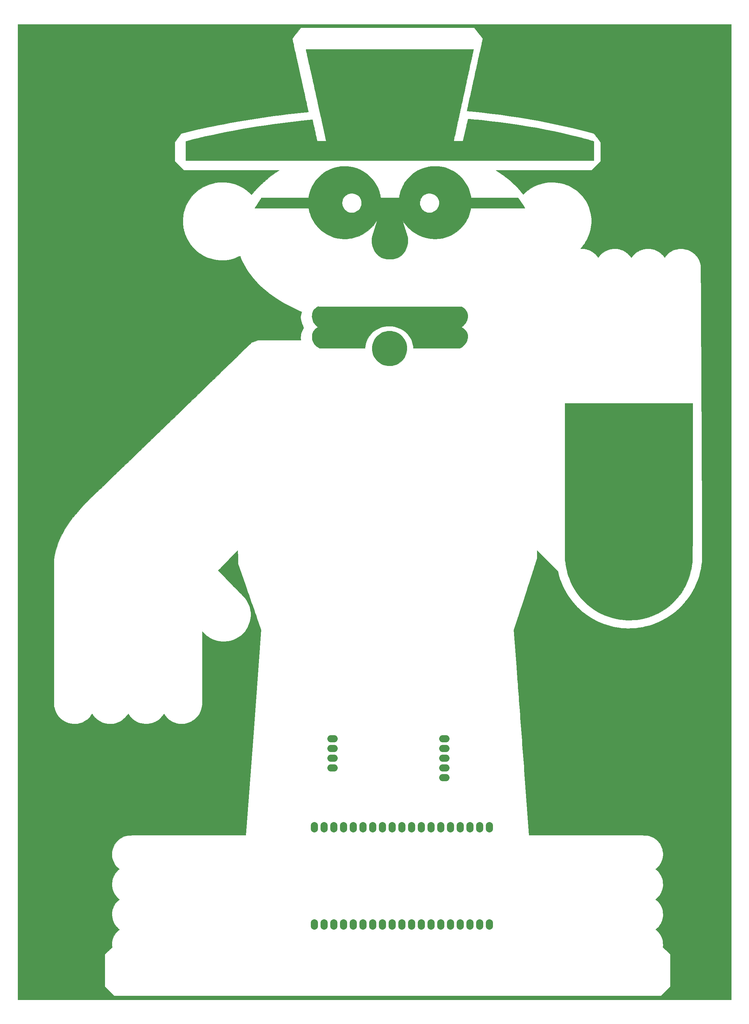
<source format=gbr>
G04 #@! TF.GenerationSoftware,KiCad,Pcbnew,(5.1.10)-1*
G04 #@! TF.CreationDate,2021-11-11T13:48:34+02:00*
G04 #@! TF.ProjectId,airguard_v1,61697267-7561-4726-945f-76312e6b6963,rev?*
G04 #@! TF.SameCoordinates,Original*
G04 #@! TF.FileFunction,Soldermask,Top*
G04 #@! TF.FilePolarity,Negative*
%FSLAX46Y46*%
G04 Gerber Fmt 4.6, Leading zero omitted, Abs format (unit mm)*
G04 Created by KiCad (PCBNEW (5.1.10)-1) date 2021-11-11 13:48:34*
%MOMM*%
%LPD*%
G01*
G04 APERTURE LIST*
%ADD10C,0.010000*%
%ADD11O,2.700000X1.900000*%
%ADD12O,1.900000X2.700000*%
G04 APERTURE END LIST*
D10*
G04 #@! TO.C,G\u002A\u002A\u002A*
G36*
X215890333Y-279801833D02*
G01*
X29517833Y-279801833D01*
X29517833Y-165216083D01*
X38894073Y-165216083D01*
X38900102Y-184096750D01*
X38900448Y-185172594D01*
X38900788Y-186206929D01*
X38901122Y-187200580D01*
X38901453Y-188154371D01*
X38901783Y-189069126D01*
X38902113Y-189945671D01*
X38902445Y-190784829D01*
X38902782Y-191587425D01*
X38903126Y-192354284D01*
X38903477Y-193086230D01*
X38903838Y-193784087D01*
X38904211Y-194448680D01*
X38904597Y-195080834D01*
X38905000Y-195681372D01*
X38905419Y-196251120D01*
X38905858Y-196790901D01*
X38906318Y-197301541D01*
X38906801Y-197783864D01*
X38907309Y-198238694D01*
X38907843Y-198666856D01*
X38908406Y-199069173D01*
X38909000Y-199446472D01*
X38909626Y-199799576D01*
X38910286Y-200129310D01*
X38910983Y-200436497D01*
X38911717Y-200721964D01*
X38912492Y-200986533D01*
X38913307Y-201231030D01*
X38914167Y-201456279D01*
X38915072Y-201663105D01*
X38916024Y-201852332D01*
X38917026Y-202024784D01*
X38918079Y-202181286D01*
X38919184Y-202322663D01*
X38920345Y-202449738D01*
X38921562Y-202563337D01*
X38922838Y-202664284D01*
X38924174Y-202753403D01*
X38925572Y-202831519D01*
X38927035Y-202899457D01*
X38928563Y-202958040D01*
X38930160Y-203008094D01*
X38931826Y-203050442D01*
X38933564Y-203085909D01*
X38935376Y-203115321D01*
X38937263Y-203139500D01*
X38939227Y-203159272D01*
X38941270Y-203175462D01*
X38943395Y-203188893D01*
X38943428Y-203189083D01*
X39038939Y-203650186D01*
X39158232Y-204079643D01*
X39303394Y-204482155D01*
X39476511Y-204862427D01*
X39679670Y-205225163D01*
X39914956Y-205575065D01*
X40117840Y-205836883D01*
X40431522Y-206186507D01*
X40774487Y-206506584D01*
X41144169Y-206795453D01*
X41538005Y-207051457D01*
X41953428Y-207272937D01*
X42387873Y-207458234D01*
X42838776Y-207605689D01*
X42863986Y-207612664D01*
X43325802Y-207717890D01*
X43790229Y-207781942D01*
X44254754Y-207805330D01*
X44716869Y-207788562D01*
X45174060Y-207732148D01*
X45623819Y-207636596D01*
X46063632Y-207502415D01*
X46490991Y-207330114D01*
X46903383Y-207120203D01*
X47298298Y-206873189D01*
X47594166Y-206653830D01*
X47859511Y-206424806D01*
X48115993Y-206169458D01*
X48356229Y-205896371D01*
X48572833Y-205614129D01*
X48758420Y-205331319D01*
X48812908Y-205236979D01*
X48847881Y-205178088D01*
X48876002Y-205137798D01*
X48889092Y-205125854D01*
X48906234Y-205142616D01*
X48938172Y-205186855D01*
X48978398Y-205249469D01*
X48983679Y-205258125D01*
X49104188Y-205440551D01*
X49252411Y-205638698D01*
X49421101Y-205844411D01*
X49603015Y-206049536D01*
X49790906Y-206245917D01*
X49977530Y-206425400D01*
X50155643Y-206579829D01*
X50163694Y-206586343D01*
X50406405Y-206768188D01*
X50678465Y-206947905D01*
X50968147Y-207118846D01*
X51263728Y-207274363D01*
X51553483Y-207407810D01*
X51750383Y-207485933D01*
X52145669Y-207611700D01*
X52559130Y-207707396D01*
X52981147Y-207771639D01*
X53402102Y-207803046D01*
X53812376Y-207800237D01*
X53900674Y-207794859D01*
X54391165Y-207740783D01*
X54862099Y-207649527D01*
X55314783Y-207520533D01*
X55750524Y-207353246D01*
X56170629Y-207147107D01*
X56576406Y-206901561D01*
X56969162Y-206616050D01*
X57276104Y-206357387D01*
X57402135Y-206238477D01*
X57539341Y-206098651D01*
X57681782Y-205944838D01*
X57823520Y-205783967D01*
X57958616Y-205622967D01*
X58081131Y-205468766D01*
X58185125Y-205328295D01*
X58264661Y-205208482D01*
X58273613Y-205193571D01*
X58302324Y-205149761D01*
X58322560Y-205127354D01*
X58324938Y-205126569D01*
X58340069Y-205143469D01*
X58374120Y-205189488D01*
X58422677Y-205258422D01*
X58481324Y-205344069D01*
X58509463Y-205385861D01*
X58663752Y-205608043D01*
X58812428Y-205803755D01*
X58965873Y-205985721D01*
X59134470Y-206166665D01*
X59204016Y-206237150D01*
X59558327Y-206562895D01*
X59932162Y-206851089D01*
X60325371Y-207101664D01*
X60737801Y-207314552D01*
X61169302Y-207489684D01*
X61619722Y-207626993D01*
X62088910Y-207726410D01*
X62576714Y-207787868D01*
X62665992Y-207794859D01*
X63072605Y-207805420D01*
X63492027Y-207781458D01*
X63914638Y-207724355D01*
X64330819Y-207635494D01*
X64730951Y-207516255D01*
X64816283Y-207485933D01*
X65094698Y-207372319D01*
X65387314Y-207231888D01*
X65682407Y-207071284D01*
X65968250Y-206897158D01*
X66233120Y-206716155D01*
X66402971Y-206586343D01*
X66580505Y-206433294D01*
X66766891Y-206254808D01*
X66954885Y-206059039D01*
X67137242Y-205854143D01*
X67306717Y-205648274D01*
X67456066Y-205449588D01*
X67578042Y-205266239D01*
X67582987Y-205258125D01*
X67624058Y-205193813D01*
X67658033Y-205146765D01*
X67678258Y-205126106D01*
X67679468Y-205125833D01*
X67698748Y-205142975D01*
X67722193Y-205184041D01*
X67752607Y-205240737D01*
X67802915Y-205323390D01*
X67867751Y-205423987D01*
X67941751Y-205534513D01*
X68019548Y-205646955D01*
X68095777Y-205753298D01*
X68165050Y-205845500D01*
X68274789Y-205977759D01*
X68409149Y-206125329D01*
X68558531Y-206278596D01*
X68713335Y-206427946D01*
X68863964Y-206563765D01*
X68972500Y-206654220D01*
X69352748Y-206930154D01*
X69755048Y-207170321D01*
X70177760Y-207374038D01*
X70619247Y-207540621D01*
X71077870Y-207669389D01*
X71551992Y-207759659D01*
X71660666Y-207774597D01*
X71798971Y-207787473D01*
X71968338Y-207795695D01*
X72157762Y-207799357D01*
X72356239Y-207798554D01*
X72552765Y-207793379D01*
X72736334Y-207783928D01*
X72895943Y-207770295D01*
X72951833Y-207763528D01*
X73436242Y-207677954D01*
X73902091Y-207554490D01*
X74348933Y-207393349D01*
X74776321Y-207194745D01*
X75183810Y-206958891D01*
X75570954Y-206686002D01*
X75937305Y-206376290D01*
X76028847Y-206290000D01*
X76348432Y-205956762D01*
X76632337Y-205606598D01*
X76881694Y-205237304D01*
X77097637Y-204846675D01*
X77281300Y-204432505D01*
X77433815Y-203992592D01*
X77556317Y-203524729D01*
X77623126Y-203189083D01*
X77626068Y-203170769D01*
X77628855Y-203149461D01*
X77631490Y-203123996D01*
X77633979Y-203093208D01*
X77636327Y-203055934D01*
X77638539Y-203011008D01*
X77640620Y-202957267D01*
X77642576Y-202893545D01*
X77644411Y-202818678D01*
X77646130Y-202731502D01*
X77647739Y-202630851D01*
X77649242Y-202515562D01*
X77650646Y-202384470D01*
X77651954Y-202236410D01*
X77653172Y-202070219D01*
X77654305Y-201884730D01*
X77655359Y-201678781D01*
X77656338Y-201451205D01*
X77657247Y-201200840D01*
X77658091Y-200926519D01*
X77658876Y-200627079D01*
X77659607Y-200301356D01*
X77660289Y-199948184D01*
X77660927Y-199566399D01*
X77661525Y-199154836D01*
X77662090Y-198712332D01*
X77662626Y-198237721D01*
X77663138Y-197729839D01*
X77663632Y-197187522D01*
X77664112Y-196609604D01*
X77664584Y-195994922D01*
X77665053Y-195342311D01*
X77665523Y-194650606D01*
X77666000Y-193918642D01*
X77666382Y-193317505D01*
X77672453Y-183657594D01*
X78122134Y-184099422D01*
X78366170Y-184334501D01*
X78591141Y-184540672D01*
X78803338Y-184722931D01*
X79009048Y-184886271D01*
X79214559Y-185035690D01*
X79426160Y-185176180D01*
X79647936Y-185311447D01*
X80110890Y-185559159D01*
X80594368Y-185771800D01*
X81094599Y-185948672D01*
X81607810Y-186089081D01*
X82130228Y-186192327D01*
X82658081Y-186257715D01*
X83187595Y-186284548D01*
X83714999Y-186272128D01*
X84236519Y-186219759D01*
X84415669Y-186192082D01*
X84947410Y-186080862D01*
X85470135Y-185928320D01*
X85983593Y-185734549D01*
X86487535Y-185499644D01*
X86955410Y-185239567D01*
X87360506Y-184982588D01*
X87725599Y-184722087D01*
X88052986Y-184456152D01*
X88344965Y-184182871D01*
X88603834Y-183900333D01*
X88685838Y-183800416D01*
X88904163Y-183517490D01*
X89096188Y-183247844D01*
X89269566Y-182979477D01*
X89431950Y-182700389D01*
X89590997Y-182398579D01*
X89630847Y-182318750D01*
X89828944Y-181888084D01*
X89993186Y-181463392D01*
X90126776Y-181034245D01*
X90232912Y-180590218D01*
X90314795Y-180120886D01*
X90322847Y-180064500D01*
X90335879Y-179943339D01*
X90346336Y-179790183D01*
X90354167Y-179613426D01*
X90359319Y-179421463D01*
X90361737Y-179222688D01*
X90361370Y-179025495D01*
X90358165Y-178838278D01*
X90352069Y-178669431D01*
X90343030Y-178527348D01*
X90333101Y-178434666D01*
X90235732Y-177883378D01*
X90100496Y-177350785D01*
X89927074Y-176836171D01*
X89715146Y-176338821D01*
X89464395Y-175858019D01*
X89174500Y-175393050D01*
X88845143Y-174943198D01*
X88692765Y-174755968D01*
X88652848Y-174711057D01*
X88585515Y-174638549D01*
X88493152Y-174540911D01*
X88378149Y-174420609D01*
X88242892Y-174280109D01*
X88089770Y-174121879D01*
X87921170Y-173948384D01*
X87739480Y-173762090D01*
X87547088Y-173565465D01*
X87346382Y-173360974D01*
X87139750Y-173151084D01*
X87100462Y-173111250D01*
X86893394Y-172901354D01*
X86660539Y-172665305D01*
X86405831Y-172407092D01*
X86133208Y-172130707D01*
X85846605Y-171840140D01*
X85549957Y-171539381D01*
X85247200Y-171232419D01*
X84942269Y-170923246D01*
X84639102Y-170615853D01*
X84341632Y-170314228D01*
X84053797Y-170022363D01*
X83779531Y-169744247D01*
X83740196Y-169704360D01*
X81799925Y-167736803D01*
X82017688Y-167513610D01*
X82057009Y-167473417D01*
X82124229Y-167404838D01*
X82217572Y-167309683D01*
X82335264Y-167189757D01*
X82475529Y-167046868D01*
X82636592Y-166882824D01*
X82816679Y-166699433D01*
X83014015Y-166498500D01*
X83226823Y-166281835D01*
X83453330Y-166051244D01*
X83691761Y-165808536D01*
X83940339Y-165555516D01*
X84197291Y-165293993D01*
X84460841Y-165025775D01*
X84594517Y-164889738D01*
X86953583Y-162489060D01*
X86964166Y-164212405D01*
X86974750Y-165935750D01*
X88908315Y-171449666D01*
X89087752Y-171961378D01*
X89271667Y-172485890D01*
X89458975Y-173020105D01*
X89648591Y-173560930D01*
X89839431Y-174105268D01*
X90030409Y-174650024D01*
X90220440Y-175192104D01*
X90408440Y-175728412D01*
X90593324Y-176255852D01*
X90774006Y-176771330D01*
X90949402Y-177271751D01*
X91118426Y-177754019D01*
X91279995Y-178215038D01*
X91433022Y-178651715D01*
X91576423Y-179060953D01*
X91709113Y-179439658D01*
X91830007Y-179784733D01*
X91938020Y-180093085D01*
X91942205Y-180105030D01*
X93042529Y-183246478D01*
X91056389Y-210039717D01*
X89070250Y-236832956D01*
X73809083Y-236839163D01*
X72843236Y-236839559D01*
X71918803Y-236839948D01*
X71034863Y-236840331D01*
X70190496Y-236840712D01*
X69384783Y-236841092D01*
X68616803Y-236841475D01*
X67885636Y-236841862D01*
X67190362Y-236842257D01*
X66530062Y-236842662D01*
X65903815Y-236843079D01*
X65310702Y-236843512D01*
X64749802Y-236843962D01*
X64220195Y-236844432D01*
X63720961Y-236844925D01*
X63251180Y-236845443D01*
X62809933Y-236845989D01*
X62396299Y-236846565D01*
X62009359Y-236847174D01*
X61648191Y-236847819D01*
X61311877Y-236848502D01*
X60999496Y-236849225D01*
X60710128Y-236849991D01*
X60442854Y-236850803D01*
X60196753Y-236851663D01*
X59970905Y-236852574D01*
X59764390Y-236853538D01*
X59576288Y-236854559D01*
X59405680Y-236855637D01*
X59251645Y-236856777D01*
X59113263Y-236857979D01*
X58989614Y-236859248D01*
X58879779Y-236860586D01*
X58782837Y-236861995D01*
X58697867Y-236863477D01*
X58623952Y-236865036D01*
X58560169Y-236866674D01*
X58505599Y-236868392D01*
X58459323Y-236870195D01*
X58420420Y-236872084D01*
X58387970Y-236874063D01*
X58361053Y-236876132D01*
X58338749Y-236878296D01*
X58320138Y-236880557D01*
X58309338Y-236882117D01*
X57866575Y-236970216D01*
X57435728Y-237095604D01*
X57021237Y-237256582D01*
X56627542Y-237451454D01*
X56301280Y-237649989D01*
X55929512Y-237923240D01*
X55587398Y-238225832D01*
X55276243Y-238555667D01*
X54997353Y-238910645D01*
X54752032Y-239288669D01*
X54541586Y-239687638D01*
X54367320Y-240105456D01*
X54230540Y-240540022D01*
X54132551Y-240989238D01*
X54102888Y-241184710D01*
X54086803Y-241345102D01*
X54076115Y-241534106D01*
X54070846Y-241739535D01*
X54071020Y-241949203D01*
X54076660Y-242150922D01*
X54087787Y-242332508D01*
X54100507Y-242453970D01*
X54179733Y-242901723D01*
X54296257Y-243331846D01*
X54449239Y-243742816D01*
X54637836Y-244133108D01*
X54861208Y-244501200D01*
X55118513Y-244845566D01*
X55408908Y-245164682D01*
X55731553Y-245457025D01*
X55780992Y-245497124D01*
X55865304Y-245565822D01*
X55935717Y-245625631D01*
X55986522Y-245671511D01*
X56012013Y-245698420D01*
X56013825Y-245702789D01*
X55995809Y-245722188D01*
X55952957Y-245761032D01*
X55893324Y-245812114D01*
X55870333Y-245831256D01*
X55530050Y-246139213D01*
X55221807Y-246473374D01*
X54946969Y-246831597D01*
X54706902Y-247211742D01*
X54502972Y-247611667D01*
X54336545Y-248029229D01*
X54219580Y-248419817D01*
X54156107Y-248697917D01*
X54111382Y-248964416D01*
X54083590Y-249234372D01*
X54070919Y-249522843D01*
X54069667Y-249664879D01*
X54089542Y-250133054D01*
X54148727Y-250585584D01*
X54247341Y-251022831D01*
X54385503Y-251445158D01*
X54563333Y-251852926D01*
X54780950Y-252246497D01*
X55038472Y-252626232D01*
X55051075Y-252643099D01*
X55151344Y-252768608D01*
X55275403Y-252911262D01*
X55414165Y-253061537D01*
X55558544Y-253209907D01*
X55699454Y-253346848D01*
X55827807Y-253462835D01*
X55855362Y-253486184D01*
X55923750Y-253545244D01*
X55977014Y-253595065D01*
X56008524Y-253629210D01*
X56014112Y-253640272D01*
X55995787Y-253659031D01*
X55950701Y-253697556D01*
X55885837Y-253750051D01*
X55815728Y-253804908D01*
X55498684Y-254075922D01*
X55207653Y-254379396D01*
X54944468Y-254713040D01*
X54710964Y-255074566D01*
X54538612Y-255399127D01*
X54377866Y-255768233D01*
X54251716Y-256139903D01*
X54159120Y-256519594D01*
X54099034Y-256912760D01*
X54070417Y-257324859D01*
X54072226Y-257761347D01*
X54074883Y-257825486D01*
X54115611Y-258278269D01*
X54195653Y-258715396D01*
X54315083Y-259137107D01*
X54473978Y-259543638D01*
X54672414Y-259935227D01*
X54832408Y-260196804D01*
X54904646Y-260304025D01*
X54981888Y-260413995D01*
X55055017Y-260513993D01*
X55114916Y-260591296D01*
X55116374Y-260593083D01*
X55200222Y-260690444D01*
X55305178Y-260804378D01*
X55423194Y-260926846D01*
X55546218Y-261049810D01*
X55666200Y-261165230D01*
X55775089Y-261265068D01*
X55864836Y-261341285D01*
X55868889Y-261344500D01*
X55934710Y-261398700D01*
X55985415Y-261444693D01*
X56013355Y-261475347D01*
X56016465Y-261482083D01*
X56000503Y-261502832D01*
X55957362Y-261541824D01*
X55894349Y-261592752D01*
X55844868Y-261630250D01*
X55720679Y-261729611D01*
X55580915Y-261853962D01*
X55434894Y-261994047D01*
X55291934Y-262140614D01*
X55161350Y-262284409D01*
X55052460Y-262416177D01*
X55048884Y-262420811D01*
X54796095Y-262783741D01*
X54580036Y-263167150D01*
X54401228Y-263569582D01*
X54260193Y-263989584D01*
X54157451Y-264425700D01*
X54093524Y-264876477D01*
X54074670Y-265139078D01*
X54067665Y-265377439D01*
X54070232Y-265586419D01*
X54082182Y-265762732D01*
X54103330Y-265903090D01*
X54122031Y-265973821D01*
X54158513Y-266083660D01*
X54018846Y-266217038D01*
X53976678Y-266257261D01*
X53907285Y-266323394D01*
X53814109Y-266412162D01*
X53700589Y-266520288D01*
X53570164Y-266644496D01*
X53426276Y-266781511D01*
X53272362Y-266928055D01*
X53111864Y-267080854D01*
X53045357Y-267144166D01*
X52211535Y-267937916D01*
X52210017Y-272150015D01*
X52208500Y-276362114D01*
X53430806Y-277584557D01*
X54653113Y-278807000D01*
X197464614Y-278807000D01*
X198687057Y-277584693D01*
X199909499Y-276362386D01*
X199906927Y-267937916D01*
X199056255Y-267128004D01*
X198893218Y-266972742D01*
X198735988Y-266822939D01*
X198587873Y-266681753D01*
X198452181Y-266552339D01*
X198332220Y-266437855D01*
X198231299Y-266341456D01*
X198152726Y-266266300D01*
X198099809Y-266215544D01*
X198083645Y-266199952D01*
X197961707Y-266081814D01*
X198007894Y-265940948D01*
X198024849Y-265884812D01*
X198037057Y-265830198D01*
X198045230Y-265768778D01*
X198050080Y-265692225D01*
X198052320Y-265592213D01*
X198052662Y-265460414D01*
X198052524Y-265419083D01*
X198031798Y-264960065D01*
X197974075Y-264513747D01*
X197880336Y-264082219D01*
X197751565Y-263667575D01*
X197588743Y-263271905D01*
X197392854Y-262897303D01*
X197164878Y-262545861D01*
X196905800Y-262219670D01*
X196616600Y-261920823D01*
X196298263Y-261651412D01*
X196275174Y-261633905D01*
X196202770Y-261578234D01*
X196144955Y-261531554D01*
X196108936Y-261499819D01*
X196100549Y-261489654D01*
X196115361Y-261471442D01*
X196156386Y-261432233D01*
X196217174Y-261377964D01*
X196284415Y-261320342D01*
X196630525Y-261003335D01*
X196940218Y-260666193D01*
X197212977Y-260309799D01*
X197448283Y-259935037D01*
X197645620Y-259542790D01*
X197804470Y-259133940D01*
X197924316Y-258709372D01*
X197981373Y-258423500D01*
X198038877Y-257964817D01*
X198057140Y-257511099D01*
X198036840Y-257064645D01*
X197978659Y-256627751D01*
X197883275Y-256202716D01*
X197751370Y-255791838D01*
X197583624Y-255397415D01*
X197380716Y-255021743D01*
X197143327Y-254667122D01*
X196872136Y-254335849D01*
X196725819Y-254181437D01*
X196608116Y-254067823D01*
X196477137Y-253949298D01*
X196344083Y-253835510D01*
X196220156Y-253736110D01*
X196140824Y-253677430D01*
X196088916Y-253640944D01*
X196194305Y-253550430D01*
X196493852Y-253280204D01*
X196757232Y-253013775D01*
X196989397Y-252744872D01*
X197195297Y-252467222D01*
X197379884Y-252174553D01*
X197548109Y-251860594D01*
X197580149Y-251794855D01*
X197752366Y-251387734D01*
X197886238Y-250966086D01*
X197981679Y-250533505D01*
X198038605Y-250093585D01*
X198056928Y-249649922D01*
X198036562Y-249206110D01*
X197977422Y-248765744D01*
X197879422Y-248332418D01*
X197742474Y-247909728D01*
X197677089Y-247745193D01*
X197485305Y-247341551D01*
X197256686Y-246955585D01*
X196994183Y-246591300D01*
X196700745Y-246252703D01*
X196379322Y-245943798D01*
X196300583Y-245876396D01*
X196225289Y-245812513D01*
X196162890Y-245757943D01*
X196120078Y-245718650D01*
X196103637Y-245700885D01*
X196116667Y-245682185D01*
X196156947Y-245644548D01*
X196217603Y-245594091D01*
X196267229Y-245555387D01*
X196592130Y-245281724D01*
X196888397Y-244978118D01*
X197154632Y-244647036D01*
X197389437Y-244290944D01*
X197591411Y-243912309D01*
X197759158Y-243513598D01*
X197891278Y-243097277D01*
X197986371Y-242665814D01*
X198016223Y-242471051D01*
X198039533Y-242235042D01*
X198051246Y-241975065D01*
X198051465Y-241705975D01*
X198040292Y-241442624D01*
X198017830Y-241199867D01*
X198006906Y-241119750D01*
X197948631Y-240788790D01*
X197875832Y-240484402D01*
X197784212Y-240192904D01*
X197669474Y-239900614D01*
X197528257Y-239595750D01*
X197367794Y-239292472D01*
X197198196Y-239017923D01*
X197011178Y-238760418D01*
X196798456Y-238508271D01*
X196630180Y-238329068D01*
X196297623Y-238014738D01*
X195949612Y-237738762D01*
X195584229Y-237500161D01*
X195199556Y-237297956D01*
X194793676Y-237131169D01*
X194364671Y-236998819D01*
X193910623Y-236899929D01*
X193792333Y-236880219D01*
X193776053Y-236878006D01*
X193755409Y-236875885D01*
X193729487Y-236873852D01*
X193697373Y-236871905D01*
X193658155Y-236870041D01*
X193610918Y-236868257D01*
X193554750Y-236866550D01*
X193488737Y-236864918D01*
X193411965Y-236863359D01*
X193323522Y-236861869D01*
X193222494Y-236860445D01*
X193107967Y-236859086D01*
X192979027Y-236857787D01*
X192834763Y-236856547D01*
X192674259Y-236855363D01*
X192496604Y-236854232D01*
X192300883Y-236853152D01*
X192086182Y-236852119D01*
X191851590Y-236851131D01*
X191596191Y-236850185D01*
X191319073Y-236849278D01*
X191019322Y-236848409D01*
X190696026Y-236847573D01*
X190348270Y-236846769D01*
X189975141Y-236845993D01*
X189575726Y-236845243D01*
X189149111Y-236844516D01*
X188694383Y-236843810D01*
X188210628Y-236843122D01*
X187696933Y-236842448D01*
X187152386Y-236841787D01*
X186576071Y-236841135D01*
X185967076Y-236840491D01*
X185324488Y-236839850D01*
X184647393Y-236839211D01*
X183934878Y-236838570D01*
X183186028Y-236837926D01*
X182399932Y-236837274D01*
X181575675Y-236836614D01*
X180712344Y-236835941D01*
X179809026Y-236835253D01*
X178864807Y-236834547D01*
X178309573Y-236834138D01*
X163049062Y-236822916D01*
X161785872Y-219783750D01*
X161717687Y-218864014D01*
X161648390Y-217929270D01*
X161578123Y-216981438D01*
X161507027Y-216022433D01*
X161435246Y-215054174D01*
X161362920Y-214078578D01*
X161290192Y-213097564D01*
X161217205Y-212113048D01*
X161144100Y-211126948D01*
X161071020Y-210141182D01*
X160998107Y-209157668D01*
X160925503Y-208178323D01*
X160853349Y-207205064D01*
X160781790Y-206239811D01*
X160710966Y-205284479D01*
X160641019Y-204340987D01*
X160572092Y-203411253D01*
X160504328Y-202497193D01*
X160437867Y-201600727D01*
X160372853Y-200723770D01*
X160309427Y-199868242D01*
X160247732Y-199036059D01*
X160187910Y-198229139D01*
X160130103Y-197449400D01*
X160074453Y-196698760D01*
X160021102Y-195979136D01*
X159970193Y-195292446D01*
X159921868Y-194640607D01*
X159876268Y-194025537D01*
X159833536Y-193449154D01*
X159799916Y-192995668D01*
X159077151Y-183246753D01*
X159975878Y-180486168D01*
X160065233Y-180211692D01*
X160166714Y-179899952D01*
X160279348Y-179553943D01*
X160402159Y-179176657D01*
X160534175Y-178771086D01*
X160674420Y-178340224D01*
X160821922Y-177887062D01*
X160975705Y-177414594D01*
X161134796Y-176925813D01*
X161298220Y-176423711D01*
X161465004Y-175911280D01*
X161634173Y-175391514D01*
X161804754Y-174867405D01*
X161975772Y-174341947D01*
X162146253Y-173818131D01*
X162315224Y-173298950D01*
X162481709Y-172787398D01*
X162624303Y-172349250D01*
X162780129Y-171870447D01*
X162935254Y-171393800D01*
X163088972Y-170921485D01*
X163240575Y-170455677D01*
X163389354Y-169998551D01*
X163534601Y-169552284D01*
X163675608Y-169119049D01*
X163811667Y-168701023D01*
X163942071Y-168300381D01*
X164066110Y-167919299D01*
X164183078Y-167559951D01*
X164292265Y-167224513D01*
X164392964Y-166915161D01*
X164484467Y-166634070D01*
X164566065Y-166383415D01*
X164637051Y-166165371D01*
X164696717Y-165982115D01*
X164744354Y-165835821D01*
X164763918Y-165775750D01*
X165153833Y-164578583D01*
X165153833Y-163547958D01*
X165154149Y-163343593D01*
X165155056Y-163152697D01*
X165156491Y-162979330D01*
X165158391Y-162827554D01*
X165160694Y-162701429D01*
X165163337Y-162605018D01*
X165166257Y-162542380D01*
X165169392Y-162517577D01*
X165169739Y-162517333D01*
X165186120Y-162532071D01*
X165230892Y-162575286D01*
X165302551Y-162645482D01*
X165399593Y-162741162D01*
X165520516Y-162860830D01*
X165663814Y-163002988D01*
X165827986Y-163166140D01*
X166011527Y-163348790D01*
X166212934Y-163549440D01*
X166430703Y-163766594D01*
X166663331Y-163998754D01*
X166909314Y-164244426D01*
X167167149Y-164502110D01*
X167435332Y-164770312D01*
X167712361Y-165047534D01*
X167875424Y-165210791D01*
X170565203Y-167904250D01*
X170634889Y-168211166D01*
X170849228Y-169060117D01*
X171103446Y-169896274D01*
X171396679Y-170718322D01*
X171728059Y-171524949D01*
X172096719Y-172314841D01*
X172501795Y-173086686D01*
X172942418Y-173839170D01*
X173417724Y-174570979D01*
X173926844Y-175280801D01*
X174468914Y-175967323D01*
X175043067Y-176629230D01*
X175648435Y-177265211D01*
X176284154Y-177873951D01*
X176949355Y-178454138D01*
X177643174Y-179004458D01*
X177864416Y-179169141D01*
X178598921Y-179681476D01*
X179354844Y-180157489D01*
X180131088Y-180596704D01*
X180926554Y-180998646D01*
X181740144Y-181362841D01*
X182570757Y-181688814D01*
X183417296Y-181976089D01*
X184278663Y-182224192D01*
X185153758Y-182432647D01*
X185638836Y-182529912D01*
X186438900Y-182660411D01*
X187257866Y-182756257D01*
X188089965Y-182817196D01*
X188929428Y-182842977D01*
X189770485Y-182833346D01*
X190607368Y-182788051D01*
X190924250Y-182761328D01*
X191803624Y-182658498D01*
X192677161Y-182514077D01*
X193543269Y-182328592D01*
X194400355Y-182102571D01*
X195246829Y-181836543D01*
X196081098Y-181531035D01*
X196901570Y-181186577D01*
X197706655Y-180803694D01*
X198494760Y-180382917D01*
X199020500Y-180075207D01*
X199768759Y-179596576D01*
X200496496Y-179081518D01*
X201201947Y-178531555D01*
X201883344Y-177948212D01*
X202538922Y-177333012D01*
X203166916Y-176687478D01*
X203765559Y-176013136D01*
X203865179Y-175894666D01*
X204412443Y-175205892D01*
X204928660Y-174489403D01*
X205412420Y-173747717D01*
X205862309Y-172983351D01*
X206276914Y-172198824D01*
X206654824Y-171396651D01*
X206994626Y-170579352D01*
X207267554Y-169830416D01*
X207536031Y-168978975D01*
X207763063Y-168123260D01*
X207949009Y-167261258D01*
X208094232Y-166390956D01*
X208199091Y-165510342D01*
X208263949Y-164617402D01*
X208281118Y-164178916D01*
X208281419Y-164143706D01*
X208281514Y-164067181D01*
X208281406Y-163950162D01*
X208281100Y-163793467D01*
X208280599Y-163597915D01*
X208279908Y-163364324D01*
X208279030Y-163093514D01*
X208277968Y-162786303D01*
X208276728Y-162443510D01*
X208275312Y-162065954D01*
X208273725Y-161654454D01*
X208271971Y-161209828D01*
X208270054Y-160732895D01*
X208267977Y-160224474D01*
X208265744Y-159685385D01*
X208263360Y-159116445D01*
X208260828Y-158518474D01*
X208258152Y-157892290D01*
X208255336Y-157238712D01*
X208252384Y-156558560D01*
X208249300Y-155852651D01*
X208246088Y-155121805D01*
X208242751Y-154366840D01*
X208239294Y-153588576D01*
X208235721Y-152787831D01*
X208232035Y-151965423D01*
X208228240Y-151122173D01*
X208224341Y-150258897D01*
X208220340Y-149376417D01*
X208216243Y-148475549D01*
X208212052Y-147557113D01*
X208207773Y-146621929D01*
X208203408Y-145670813D01*
X208198962Y-144704587D01*
X208194438Y-143724067D01*
X208189841Y-142730074D01*
X208185174Y-141723425D01*
X208180442Y-140704940D01*
X208175648Y-139675438D01*
X208170796Y-138635737D01*
X208165890Y-137586656D01*
X208160934Y-136529014D01*
X208155932Y-135463629D01*
X208150887Y-134391322D01*
X208145804Y-133312909D01*
X208140687Y-132229211D01*
X208135539Y-131141046D01*
X208130365Y-130049233D01*
X208125168Y-128954591D01*
X208119952Y-127857938D01*
X208114722Y-126760093D01*
X208109480Y-125661875D01*
X208104231Y-124564104D01*
X208098979Y-123467597D01*
X208093728Y-122373173D01*
X208088482Y-121281652D01*
X208083244Y-120193852D01*
X208078019Y-119110592D01*
X208072810Y-118032691D01*
X208067621Y-116960967D01*
X208062456Y-115896240D01*
X208057320Y-114839329D01*
X208052216Y-113791051D01*
X208047147Y-112752226D01*
X208042119Y-111723673D01*
X208037134Y-110706210D01*
X208032197Y-109700657D01*
X208027311Y-108707832D01*
X208022481Y-107728553D01*
X208017710Y-106763641D01*
X208013003Y-105813913D01*
X208008362Y-104880189D01*
X208003793Y-103963287D01*
X207999299Y-103064025D01*
X207994884Y-102183224D01*
X207990551Y-101321701D01*
X207986306Y-100480276D01*
X207982151Y-99659767D01*
X207978090Y-98860993D01*
X207974129Y-98084774D01*
X207970269Y-97331926D01*
X207966516Y-96603271D01*
X207962873Y-95899626D01*
X207959344Y-95221810D01*
X207955933Y-94570642D01*
X207952644Y-93946940D01*
X207949481Y-93351525D01*
X207946447Y-92785214D01*
X207943547Y-92248826D01*
X207940785Y-91743180D01*
X207938164Y-91269095D01*
X207935689Y-90827390D01*
X207933363Y-90418883D01*
X207931190Y-90044394D01*
X207929174Y-89704741D01*
X207927319Y-89400743D01*
X207925629Y-89133218D01*
X207924108Y-88902987D01*
X207922760Y-88710866D01*
X207921588Y-88557676D01*
X207920597Y-88444235D01*
X207919790Y-88371362D01*
X207919172Y-88339875D01*
X207919093Y-88338750D01*
X207868007Y-87985500D01*
X207806259Y-87665041D01*
X207731424Y-87368639D01*
X207641074Y-87087560D01*
X207532782Y-86813069D01*
X207436792Y-86603083D01*
X207212250Y-86185020D01*
X206955952Y-85794182D01*
X206669529Y-85431768D01*
X206354610Y-85098978D01*
X206012829Y-84797011D01*
X205645815Y-84527065D01*
X205255200Y-84290340D01*
X204842615Y-84088035D01*
X204409691Y-83921348D01*
X203958059Y-83791480D01*
X203489351Y-83699629D01*
X203486666Y-83699221D01*
X203347758Y-83683053D01*
X203178355Y-83671065D01*
X202987825Y-83663255D01*
X202785541Y-83659623D01*
X202580873Y-83660167D01*
X202383191Y-83664887D01*
X202201867Y-83673782D01*
X202046270Y-83686850D01*
X201952083Y-83699391D01*
X201488141Y-83795395D01*
X201044290Y-83926337D01*
X200622056Y-84091331D01*
X200222965Y-84289496D01*
X199848545Y-84519947D01*
X199500322Y-84781800D01*
X199179823Y-85074173D01*
X198888575Y-85396180D01*
X198778241Y-85536210D01*
X198709077Y-85629851D01*
X198641601Y-85725021D01*
X198584575Y-85809160D01*
X198553017Y-85859002D01*
X198514751Y-85919882D01*
X198484131Y-85962973D01*
X198468218Y-85978666D01*
X198450627Y-85962399D01*
X198417639Y-85919901D01*
X198379368Y-85864767D01*
X198239839Y-85671800D01*
X198071675Y-85467456D01*
X197883393Y-85260647D01*
X197683512Y-85060290D01*
X197480550Y-84875297D01*
X197283024Y-84714584D01*
X197273406Y-84707317D01*
X196881838Y-84438684D01*
X196471877Y-84207891D01*
X196045130Y-84015583D01*
X195603202Y-83862402D01*
X195147701Y-83748994D01*
X194710314Y-83679432D01*
X194534050Y-83664526D01*
X194328533Y-83656463D01*
X194106249Y-83655025D01*
X193879684Y-83659994D01*
X193661325Y-83671154D01*
X193463660Y-83688286D01*
X193347833Y-83703176D01*
X193171212Y-83734457D01*
X192973943Y-83776984D01*
X192770205Y-83827174D01*
X192574177Y-83881446D01*
X192400038Y-83936218D01*
X192336252Y-83958725D01*
X192026522Y-84086554D01*
X191708237Y-84243624D01*
X191394275Y-84422673D01*
X191097516Y-84616435D01*
X190871333Y-84784950D01*
X190773500Y-84867691D01*
X190656002Y-84974734D01*
X190525844Y-85098992D01*
X190390031Y-85233378D01*
X190255569Y-85370807D01*
X190129462Y-85504192D01*
X190018717Y-85626447D01*
X189930339Y-85730485D01*
X189905421Y-85762018D01*
X189846573Y-85838395D01*
X189796906Y-85902618D01*
X189762312Y-85947083D01*
X189749340Y-85963449D01*
X189732870Y-85952914D01*
X189696059Y-85913277D01*
X189643310Y-85849783D01*
X189579027Y-85767677D01*
X189527246Y-85698866D01*
X189298292Y-85414915D01*
X189037880Y-85136116D01*
X188755352Y-84871109D01*
X188460050Y-84628533D01*
X188161318Y-84417029D01*
X188097087Y-84376163D01*
X187747132Y-84180733D01*
X187367801Y-84011199D01*
X186964730Y-83869657D01*
X186543550Y-83758199D01*
X186306384Y-83710509D01*
X186212789Y-83694680D01*
X186126510Y-83682640D01*
X186039364Y-83673891D01*
X185943167Y-83667935D01*
X185829737Y-83664277D01*
X185690891Y-83662418D01*
X185518446Y-83661861D01*
X185505583Y-83661858D01*
X185173492Y-83667360D01*
X184873037Y-83684975D01*
X184594859Y-83716266D01*
X184329595Y-83762796D01*
X184067886Y-83826130D01*
X183800369Y-83907829D01*
X183592300Y-83981350D01*
X183321886Y-84093136D01*
X183042039Y-84229863D01*
X182761489Y-84386113D01*
X182488968Y-84556470D01*
X182233205Y-84735518D01*
X182002931Y-84917839D01*
X181830903Y-85074139D01*
X181769498Y-85138682D01*
X181689123Y-85229431D01*
X181596111Y-85338654D01*
X181496795Y-85458616D01*
X181397509Y-85581585D01*
X181304586Y-85699828D01*
X181224358Y-85805612D01*
X181170406Y-85880637D01*
X181131848Y-85933813D01*
X181102878Y-85969026D01*
X181092333Y-85977677D01*
X181076640Y-85961168D01*
X181042513Y-85916989D01*
X180995422Y-85852409D01*
X180954750Y-85794765D01*
X180854529Y-85658477D01*
X180735279Y-85508424D01*
X180606263Y-85355424D01*
X180476744Y-85210295D01*
X180355985Y-85083855D01*
X180296622Y-85026166D01*
X179938080Y-84717365D01*
X179562644Y-84447297D01*
X179170861Y-84216178D01*
X178763277Y-84024227D01*
X178340440Y-83871660D01*
X177902895Y-83758695D01*
X177451191Y-83685548D01*
X176985873Y-83652437D01*
X176832671Y-83650333D01*
X176719252Y-83649525D01*
X176622378Y-83647296D01*
X176549190Y-83643932D01*
X176506824Y-83639723D01*
X176499166Y-83636853D01*
X176512279Y-83616745D01*
X176548195Y-83571132D01*
X176601782Y-83506313D01*
X176667905Y-83428590D01*
X176684554Y-83409311D01*
X177005325Y-83026569D01*
X177294090Y-82654785D01*
X177556476Y-82285534D01*
X177798114Y-81910394D01*
X178024633Y-81520941D01*
X178241662Y-81108750D01*
X178298653Y-80993916D01*
X178563722Y-80413842D01*
X178788575Y-79834996D01*
X178974621Y-79252167D01*
X179123270Y-78660146D01*
X179235931Y-78053719D01*
X179314014Y-77427677D01*
X179337081Y-77154283D01*
X179346045Y-76986911D01*
X179351341Y-76788882D01*
X179353140Y-76569581D01*
X179351617Y-76338394D01*
X179346945Y-76104708D01*
X179339297Y-75877908D01*
X179328846Y-75667380D01*
X179315766Y-75482511D01*
X179304016Y-75363583D01*
X179206552Y-74701279D01*
X179070081Y-74053927D01*
X178895026Y-73422500D01*
X178681805Y-72807975D01*
X178430842Y-72211328D01*
X178142556Y-71633533D01*
X177817369Y-71075568D01*
X177455702Y-70538406D01*
X177057976Y-70023024D01*
X176937176Y-69879208D01*
X176493389Y-69392598D01*
X176023635Y-68938764D01*
X175529505Y-68518344D01*
X175012585Y-68131977D01*
X174474467Y-67780301D01*
X173916738Y-67463954D01*
X173340987Y-67183576D01*
X172748804Y-66939803D01*
X172141777Y-66733275D01*
X171521495Y-66564631D01*
X170889548Y-66434508D01*
X170247524Y-66343545D01*
X169597012Y-66292380D01*
X168939601Y-66281652D01*
X168276880Y-66311999D01*
X168096820Y-66327357D01*
X167432223Y-66410521D01*
X166779872Y-66534077D01*
X166140551Y-66697668D01*
X165515042Y-66900936D01*
X164904128Y-67143521D01*
X164308591Y-67425066D01*
X163729214Y-67745212D01*
X163166781Y-68103601D01*
X162622072Y-68499874D01*
X162095873Y-68933673D01*
X161781540Y-69219175D01*
X161681632Y-69312364D01*
X161607487Y-69378977D01*
X161554820Y-69422261D01*
X161519350Y-69445464D01*
X161496795Y-69451834D01*
X161483421Y-69445242D01*
X161462279Y-69419921D01*
X161419473Y-69367132D01*
X161359603Y-69292604D01*
X161287273Y-69202067D01*
X161207085Y-69101251D01*
X161204703Y-69098250D01*
X160636822Y-68412618D01*
X160033583Y-67742493D01*
X159393909Y-67086825D01*
X158716720Y-66444569D01*
X158000939Y-65814677D01*
X157245487Y-65196103D01*
X156941166Y-64958695D01*
X156786916Y-64840302D01*
X156647813Y-64734484D01*
X156518778Y-64637648D01*
X156394733Y-64546201D01*
X156270602Y-64456549D01*
X156141307Y-64365100D01*
X156001769Y-64268262D01*
X155846911Y-64162440D01*
X155671656Y-64044043D01*
X155470925Y-63909477D01*
X155250363Y-63762293D01*
X154395644Y-63192750D01*
X166891978Y-63187440D01*
X179388311Y-63182130D01*
X180568405Y-62002178D01*
X181748500Y-60822225D01*
X181748500Y-55843523D01*
X180879222Y-54713623D01*
X180731830Y-54522067D01*
X180592117Y-54340546D01*
X180462210Y-54171819D01*
X180344234Y-54018642D01*
X180240314Y-53883774D01*
X180152576Y-53769973D01*
X180083145Y-53679997D01*
X180034147Y-53616604D01*
X180007707Y-53582552D01*
X180003568Y-53577345D01*
X179982182Y-53570038D01*
X179926113Y-53553291D01*
X179841504Y-53528870D01*
X179734494Y-53498544D01*
X179611223Y-53464078D01*
X179576386Y-53454413D01*
X177307096Y-52844351D01*
X175006668Y-52262612D01*
X172675489Y-51709266D01*
X170313945Y-51184381D01*
X167922424Y-50688028D01*
X165501311Y-50220274D01*
X163050994Y-49781189D01*
X160571860Y-49370842D01*
X158064294Y-48989302D01*
X155528684Y-48636638D01*
X152965416Y-48312919D01*
X150374877Y-48018213D01*
X147757454Y-47752591D01*
X147511416Y-47729250D01*
X147344469Y-47713412D01*
X147191660Y-47698735D01*
X147057916Y-47685707D01*
X146948162Y-47674814D01*
X146867326Y-47666544D01*
X146820334Y-47661385D01*
X146810220Y-47659896D01*
X146814537Y-47639208D01*
X146827659Y-47578470D01*
X146849300Y-47478978D01*
X146879176Y-47342031D01*
X146917003Y-47168923D01*
X146962496Y-46960951D01*
X147015372Y-46719413D01*
X147075344Y-46445605D01*
X147142130Y-46140822D01*
X147215445Y-45806363D01*
X147295004Y-45443523D01*
X147380522Y-45053598D01*
X147471716Y-44637886D01*
X147568301Y-44197683D01*
X147669993Y-43734286D01*
X147776507Y-43248991D01*
X147887558Y-42743094D01*
X148002863Y-42217892D01*
X148122137Y-41674683D01*
X148245095Y-41114761D01*
X148371453Y-40539425D01*
X148500927Y-39949970D01*
X148633232Y-39347693D01*
X148768084Y-38733890D01*
X148879532Y-38226666D01*
X149016284Y-37604180D01*
X149150707Y-36992048D01*
X149282517Y-36391572D01*
X149411429Y-35804053D01*
X149537159Y-35230794D01*
X149659423Y-34673096D01*
X149777936Y-34132262D01*
X149892414Y-33609592D01*
X150002574Y-33106388D01*
X150108129Y-32623953D01*
X150208798Y-32163588D01*
X150304294Y-31726595D01*
X150394334Y-31314275D01*
X150478633Y-30927931D01*
X150556907Y-30568865D01*
X150628872Y-30238377D01*
X150694244Y-29937770D01*
X150752738Y-29668346D01*
X150804069Y-29431406D01*
X150847955Y-29228252D01*
X150884110Y-29060186D01*
X150912249Y-28928509D01*
X150932090Y-28834525D01*
X150943347Y-28779533D01*
X150945979Y-28764476D01*
X150932310Y-28743300D01*
X150894289Y-28691399D01*
X150833834Y-28611247D01*
X150752859Y-28505317D01*
X150653279Y-28376085D01*
X150537012Y-28226023D01*
X150405971Y-28057605D01*
X150262073Y-27873307D01*
X150107233Y-27675601D01*
X149943368Y-27466962D01*
X149819221Y-27309268D01*
X148698026Y-25886500D01*
X103421250Y-25887032D01*
X102299416Y-27310224D01*
X102101140Y-27561873D01*
X101927544Y-27782508D01*
X101777014Y-27974292D01*
X101647935Y-28139388D01*
X101538692Y-28279957D01*
X101447672Y-28398163D01*
X101373259Y-28496169D01*
X101313839Y-28576136D01*
X101267798Y-28640229D01*
X101233520Y-28690609D01*
X101209392Y-28729440D01*
X101193799Y-28758883D01*
X101185126Y-28781102D01*
X101181759Y-28798260D01*
X101181638Y-28807500D01*
X101186438Y-28832855D01*
X101200112Y-28898238D01*
X101222371Y-29002346D01*
X101252930Y-29143876D01*
X101291502Y-29321526D01*
X101337800Y-29533991D01*
X101391537Y-29779971D01*
X101452427Y-30058161D01*
X101520184Y-30367258D01*
X101594519Y-30705961D01*
X101675148Y-31072966D01*
X101761782Y-31466970D01*
X101854136Y-31886671D01*
X101951922Y-32330765D01*
X102054855Y-32797950D01*
X102162647Y-33286924D01*
X102275011Y-33796382D01*
X102391662Y-34325023D01*
X102512312Y-34871543D01*
X102636674Y-35434639D01*
X102764463Y-36013010D01*
X102895390Y-36605351D01*
X103029171Y-37210361D01*
X103165517Y-37826735D01*
X103291445Y-38395803D01*
X103429743Y-39020772D01*
X103565682Y-39635304D01*
X103698979Y-40238108D01*
X103829349Y-40827893D01*
X103956508Y-41403367D01*
X104080172Y-41963240D01*
X104200057Y-42506221D01*
X104315878Y-43031018D01*
X104427352Y-43536340D01*
X104534193Y-44020896D01*
X104636119Y-44483395D01*
X104732844Y-44922546D01*
X104824084Y-45337058D01*
X104909556Y-45725639D01*
X104988975Y-46086999D01*
X105062057Y-46419846D01*
X105128517Y-46722890D01*
X105188071Y-46994838D01*
X105240436Y-47234400D01*
X105285327Y-47440286D01*
X105322460Y-47611203D01*
X105351550Y-47745860D01*
X105372314Y-47842967D01*
X105384467Y-47901232D01*
X105387794Y-47919428D01*
X105365221Y-47923765D01*
X105305567Y-47931693D01*
X105213878Y-47942637D01*
X105095201Y-47956023D01*
X104954583Y-47971276D01*
X104797071Y-47987822D01*
X104696153Y-47998172D01*
X103036865Y-48172362D01*
X101374601Y-48357839D01*
X99711736Y-48554209D01*
X98050643Y-48761074D01*
X96393697Y-48978039D01*
X94743270Y-49204707D01*
X93101736Y-49440684D01*
X91471469Y-49685572D01*
X89854844Y-49938976D01*
X88254233Y-50200500D01*
X86672011Y-50469748D01*
X85110550Y-50746324D01*
X83572226Y-51029831D01*
X82059411Y-51319875D01*
X80574480Y-51616058D01*
X79119805Y-51917986D01*
X77697762Y-52225261D01*
X76310723Y-52537489D01*
X74961062Y-52854272D01*
X73651153Y-53175215D01*
X73629166Y-53180724D01*
X73337931Y-53253881D01*
X73085189Y-53317761D01*
X72868300Y-53373101D01*
X72684626Y-53420634D01*
X72531526Y-53461096D01*
X72406362Y-53495222D01*
X72306493Y-53523746D01*
X72229280Y-53547404D01*
X72172085Y-53566930D01*
X72132266Y-53583060D01*
X72107186Y-53596528D01*
X72094204Y-53608069D01*
X72094151Y-53608142D01*
X72077121Y-53631551D01*
X72037266Y-53686137D01*
X71976769Y-53768916D01*
X71897810Y-53876907D01*
X71802572Y-54007127D01*
X71693235Y-54156593D01*
X71571981Y-54322322D01*
X71440992Y-54501333D01*
X71302448Y-54690642D01*
X71261018Y-54747250D01*
X70455428Y-55847916D01*
X70454797Y-58324486D01*
X70454166Y-60801057D01*
X71644843Y-61991594D01*
X72835520Y-63182130D01*
X85288814Y-63187440D01*
X97742109Y-63192750D01*
X97463659Y-63359174D01*
X97319758Y-63448557D01*
X97147637Y-63561174D01*
X96951989Y-63693636D01*
X96737509Y-63842555D01*
X96508891Y-64004543D01*
X96270830Y-64176212D01*
X96028018Y-64354174D01*
X95785152Y-64535041D01*
X95546925Y-64715424D01*
X95318032Y-64891936D01*
X95103166Y-65061188D01*
X95081583Y-65078422D01*
X94351498Y-65679069D01*
X93648530Y-66291453D01*
X92975405Y-66912939D01*
X92334849Y-67540890D01*
X91729587Y-68172672D01*
X91162344Y-68805649D01*
X90869361Y-69151166D01*
X90781895Y-69256248D01*
X90702239Y-69351566D01*
X90634832Y-69431842D01*
X90584110Y-69491796D01*
X90554512Y-69526148D01*
X90550174Y-69530926D01*
X90537619Y-69537052D01*
X90517987Y-69531994D01*
X90487712Y-69512760D01*
X90443227Y-69476361D01*
X90380967Y-69419806D01*
X90297366Y-69340103D01*
X90188856Y-69234263D01*
X90144942Y-69191089D01*
X89855039Y-68913715D01*
X89576752Y-68664961D01*
X89300307Y-68436915D01*
X89015931Y-68221663D01*
X88713852Y-68011295D01*
X88572833Y-67918255D01*
X88034141Y-67593164D01*
X87473894Y-67303175D01*
X86894674Y-67048613D01*
X86299066Y-66829806D01*
X85689655Y-66647078D01*
X85069023Y-66500755D01*
X84439756Y-66391164D01*
X83804437Y-66318631D01*
X83165651Y-66283481D01*
X82525981Y-66286041D01*
X81888011Y-66326637D01*
X81254327Y-66405593D01*
X80627511Y-66523238D01*
X80010147Y-66679895D01*
X79646723Y-66792295D01*
X79031746Y-67017457D01*
X78436315Y-67278952D01*
X77861763Y-67575361D01*
X77309422Y-67905264D01*
X76780626Y-68267241D01*
X76276707Y-68659872D01*
X75798997Y-69081738D01*
X75348830Y-69531420D01*
X74927539Y-70007497D01*
X74536455Y-70508551D01*
X74176912Y-71033160D01*
X73850242Y-71579907D01*
X73557778Y-72147371D01*
X73300853Y-72734132D01*
X73080799Y-73338771D01*
X72898949Y-73959869D01*
X72891796Y-73987750D01*
X72788508Y-74429625D01*
X72708409Y-74858288D01*
X72650110Y-75285127D01*
X72612218Y-75721533D01*
X72593342Y-76178893D01*
X72590558Y-76453666D01*
X72598649Y-76920885D01*
X72623881Y-77360789D01*
X72667693Y-77785375D01*
X72731526Y-78206640D01*
X72816817Y-78636583D01*
X72889770Y-78947964D01*
X73002135Y-79365244D01*
X73129208Y-79765137D01*
X73275260Y-80159216D01*
X73444560Y-80559049D01*
X73629259Y-80951583D01*
X73860307Y-81399117D01*
X74100287Y-81816453D01*
X74356514Y-82214895D01*
X74636307Y-82605750D01*
X74946982Y-83000322D01*
X74985547Y-83047083D01*
X75067334Y-83141397D01*
X75174482Y-83258319D01*
X75301072Y-83391934D01*
X75441187Y-83536321D01*
X75588909Y-83685565D01*
X75738320Y-83833746D01*
X75883503Y-83974948D01*
X76018540Y-84103252D01*
X76137512Y-84212741D01*
X76234502Y-84297496D01*
X76243250Y-84304786D01*
X76772787Y-84717020D01*
X77320800Y-85092074D01*
X77885934Y-85429472D01*
X78466839Y-85728742D01*
X79062161Y-85989410D01*
X79670548Y-86211004D01*
X80290647Y-86393050D01*
X80921107Y-86535074D01*
X81560575Y-86636604D01*
X82207699Y-86697166D01*
X82861126Y-86716287D01*
X83122416Y-86712269D01*
X83770710Y-86676584D01*
X84395311Y-86606393D01*
X84997480Y-86501391D01*
X85578475Y-86361272D01*
X86139555Y-86185728D01*
X86681978Y-85974456D01*
X87207004Y-85727147D01*
X87236834Y-85711750D01*
X87339388Y-85659073D01*
X87427864Y-85614600D01*
X87495892Y-85581457D01*
X87537103Y-85562765D01*
X87546546Y-85559890D01*
X87555567Y-85580472D01*
X87577763Y-85634562D01*
X87610768Y-85716291D01*
X87652214Y-85819787D01*
X87699736Y-85939183D01*
X87715394Y-85978666D01*
X88053883Y-86775899D01*
X88432746Y-87561535D01*
X88851527Y-88335164D01*
X89309773Y-89096374D01*
X89807029Y-89844755D01*
X90342840Y-90579897D01*
X90916750Y-91301388D01*
X91528306Y-92008817D01*
X92177053Y-92701775D01*
X92862535Y-93379849D01*
X93584298Y-94042631D01*
X94341887Y-94689708D01*
X95134848Y-95320670D01*
X95962725Y-95935106D01*
X96825064Y-96532606D01*
X97721411Y-97112759D01*
X98651309Y-97675154D01*
X99614306Y-98219380D01*
X100609945Y-98745027D01*
X101637772Y-99251684D01*
X102697332Y-99738939D01*
X103188416Y-99953507D01*
X103315526Y-100008215D01*
X103428820Y-100057087D01*
X103522782Y-100097735D01*
X103591899Y-100127771D01*
X103630656Y-100144807D01*
X103637031Y-100147770D01*
X103631907Y-100167548D01*
X103614773Y-100218157D01*
X103588657Y-100290858D01*
X103570164Y-100340836D01*
X103469859Y-100666373D01*
X103403523Y-101012289D01*
X103371358Y-101373434D01*
X103373565Y-101744654D01*
X103410348Y-102120796D01*
X103481909Y-102496709D01*
X103485054Y-102509833D01*
X103568066Y-102814163D01*
X103677257Y-103147435D01*
X103812981Y-103510634D01*
X103975593Y-103904745D01*
X104047112Y-104068703D01*
X104087432Y-104161495D01*
X104120515Y-104240776D01*
X104142992Y-104298250D01*
X104151495Y-104325624D01*
X104151500Y-104325831D01*
X104141118Y-104352793D01*
X104113571Y-104405429D01*
X104074252Y-104473593D01*
X104063111Y-104492045D01*
X103999832Y-104603074D01*
X103927073Y-104742386D01*
X103850234Y-104898628D01*
X103774713Y-105060449D01*
X103705910Y-105216500D01*
X103649225Y-105355429D01*
X103636709Y-105388500D01*
X103531874Y-105704270D01*
X103455534Y-106013198D01*
X103405127Y-106328715D01*
X103378094Y-106664252D01*
X103374324Y-106765040D01*
X103370662Y-106908791D01*
X103369455Y-107019050D01*
X103371225Y-107104617D01*
X103376489Y-107174289D01*
X103385769Y-107236865D01*
X103399582Y-107301142D01*
X103408000Y-107335278D01*
X103428340Y-107417574D01*
X103443894Y-107484051D01*
X103452230Y-107524166D01*
X103453000Y-107530363D01*
X103432123Y-107531842D01*
X103370652Y-107533286D01*
X103270328Y-107534692D01*
X103132890Y-107536053D01*
X102960077Y-107537363D01*
X102753629Y-107538619D01*
X102515286Y-107539814D01*
X102246788Y-107540943D01*
X101949874Y-107542001D01*
X101626285Y-107542983D01*
X101277759Y-107543883D01*
X100906036Y-107544695D01*
X100512857Y-107545415D01*
X100099960Y-107546038D01*
X99669086Y-107546557D01*
X99221975Y-107546969D01*
X98760365Y-107547266D01*
X98285997Y-107547445D01*
X97836810Y-107547500D01*
X92220621Y-107547500D01*
X91386269Y-107854982D01*
X90551916Y-108162465D01*
X90382583Y-108327983D01*
X90348648Y-108361027D01*
X90286060Y-108421838D01*
X90196566Y-108508719D01*
X90081913Y-108619978D01*
X89943848Y-108753920D01*
X89784120Y-108908849D01*
X89604474Y-109083073D01*
X89406659Y-109274895D01*
X89192422Y-109482623D01*
X88963510Y-109704561D01*
X88721671Y-109939015D01*
X88468651Y-110184291D01*
X88206198Y-110438695D01*
X87936060Y-110700531D01*
X87747333Y-110883447D01*
X87422611Y-111198169D01*
X87073075Y-111536947D01*
X86703291Y-111895356D01*
X86317825Y-112268970D01*
X85921244Y-112653363D01*
X85518113Y-113044108D01*
X85113000Y-113436780D01*
X84710470Y-113826952D01*
X84315090Y-114210199D01*
X83931426Y-114582094D01*
X83564045Y-114938211D01*
X83217512Y-115274124D01*
X82896395Y-115585407D01*
X82868416Y-115612530D01*
X81286881Y-117145489D01*
X79735324Y-118649061D01*
X78213491Y-120123491D01*
X76721128Y-121569025D01*
X75257980Y-122985908D01*
X73823794Y-124374385D01*
X72418314Y-125734702D01*
X71041288Y-127067105D01*
X69692460Y-128371838D01*
X68371577Y-129649148D01*
X67078384Y-130899280D01*
X65812626Y-132122479D01*
X64574051Y-133318992D01*
X63362403Y-134489062D01*
X62177428Y-135632937D01*
X61018873Y-136750860D01*
X59886482Y-137843079D01*
X58780002Y-138909838D01*
X57699178Y-139951383D01*
X56643756Y-140967959D01*
X55613483Y-141959812D01*
X54608103Y-142927187D01*
X53627362Y-143870330D01*
X52671007Y-144789486D01*
X51738783Y-145684901D01*
X50830436Y-146556820D01*
X49945711Y-147405489D01*
X49668356Y-147671416D01*
X49168033Y-148153080D01*
X48698007Y-148609799D01*
X48256102Y-149043783D01*
X47840138Y-149457243D01*
X47447940Y-149852390D01*
X47077328Y-150231434D01*
X46726125Y-150596585D01*
X46392154Y-150950055D01*
X46073236Y-151294054D01*
X45767193Y-151630792D01*
X45761011Y-151637666D01*
X45050183Y-152447153D01*
X44380370Y-153249304D01*
X43751077Y-154045079D01*
X43161806Y-154835438D01*
X42612061Y-155621340D01*
X42101345Y-156403747D01*
X41629161Y-157183618D01*
X41195012Y-157961912D01*
X40798402Y-158739591D01*
X40438835Y-159517614D01*
X40115812Y-160296940D01*
X39828839Y-161078531D01*
X39577417Y-161863346D01*
X39361051Y-162652345D01*
X39179243Y-163446488D01*
X39031497Y-164246734D01*
X38949104Y-164803333D01*
X38894073Y-165216083D01*
X29517833Y-165216083D01*
X29517833Y-25082166D01*
X215890333Y-25082166D01*
X215890333Y-279801833D01*
G37*
X215890333Y-279801833D02*
X29517833Y-279801833D01*
X29517833Y-165216083D01*
X38894073Y-165216083D01*
X38900102Y-184096750D01*
X38900448Y-185172594D01*
X38900788Y-186206929D01*
X38901122Y-187200580D01*
X38901453Y-188154371D01*
X38901783Y-189069126D01*
X38902113Y-189945671D01*
X38902445Y-190784829D01*
X38902782Y-191587425D01*
X38903126Y-192354284D01*
X38903477Y-193086230D01*
X38903838Y-193784087D01*
X38904211Y-194448680D01*
X38904597Y-195080834D01*
X38905000Y-195681372D01*
X38905419Y-196251120D01*
X38905858Y-196790901D01*
X38906318Y-197301541D01*
X38906801Y-197783864D01*
X38907309Y-198238694D01*
X38907843Y-198666856D01*
X38908406Y-199069173D01*
X38909000Y-199446472D01*
X38909626Y-199799576D01*
X38910286Y-200129310D01*
X38910983Y-200436497D01*
X38911717Y-200721964D01*
X38912492Y-200986533D01*
X38913307Y-201231030D01*
X38914167Y-201456279D01*
X38915072Y-201663105D01*
X38916024Y-201852332D01*
X38917026Y-202024784D01*
X38918079Y-202181286D01*
X38919184Y-202322663D01*
X38920345Y-202449738D01*
X38921562Y-202563337D01*
X38922838Y-202664284D01*
X38924174Y-202753403D01*
X38925572Y-202831519D01*
X38927035Y-202899457D01*
X38928563Y-202958040D01*
X38930160Y-203008094D01*
X38931826Y-203050442D01*
X38933564Y-203085909D01*
X38935376Y-203115321D01*
X38937263Y-203139500D01*
X38939227Y-203159272D01*
X38941270Y-203175462D01*
X38943395Y-203188893D01*
X38943428Y-203189083D01*
X39038939Y-203650186D01*
X39158232Y-204079643D01*
X39303394Y-204482155D01*
X39476511Y-204862427D01*
X39679670Y-205225163D01*
X39914956Y-205575065D01*
X40117840Y-205836883D01*
X40431522Y-206186507D01*
X40774487Y-206506584D01*
X41144169Y-206795453D01*
X41538005Y-207051457D01*
X41953428Y-207272937D01*
X42387873Y-207458234D01*
X42838776Y-207605689D01*
X42863986Y-207612664D01*
X43325802Y-207717890D01*
X43790229Y-207781942D01*
X44254754Y-207805330D01*
X44716869Y-207788562D01*
X45174060Y-207732148D01*
X45623819Y-207636596D01*
X46063632Y-207502415D01*
X46490991Y-207330114D01*
X46903383Y-207120203D01*
X47298298Y-206873189D01*
X47594166Y-206653830D01*
X47859511Y-206424806D01*
X48115993Y-206169458D01*
X48356229Y-205896371D01*
X48572833Y-205614129D01*
X48758420Y-205331319D01*
X48812908Y-205236979D01*
X48847881Y-205178088D01*
X48876002Y-205137798D01*
X48889092Y-205125854D01*
X48906234Y-205142616D01*
X48938172Y-205186855D01*
X48978398Y-205249469D01*
X48983679Y-205258125D01*
X49104188Y-205440551D01*
X49252411Y-205638698D01*
X49421101Y-205844411D01*
X49603015Y-206049536D01*
X49790906Y-206245917D01*
X49977530Y-206425400D01*
X50155643Y-206579829D01*
X50163694Y-206586343D01*
X50406405Y-206768188D01*
X50678465Y-206947905D01*
X50968147Y-207118846D01*
X51263728Y-207274363D01*
X51553483Y-207407810D01*
X51750383Y-207485933D01*
X52145669Y-207611700D01*
X52559130Y-207707396D01*
X52981147Y-207771639D01*
X53402102Y-207803046D01*
X53812376Y-207800237D01*
X53900674Y-207794859D01*
X54391165Y-207740783D01*
X54862099Y-207649527D01*
X55314783Y-207520533D01*
X55750524Y-207353246D01*
X56170629Y-207147107D01*
X56576406Y-206901561D01*
X56969162Y-206616050D01*
X57276104Y-206357387D01*
X57402135Y-206238477D01*
X57539341Y-206098651D01*
X57681782Y-205944838D01*
X57823520Y-205783967D01*
X57958616Y-205622967D01*
X58081131Y-205468766D01*
X58185125Y-205328295D01*
X58264661Y-205208482D01*
X58273613Y-205193571D01*
X58302324Y-205149761D01*
X58322560Y-205127354D01*
X58324938Y-205126569D01*
X58340069Y-205143469D01*
X58374120Y-205189488D01*
X58422677Y-205258422D01*
X58481324Y-205344069D01*
X58509463Y-205385861D01*
X58663752Y-205608043D01*
X58812428Y-205803755D01*
X58965873Y-205985721D01*
X59134470Y-206166665D01*
X59204016Y-206237150D01*
X59558327Y-206562895D01*
X59932162Y-206851089D01*
X60325371Y-207101664D01*
X60737801Y-207314552D01*
X61169302Y-207489684D01*
X61619722Y-207626993D01*
X62088910Y-207726410D01*
X62576714Y-207787868D01*
X62665992Y-207794859D01*
X63072605Y-207805420D01*
X63492027Y-207781458D01*
X63914638Y-207724355D01*
X64330819Y-207635494D01*
X64730951Y-207516255D01*
X64816283Y-207485933D01*
X65094698Y-207372319D01*
X65387314Y-207231888D01*
X65682407Y-207071284D01*
X65968250Y-206897158D01*
X66233120Y-206716155D01*
X66402971Y-206586343D01*
X66580505Y-206433294D01*
X66766891Y-206254808D01*
X66954885Y-206059039D01*
X67137242Y-205854143D01*
X67306717Y-205648274D01*
X67456066Y-205449588D01*
X67578042Y-205266239D01*
X67582987Y-205258125D01*
X67624058Y-205193813D01*
X67658033Y-205146765D01*
X67678258Y-205126106D01*
X67679468Y-205125833D01*
X67698748Y-205142975D01*
X67722193Y-205184041D01*
X67752607Y-205240737D01*
X67802915Y-205323390D01*
X67867751Y-205423987D01*
X67941751Y-205534513D01*
X68019548Y-205646955D01*
X68095777Y-205753298D01*
X68165050Y-205845500D01*
X68274789Y-205977759D01*
X68409149Y-206125329D01*
X68558531Y-206278596D01*
X68713335Y-206427946D01*
X68863964Y-206563765D01*
X68972500Y-206654220D01*
X69352748Y-206930154D01*
X69755048Y-207170321D01*
X70177760Y-207374038D01*
X70619247Y-207540621D01*
X71077870Y-207669389D01*
X71551992Y-207759659D01*
X71660666Y-207774597D01*
X71798971Y-207787473D01*
X71968338Y-207795695D01*
X72157762Y-207799357D01*
X72356239Y-207798554D01*
X72552765Y-207793379D01*
X72736334Y-207783928D01*
X72895943Y-207770295D01*
X72951833Y-207763528D01*
X73436242Y-207677954D01*
X73902091Y-207554490D01*
X74348933Y-207393349D01*
X74776321Y-207194745D01*
X75183810Y-206958891D01*
X75570954Y-206686002D01*
X75937305Y-206376290D01*
X76028847Y-206290000D01*
X76348432Y-205956762D01*
X76632337Y-205606598D01*
X76881694Y-205237304D01*
X77097637Y-204846675D01*
X77281300Y-204432505D01*
X77433815Y-203992592D01*
X77556317Y-203524729D01*
X77623126Y-203189083D01*
X77626068Y-203170769D01*
X77628855Y-203149461D01*
X77631490Y-203123996D01*
X77633979Y-203093208D01*
X77636327Y-203055934D01*
X77638539Y-203011008D01*
X77640620Y-202957267D01*
X77642576Y-202893545D01*
X77644411Y-202818678D01*
X77646130Y-202731502D01*
X77647739Y-202630851D01*
X77649242Y-202515562D01*
X77650646Y-202384470D01*
X77651954Y-202236410D01*
X77653172Y-202070219D01*
X77654305Y-201884730D01*
X77655359Y-201678781D01*
X77656338Y-201451205D01*
X77657247Y-201200840D01*
X77658091Y-200926519D01*
X77658876Y-200627079D01*
X77659607Y-200301356D01*
X77660289Y-199948184D01*
X77660927Y-199566399D01*
X77661525Y-199154836D01*
X77662090Y-198712332D01*
X77662626Y-198237721D01*
X77663138Y-197729839D01*
X77663632Y-197187522D01*
X77664112Y-196609604D01*
X77664584Y-195994922D01*
X77665053Y-195342311D01*
X77665523Y-194650606D01*
X77666000Y-193918642D01*
X77666382Y-193317505D01*
X77672453Y-183657594D01*
X78122134Y-184099422D01*
X78366170Y-184334501D01*
X78591141Y-184540672D01*
X78803338Y-184722931D01*
X79009048Y-184886271D01*
X79214559Y-185035690D01*
X79426160Y-185176180D01*
X79647936Y-185311447D01*
X80110890Y-185559159D01*
X80594368Y-185771800D01*
X81094599Y-185948672D01*
X81607810Y-186089081D01*
X82130228Y-186192327D01*
X82658081Y-186257715D01*
X83187595Y-186284548D01*
X83714999Y-186272128D01*
X84236519Y-186219759D01*
X84415669Y-186192082D01*
X84947410Y-186080862D01*
X85470135Y-185928320D01*
X85983593Y-185734549D01*
X86487535Y-185499644D01*
X86955410Y-185239567D01*
X87360506Y-184982588D01*
X87725599Y-184722087D01*
X88052986Y-184456152D01*
X88344965Y-184182871D01*
X88603834Y-183900333D01*
X88685838Y-183800416D01*
X88904163Y-183517490D01*
X89096188Y-183247844D01*
X89269566Y-182979477D01*
X89431950Y-182700389D01*
X89590997Y-182398579D01*
X89630847Y-182318750D01*
X89828944Y-181888084D01*
X89993186Y-181463392D01*
X90126776Y-181034245D01*
X90232912Y-180590218D01*
X90314795Y-180120886D01*
X90322847Y-180064500D01*
X90335879Y-179943339D01*
X90346336Y-179790183D01*
X90354167Y-179613426D01*
X90359319Y-179421463D01*
X90361737Y-179222688D01*
X90361370Y-179025495D01*
X90358165Y-178838278D01*
X90352069Y-178669431D01*
X90343030Y-178527348D01*
X90333101Y-178434666D01*
X90235732Y-177883378D01*
X90100496Y-177350785D01*
X89927074Y-176836171D01*
X89715146Y-176338821D01*
X89464395Y-175858019D01*
X89174500Y-175393050D01*
X88845143Y-174943198D01*
X88692765Y-174755968D01*
X88652848Y-174711057D01*
X88585515Y-174638549D01*
X88493152Y-174540911D01*
X88378149Y-174420609D01*
X88242892Y-174280109D01*
X88089770Y-174121879D01*
X87921170Y-173948384D01*
X87739480Y-173762090D01*
X87547088Y-173565465D01*
X87346382Y-173360974D01*
X87139750Y-173151084D01*
X87100462Y-173111250D01*
X86893394Y-172901354D01*
X86660539Y-172665305D01*
X86405831Y-172407092D01*
X86133208Y-172130707D01*
X85846605Y-171840140D01*
X85549957Y-171539381D01*
X85247200Y-171232419D01*
X84942269Y-170923246D01*
X84639102Y-170615853D01*
X84341632Y-170314228D01*
X84053797Y-170022363D01*
X83779531Y-169744247D01*
X83740196Y-169704360D01*
X81799925Y-167736803D01*
X82017688Y-167513610D01*
X82057009Y-167473417D01*
X82124229Y-167404838D01*
X82217572Y-167309683D01*
X82335264Y-167189757D01*
X82475529Y-167046868D01*
X82636592Y-166882824D01*
X82816679Y-166699433D01*
X83014015Y-166498500D01*
X83226823Y-166281835D01*
X83453330Y-166051244D01*
X83691761Y-165808536D01*
X83940339Y-165555516D01*
X84197291Y-165293993D01*
X84460841Y-165025775D01*
X84594517Y-164889738D01*
X86953583Y-162489060D01*
X86964166Y-164212405D01*
X86974750Y-165935750D01*
X88908315Y-171449666D01*
X89087752Y-171961378D01*
X89271667Y-172485890D01*
X89458975Y-173020105D01*
X89648591Y-173560930D01*
X89839431Y-174105268D01*
X90030409Y-174650024D01*
X90220440Y-175192104D01*
X90408440Y-175728412D01*
X90593324Y-176255852D01*
X90774006Y-176771330D01*
X90949402Y-177271751D01*
X91118426Y-177754019D01*
X91279995Y-178215038D01*
X91433022Y-178651715D01*
X91576423Y-179060953D01*
X91709113Y-179439658D01*
X91830007Y-179784733D01*
X91938020Y-180093085D01*
X91942205Y-180105030D01*
X93042529Y-183246478D01*
X91056389Y-210039717D01*
X89070250Y-236832956D01*
X73809083Y-236839163D01*
X72843236Y-236839559D01*
X71918803Y-236839948D01*
X71034863Y-236840331D01*
X70190496Y-236840712D01*
X69384783Y-236841092D01*
X68616803Y-236841475D01*
X67885636Y-236841862D01*
X67190362Y-236842257D01*
X66530062Y-236842662D01*
X65903815Y-236843079D01*
X65310702Y-236843512D01*
X64749802Y-236843962D01*
X64220195Y-236844432D01*
X63720961Y-236844925D01*
X63251180Y-236845443D01*
X62809933Y-236845989D01*
X62396299Y-236846565D01*
X62009359Y-236847174D01*
X61648191Y-236847819D01*
X61311877Y-236848502D01*
X60999496Y-236849225D01*
X60710128Y-236849991D01*
X60442854Y-236850803D01*
X60196753Y-236851663D01*
X59970905Y-236852574D01*
X59764390Y-236853538D01*
X59576288Y-236854559D01*
X59405680Y-236855637D01*
X59251645Y-236856777D01*
X59113263Y-236857979D01*
X58989614Y-236859248D01*
X58879779Y-236860586D01*
X58782837Y-236861995D01*
X58697867Y-236863477D01*
X58623952Y-236865036D01*
X58560169Y-236866674D01*
X58505599Y-236868392D01*
X58459323Y-236870195D01*
X58420420Y-236872084D01*
X58387970Y-236874063D01*
X58361053Y-236876132D01*
X58338749Y-236878296D01*
X58320138Y-236880557D01*
X58309338Y-236882117D01*
X57866575Y-236970216D01*
X57435728Y-237095604D01*
X57021237Y-237256582D01*
X56627542Y-237451454D01*
X56301280Y-237649989D01*
X55929512Y-237923240D01*
X55587398Y-238225832D01*
X55276243Y-238555667D01*
X54997353Y-238910645D01*
X54752032Y-239288669D01*
X54541586Y-239687638D01*
X54367320Y-240105456D01*
X54230540Y-240540022D01*
X54132551Y-240989238D01*
X54102888Y-241184710D01*
X54086803Y-241345102D01*
X54076115Y-241534106D01*
X54070846Y-241739535D01*
X54071020Y-241949203D01*
X54076660Y-242150922D01*
X54087787Y-242332508D01*
X54100507Y-242453970D01*
X54179733Y-242901723D01*
X54296257Y-243331846D01*
X54449239Y-243742816D01*
X54637836Y-244133108D01*
X54861208Y-244501200D01*
X55118513Y-244845566D01*
X55408908Y-245164682D01*
X55731553Y-245457025D01*
X55780992Y-245497124D01*
X55865304Y-245565822D01*
X55935717Y-245625631D01*
X55986522Y-245671511D01*
X56012013Y-245698420D01*
X56013825Y-245702789D01*
X55995809Y-245722188D01*
X55952957Y-245761032D01*
X55893324Y-245812114D01*
X55870333Y-245831256D01*
X55530050Y-246139213D01*
X55221807Y-246473374D01*
X54946969Y-246831597D01*
X54706902Y-247211742D01*
X54502972Y-247611667D01*
X54336545Y-248029229D01*
X54219580Y-248419817D01*
X54156107Y-248697917D01*
X54111382Y-248964416D01*
X54083590Y-249234372D01*
X54070919Y-249522843D01*
X54069667Y-249664879D01*
X54089542Y-250133054D01*
X54148727Y-250585584D01*
X54247341Y-251022831D01*
X54385503Y-251445158D01*
X54563333Y-251852926D01*
X54780950Y-252246497D01*
X55038472Y-252626232D01*
X55051075Y-252643099D01*
X55151344Y-252768608D01*
X55275403Y-252911262D01*
X55414165Y-253061537D01*
X55558544Y-253209907D01*
X55699454Y-253346848D01*
X55827807Y-253462835D01*
X55855362Y-253486184D01*
X55923750Y-253545244D01*
X55977014Y-253595065D01*
X56008524Y-253629210D01*
X56014112Y-253640272D01*
X55995787Y-253659031D01*
X55950701Y-253697556D01*
X55885837Y-253750051D01*
X55815728Y-253804908D01*
X55498684Y-254075922D01*
X55207653Y-254379396D01*
X54944468Y-254713040D01*
X54710964Y-255074566D01*
X54538612Y-255399127D01*
X54377866Y-255768233D01*
X54251716Y-256139903D01*
X54159120Y-256519594D01*
X54099034Y-256912760D01*
X54070417Y-257324859D01*
X54072226Y-257761347D01*
X54074883Y-257825486D01*
X54115611Y-258278269D01*
X54195653Y-258715396D01*
X54315083Y-259137107D01*
X54473978Y-259543638D01*
X54672414Y-259935227D01*
X54832408Y-260196804D01*
X54904646Y-260304025D01*
X54981888Y-260413995D01*
X55055017Y-260513993D01*
X55114916Y-260591296D01*
X55116374Y-260593083D01*
X55200222Y-260690444D01*
X55305178Y-260804378D01*
X55423194Y-260926846D01*
X55546218Y-261049810D01*
X55666200Y-261165230D01*
X55775089Y-261265068D01*
X55864836Y-261341285D01*
X55868889Y-261344500D01*
X55934710Y-261398700D01*
X55985415Y-261444693D01*
X56013355Y-261475347D01*
X56016465Y-261482083D01*
X56000503Y-261502832D01*
X55957362Y-261541824D01*
X55894349Y-261592752D01*
X55844868Y-261630250D01*
X55720679Y-261729611D01*
X55580915Y-261853962D01*
X55434894Y-261994047D01*
X55291934Y-262140614D01*
X55161350Y-262284409D01*
X55052460Y-262416177D01*
X55048884Y-262420811D01*
X54796095Y-262783741D01*
X54580036Y-263167150D01*
X54401228Y-263569582D01*
X54260193Y-263989584D01*
X54157451Y-264425700D01*
X54093524Y-264876477D01*
X54074670Y-265139078D01*
X54067665Y-265377439D01*
X54070232Y-265586419D01*
X54082182Y-265762732D01*
X54103330Y-265903090D01*
X54122031Y-265973821D01*
X54158513Y-266083660D01*
X54018846Y-266217038D01*
X53976678Y-266257261D01*
X53907285Y-266323394D01*
X53814109Y-266412162D01*
X53700589Y-266520288D01*
X53570164Y-266644496D01*
X53426276Y-266781511D01*
X53272362Y-266928055D01*
X53111864Y-267080854D01*
X53045357Y-267144166D01*
X52211535Y-267937916D01*
X52210017Y-272150015D01*
X52208500Y-276362114D01*
X53430806Y-277584557D01*
X54653113Y-278807000D01*
X197464614Y-278807000D01*
X198687057Y-277584693D01*
X199909499Y-276362386D01*
X199906927Y-267937916D01*
X199056255Y-267128004D01*
X198893218Y-266972742D01*
X198735988Y-266822939D01*
X198587873Y-266681753D01*
X198452181Y-266552339D01*
X198332220Y-266437855D01*
X198231299Y-266341456D01*
X198152726Y-266266300D01*
X198099809Y-266215544D01*
X198083645Y-266199952D01*
X197961707Y-266081814D01*
X198007894Y-265940948D01*
X198024849Y-265884812D01*
X198037057Y-265830198D01*
X198045230Y-265768778D01*
X198050080Y-265692225D01*
X198052320Y-265592213D01*
X198052662Y-265460414D01*
X198052524Y-265419083D01*
X198031798Y-264960065D01*
X197974075Y-264513747D01*
X197880336Y-264082219D01*
X197751565Y-263667575D01*
X197588743Y-263271905D01*
X197392854Y-262897303D01*
X197164878Y-262545861D01*
X196905800Y-262219670D01*
X196616600Y-261920823D01*
X196298263Y-261651412D01*
X196275174Y-261633905D01*
X196202770Y-261578234D01*
X196144955Y-261531554D01*
X196108936Y-261499819D01*
X196100549Y-261489654D01*
X196115361Y-261471442D01*
X196156386Y-261432233D01*
X196217174Y-261377964D01*
X196284415Y-261320342D01*
X196630525Y-261003335D01*
X196940218Y-260666193D01*
X197212977Y-260309799D01*
X197448283Y-259935037D01*
X197645620Y-259542790D01*
X197804470Y-259133940D01*
X197924316Y-258709372D01*
X197981373Y-258423500D01*
X198038877Y-257964817D01*
X198057140Y-257511099D01*
X198036840Y-257064645D01*
X197978659Y-256627751D01*
X197883275Y-256202716D01*
X197751370Y-255791838D01*
X197583624Y-255397415D01*
X197380716Y-255021743D01*
X197143327Y-254667122D01*
X196872136Y-254335849D01*
X196725819Y-254181437D01*
X196608116Y-254067823D01*
X196477137Y-253949298D01*
X196344083Y-253835510D01*
X196220156Y-253736110D01*
X196140824Y-253677430D01*
X196088916Y-253640944D01*
X196194305Y-253550430D01*
X196493852Y-253280204D01*
X196757232Y-253013775D01*
X196989397Y-252744872D01*
X197195297Y-252467222D01*
X197379884Y-252174553D01*
X197548109Y-251860594D01*
X197580149Y-251794855D01*
X197752366Y-251387734D01*
X197886238Y-250966086D01*
X197981679Y-250533505D01*
X198038605Y-250093585D01*
X198056928Y-249649922D01*
X198036562Y-249206110D01*
X197977422Y-248765744D01*
X197879422Y-248332418D01*
X197742474Y-247909728D01*
X197677089Y-247745193D01*
X197485305Y-247341551D01*
X197256686Y-246955585D01*
X196994183Y-246591300D01*
X196700745Y-246252703D01*
X196379322Y-245943798D01*
X196300583Y-245876396D01*
X196225289Y-245812513D01*
X196162890Y-245757943D01*
X196120078Y-245718650D01*
X196103637Y-245700885D01*
X196116667Y-245682185D01*
X196156947Y-245644548D01*
X196217603Y-245594091D01*
X196267229Y-245555387D01*
X196592130Y-245281724D01*
X196888397Y-244978118D01*
X197154632Y-244647036D01*
X197389437Y-244290944D01*
X197591411Y-243912309D01*
X197759158Y-243513598D01*
X197891278Y-243097277D01*
X197986371Y-242665814D01*
X198016223Y-242471051D01*
X198039533Y-242235042D01*
X198051246Y-241975065D01*
X198051465Y-241705975D01*
X198040292Y-241442624D01*
X198017830Y-241199867D01*
X198006906Y-241119750D01*
X197948631Y-240788790D01*
X197875832Y-240484402D01*
X197784212Y-240192904D01*
X197669474Y-239900614D01*
X197528257Y-239595750D01*
X197367794Y-239292472D01*
X197198196Y-239017923D01*
X197011178Y-238760418D01*
X196798456Y-238508271D01*
X196630180Y-238329068D01*
X196297623Y-238014738D01*
X195949612Y-237738762D01*
X195584229Y-237500161D01*
X195199556Y-237297956D01*
X194793676Y-237131169D01*
X194364671Y-236998819D01*
X193910623Y-236899929D01*
X193792333Y-236880219D01*
X193776053Y-236878006D01*
X193755409Y-236875885D01*
X193729487Y-236873852D01*
X193697373Y-236871905D01*
X193658155Y-236870041D01*
X193610918Y-236868257D01*
X193554750Y-236866550D01*
X193488737Y-236864918D01*
X193411965Y-236863359D01*
X193323522Y-236861869D01*
X193222494Y-236860445D01*
X193107967Y-236859086D01*
X192979027Y-236857787D01*
X192834763Y-236856547D01*
X192674259Y-236855363D01*
X192496604Y-236854232D01*
X192300883Y-236853152D01*
X192086182Y-236852119D01*
X191851590Y-236851131D01*
X191596191Y-236850185D01*
X191319073Y-236849278D01*
X191019322Y-236848409D01*
X190696026Y-236847573D01*
X190348270Y-236846769D01*
X189975141Y-236845993D01*
X189575726Y-236845243D01*
X189149111Y-236844516D01*
X188694383Y-236843810D01*
X188210628Y-236843122D01*
X187696933Y-236842448D01*
X187152386Y-236841787D01*
X186576071Y-236841135D01*
X185967076Y-236840491D01*
X185324488Y-236839850D01*
X184647393Y-236839211D01*
X183934878Y-236838570D01*
X183186028Y-236837926D01*
X182399932Y-236837274D01*
X181575675Y-236836614D01*
X180712344Y-236835941D01*
X179809026Y-236835253D01*
X178864807Y-236834547D01*
X178309573Y-236834138D01*
X163049062Y-236822916D01*
X161785872Y-219783750D01*
X161717687Y-218864014D01*
X161648390Y-217929270D01*
X161578123Y-216981438D01*
X161507027Y-216022433D01*
X161435246Y-215054174D01*
X161362920Y-214078578D01*
X161290192Y-213097564D01*
X161217205Y-212113048D01*
X161144100Y-211126948D01*
X161071020Y-210141182D01*
X160998107Y-209157668D01*
X160925503Y-208178323D01*
X160853349Y-207205064D01*
X160781790Y-206239811D01*
X160710966Y-205284479D01*
X160641019Y-204340987D01*
X160572092Y-203411253D01*
X160504328Y-202497193D01*
X160437867Y-201600727D01*
X160372853Y-200723770D01*
X160309427Y-199868242D01*
X160247732Y-199036059D01*
X160187910Y-198229139D01*
X160130103Y-197449400D01*
X160074453Y-196698760D01*
X160021102Y-195979136D01*
X159970193Y-195292446D01*
X159921868Y-194640607D01*
X159876268Y-194025537D01*
X159833536Y-193449154D01*
X159799916Y-192995668D01*
X159077151Y-183246753D01*
X159975878Y-180486168D01*
X160065233Y-180211692D01*
X160166714Y-179899952D01*
X160279348Y-179553943D01*
X160402159Y-179176657D01*
X160534175Y-178771086D01*
X160674420Y-178340224D01*
X160821922Y-177887062D01*
X160975705Y-177414594D01*
X161134796Y-176925813D01*
X161298220Y-176423711D01*
X161465004Y-175911280D01*
X161634173Y-175391514D01*
X161804754Y-174867405D01*
X161975772Y-174341947D01*
X162146253Y-173818131D01*
X162315224Y-173298950D01*
X162481709Y-172787398D01*
X162624303Y-172349250D01*
X162780129Y-171870447D01*
X162935254Y-171393800D01*
X163088972Y-170921485D01*
X163240575Y-170455677D01*
X163389354Y-169998551D01*
X163534601Y-169552284D01*
X163675608Y-169119049D01*
X163811667Y-168701023D01*
X163942071Y-168300381D01*
X164066110Y-167919299D01*
X164183078Y-167559951D01*
X164292265Y-167224513D01*
X164392964Y-166915161D01*
X164484467Y-166634070D01*
X164566065Y-166383415D01*
X164637051Y-166165371D01*
X164696717Y-165982115D01*
X164744354Y-165835821D01*
X164763918Y-165775750D01*
X165153833Y-164578583D01*
X165153833Y-163547958D01*
X165154149Y-163343593D01*
X165155056Y-163152697D01*
X165156491Y-162979330D01*
X165158391Y-162827554D01*
X165160694Y-162701429D01*
X165163337Y-162605018D01*
X165166257Y-162542380D01*
X165169392Y-162517577D01*
X165169739Y-162517333D01*
X165186120Y-162532071D01*
X165230892Y-162575286D01*
X165302551Y-162645482D01*
X165399593Y-162741162D01*
X165520516Y-162860830D01*
X165663814Y-163002988D01*
X165827986Y-163166140D01*
X166011527Y-163348790D01*
X166212934Y-163549440D01*
X166430703Y-163766594D01*
X166663331Y-163998754D01*
X166909314Y-164244426D01*
X167167149Y-164502110D01*
X167435332Y-164770312D01*
X167712361Y-165047534D01*
X167875424Y-165210791D01*
X170565203Y-167904250D01*
X170634889Y-168211166D01*
X170849228Y-169060117D01*
X171103446Y-169896274D01*
X171396679Y-170718322D01*
X171728059Y-171524949D01*
X172096719Y-172314841D01*
X172501795Y-173086686D01*
X172942418Y-173839170D01*
X173417724Y-174570979D01*
X173926844Y-175280801D01*
X174468914Y-175967323D01*
X175043067Y-176629230D01*
X175648435Y-177265211D01*
X176284154Y-177873951D01*
X176949355Y-178454138D01*
X177643174Y-179004458D01*
X177864416Y-179169141D01*
X178598921Y-179681476D01*
X179354844Y-180157489D01*
X180131088Y-180596704D01*
X180926554Y-180998646D01*
X181740144Y-181362841D01*
X182570757Y-181688814D01*
X183417296Y-181976089D01*
X184278663Y-182224192D01*
X185153758Y-182432647D01*
X185638836Y-182529912D01*
X186438900Y-182660411D01*
X187257866Y-182756257D01*
X188089965Y-182817196D01*
X188929428Y-182842977D01*
X189770485Y-182833346D01*
X190607368Y-182788051D01*
X190924250Y-182761328D01*
X191803624Y-182658498D01*
X192677161Y-182514077D01*
X193543269Y-182328592D01*
X194400355Y-182102571D01*
X195246829Y-181836543D01*
X196081098Y-181531035D01*
X196901570Y-181186577D01*
X197706655Y-180803694D01*
X198494760Y-180382917D01*
X199020500Y-180075207D01*
X199768759Y-179596576D01*
X200496496Y-179081518D01*
X201201947Y-178531555D01*
X201883344Y-177948212D01*
X202538922Y-177333012D01*
X203166916Y-176687478D01*
X203765559Y-176013136D01*
X203865179Y-175894666D01*
X204412443Y-175205892D01*
X204928660Y-174489403D01*
X205412420Y-173747717D01*
X205862309Y-172983351D01*
X206276914Y-172198824D01*
X206654824Y-171396651D01*
X206994626Y-170579352D01*
X207267554Y-169830416D01*
X207536031Y-168978975D01*
X207763063Y-168123260D01*
X207949009Y-167261258D01*
X208094232Y-166390956D01*
X208199091Y-165510342D01*
X208263949Y-164617402D01*
X208281118Y-164178916D01*
X208281419Y-164143706D01*
X208281514Y-164067181D01*
X208281406Y-163950162D01*
X208281100Y-163793467D01*
X208280599Y-163597915D01*
X208279908Y-163364324D01*
X208279030Y-163093514D01*
X208277968Y-162786303D01*
X208276728Y-162443510D01*
X208275312Y-162065954D01*
X208273725Y-161654454D01*
X208271971Y-161209828D01*
X208270054Y-160732895D01*
X208267977Y-160224474D01*
X208265744Y-159685385D01*
X208263360Y-159116445D01*
X208260828Y-158518474D01*
X208258152Y-157892290D01*
X208255336Y-157238712D01*
X208252384Y-156558560D01*
X208249300Y-155852651D01*
X208246088Y-155121805D01*
X208242751Y-154366840D01*
X208239294Y-153588576D01*
X208235721Y-152787831D01*
X208232035Y-151965423D01*
X208228240Y-151122173D01*
X208224341Y-150258897D01*
X208220340Y-149376417D01*
X208216243Y-148475549D01*
X208212052Y-147557113D01*
X208207773Y-146621929D01*
X208203408Y-145670813D01*
X208198962Y-144704587D01*
X208194438Y-143724067D01*
X208189841Y-142730074D01*
X208185174Y-141723425D01*
X208180442Y-140704940D01*
X208175648Y-139675438D01*
X208170796Y-138635737D01*
X208165890Y-137586656D01*
X208160934Y-136529014D01*
X208155932Y-135463629D01*
X208150887Y-134391322D01*
X208145804Y-133312909D01*
X208140687Y-132229211D01*
X208135539Y-131141046D01*
X208130365Y-130049233D01*
X208125168Y-128954591D01*
X208119952Y-127857938D01*
X208114722Y-126760093D01*
X208109480Y-125661875D01*
X208104231Y-124564104D01*
X208098979Y-123467597D01*
X208093728Y-122373173D01*
X208088482Y-121281652D01*
X208083244Y-120193852D01*
X208078019Y-119110592D01*
X208072810Y-118032691D01*
X208067621Y-116960967D01*
X208062456Y-115896240D01*
X208057320Y-114839329D01*
X208052216Y-113791051D01*
X208047147Y-112752226D01*
X208042119Y-111723673D01*
X208037134Y-110706210D01*
X208032197Y-109700657D01*
X208027311Y-108707832D01*
X208022481Y-107728553D01*
X208017710Y-106763641D01*
X208013003Y-105813913D01*
X208008362Y-104880189D01*
X208003793Y-103963287D01*
X207999299Y-103064025D01*
X207994884Y-102183224D01*
X207990551Y-101321701D01*
X207986306Y-100480276D01*
X207982151Y-99659767D01*
X207978090Y-98860993D01*
X207974129Y-98084774D01*
X207970269Y-97331926D01*
X207966516Y-96603271D01*
X207962873Y-95899626D01*
X207959344Y-95221810D01*
X207955933Y-94570642D01*
X207952644Y-93946940D01*
X207949481Y-93351525D01*
X207946447Y-92785214D01*
X207943547Y-92248826D01*
X207940785Y-91743180D01*
X207938164Y-91269095D01*
X207935689Y-90827390D01*
X207933363Y-90418883D01*
X207931190Y-90044394D01*
X207929174Y-89704741D01*
X207927319Y-89400743D01*
X207925629Y-89133218D01*
X207924108Y-88902987D01*
X207922760Y-88710866D01*
X207921588Y-88557676D01*
X207920597Y-88444235D01*
X207919790Y-88371362D01*
X207919172Y-88339875D01*
X207919093Y-88338750D01*
X207868007Y-87985500D01*
X207806259Y-87665041D01*
X207731424Y-87368639D01*
X207641074Y-87087560D01*
X207532782Y-86813069D01*
X207436792Y-86603083D01*
X207212250Y-86185020D01*
X206955952Y-85794182D01*
X206669529Y-85431768D01*
X206354610Y-85098978D01*
X206012829Y-84797011D01*
X205645815Y-84527065D01*
X205255200Y-84290340D01*
X204842615Y-84088035D01*
X204409691Y-83921348D01*
X203958059Y-83791480D01*
X203489351Y-83699629D01*
X203486666Y-83699221D01*
X203347758Y-83683053D01*
X203178355Y-83671065D01*
X202987825Y-83663255D01*
X202785541Y-83659623D01*
X202580873Y-83660167D01*
X202383191Y-83664887D01*
X202201867Y-83673782D01*
X202046270Y-83686850D01*
X201952083Y-83699391D01*
X201488141Y-83795395D01*
X201044290Y-83926337D01*
X200622056Y-84091331D01*
X200222965Y-84289496D01*
X199848545Y-84519947D01*
X199500322Y-84781800D01*
X199179823Y-85074173D01*
X198888575Y-85396180D01*
X198778241Y-85536210D01*
X198709077Y-85629851D01*
X198641601Y-85725021D01*
X198584575Y-85809160D01*
X198553017Y-85859002D01*
X198514751Y-85919882D01*
X198484131Y-85962973D01*
X198468218Y-85978666D01*
X198450627Y-85962399D01*
X198417639Y-85919901D01*
X198379368Y-85864767D01*
X198239839Y-85671800D01*
X198071675Y-85467456D01*
X197883393Y-85260647D01*
X197683512Y-85060290D01*
X197480550Y-84875297D01*
X197283024Y-84714584D01*
X197273406Y-84707317D01*
X196881838Y-84438684D01*
X196471877Y-84207891D01*
X196045130Y-84015583D01*
X195603202Y-83862402D01*
X195147701Y-83748994D01*
X194710314Y-83679432D01*
X194534050Y-83664526D01*
X194328533Y-83656463D01*
X194106249Y-83655025D01*
X193879684Y-83659994D01*
X193661325Y-83671154D01*
X193463660Y-83688286D01*
X193347833Y-83703176D01*
X193171212Y-83734457D01*
X192973943Y-83776984D01*
X192770205Y-83827174D01*
X192574177Y-83881446D01*
X192400038Y-83936218D01*
X192336252Y-83958725D01*
X192026522Y-84086554D01*
X191708237Y-84243624D01*
X191394275Y-84422673D01*
X191097516Y-84616435D01*
X190871333Y-84784950D01*
X190773500Y-84867691D01*
X190656002Y-84974734D01*
X190525844Y-85098992D01*
X190390031Y-85233378D01*
X190255569Y-85370807D01*
X190129462Y-85504192D01*
X190018717Y-85626447D01*
X189930339Y-85730485D01*
X189905421Y-85762018D01*
X189846573Y-85838395D01*
X189796906Y-85902618D01*
X189762312Y-85947083D01*
X189749340Y-85963449D01*
X189732870Y-85952914D01*
X189696059Y-85913277D01*
X189643310Y-85849783D01*
X189579027Y-85767677D01*
X189527246Y-85698866D01*
X189298292Y-85414915D01*
X189037880Y-85136116D01*
X188755352Y-84871109D01*
X188460050Y-84628533D01*
X188161318Y-84417029D01*
X188097087Y-84376163D01*
X187747132Y-84180733D01*
X187367801Y-84011199D01*
X186964730Y-83869657D01*
X186543550Y-83758199D01*
X186306384Y-83710509D01*
X186212789Y-83694680D01*
X186126510Y-83682640D01*
X186039364Y-83673891D01*
X185943167Y-83667935D01*
X185829737Y-83664277D01*
X185690891Y-83662418D01*
X185518446Y-83661861D01*
X185505583Y-83661858D01*
X185173492Y-83667360D01*
X184873037Y-83684975D01*
X184594859Y-83716266D01*
X184329595Y-83762796D01*
X184067886Y-83826130D01*
X183800369Y-83907829D01*
X183592300Y-83981350D01*
X183321886Y-84093136D01*
X183042039Y-84229863D01*
X182761489Y-84386113D01*
X182488968Y-84556470D01*
X182233205Y-84735518D01*
X182002931Y-84917839D01*
X181830903Y-85074139D01*
X181769498Y-85138682D01*
X181689123Y-85229431D01*
X181596111Y-85338654D01*
X181496795Y-85458616D01*
X181397509Y-85581585D01*
X181304586Y-85699828D01*
X181224358Y-85805612D01*
X181170406Y-85880637D01*
X181131848Y-85933813D01*
X181102878Y-85969026D01*
X181092333Y-85977677D01*
X181076640Y-85961168D01*
X181042513Y-85916989D01*
X180995422Y-85852409D01*
X180954750Y-85794765D01*
X180854529Y-85658477D01*
X180735279Y-85508424D01*
X180606263Y-85355424D01*
X180476744Y-85210295D01*
X180355985Y-85083855D01*
X180296622Y-85026166D01*
X179938080Y-84717365D01*
X179562644Y-84447297D01*
X179170861Y-84216178D01*
X178763277Y-84024227D01*
X178340440Y-83871660D01*
X177902895Y-83758695D01*
X177451191Y-83685548D01*
X176985873Y-83652437D01*
X176832671Y-83650333D01*
X176719252Y-83649525D01*
X176622378Y-83647296D01*
X176549190Y-83643932D01*
X176506824Y-83639723D01*
X176499166Y-83636853D01*
X176512279Y-83616745D01*
X176548195Y-83571132D01*
X176601782Y-83506313D01*
X176667905Y-83428590D01*
X176684554Y-83409311D01*
X177005325Y-83026569D01*
X177294090Y-82654785D01*
X177556476Y-82285534D01*
X177798114Y-81910394D01*
X178024633Y-81520941D01*
X178241662Y-81108750D01*
X178298653Y-80993916D01*
X178563722Y-80413842D01*
X178788575Y-79834996D01*
X178974621Y-79252167D01*
X179123270Y-78660146D01*
X179235931Y-78053719D01*
X179314014Y-77427677D01*
X179337081Y-77154283D01*
X179346045Y-76986911D01*
X179351341Y-76788882D01*
X179353140Y-76569581D01*
X179351617Y-76338394D01*
X179346945Y-76104708D01*
X179339297Y-75877908D01*
X179328846Y-75667380D01*
X179315766Y-75482511D01*
X179304016Y-75363583D01*
X179206552Y-74701279D01*
X179070081Y-74053927D01*
X178895026Y-73422500D01*
X178681805Y-72807975D01*
X178430842Y-72211328D01*
X178142556Y-71633533D01*
X177817369Y-71075568D01*
X177455702Y-70538406D01*
X177057976Y-70023024D01*
X176937176Y-69879208D01*
X176493389Y-69392598D01*
X176023635Y-68938764D01*
X175529505Y-68518344D01*
X175012585Y-68131977D01*
X174474467Y-67780301D01*
X173916738Y-67463954D01*
X173340987Y-67183576D01*
X172748804Y-66939803D01*
X172141777Y-66733275D01*
X171521495Y-66564631D01*
X170889548Y-66434508D01*
X170247524Y-66343545D01*
X169597012Y-66292380D01*
X168939601Y-66281652D01*
X168276880Y-66311999D01*
X168096820Y-66327357D01*
X167432223Y-66410521D01*
X166779872Y-66534077D01*
X166140551Y-66697668D01*
X165515042Y-66900936D01*
X164904128Y-67143521D01*
X164308591Y-67425066D01*
X163729214Y-67745212D01*
X163166781Y-68103601D01*
X162622072Y-68499874D01*
X162095873Y-68933673D01*
X161781540Y-69219175D01*
X161681632Y-69312364D01*
X161607487Y-69378977D01*
X161554820Y-69422261D01*
X161519350Y-69445464D01*
X161496795Y-69451834D01*
X161483421Y-69445242D01*
X161462279Y-69419921D01*
X161419473Y-69367132D01*
X161359603Y-69292604D01*
X161287273Y-69202067D01*
X161207085Y-69101251D01*
X161204703Y-69098250D01*
X160636822Y-68412618D01*
X160033583Y-67742493D01*
X159393909Y-67086825D01*
X158716720Y-66444569D01*
X158000939Y-65814677D01*
X157245487Y-65196103D01*
X156941166Y-64958695D01*
X156786916Y-64840302D01*
X156647813Y-64734484D01*
X156518778Y-64637648D01*
X156394733Y-64546201D01*
X156270602Y-64456549D01*
X156141307Y-64365100D01*
X156001769Y-64268262D01*
X155846911Y-64162440D01*
X155671656Y-64044043D01*
X155470925Y-63909477D01*
X155250363Y-63762293D01*
X154395644Y-63192750D01*
X166891978Y-63187440D01*
X179388311Y-63182130D01*
X180568405Y-62002178D01*
X181748500Y-60822225D01*
X181748500Y-55843523D01*
X180879222Y-54713623D01*
X180731830Y-54522067D01*
X180592117Y-54340546D01*
X180462210Y-54171819D01*
X180344234Y-54018642D01*
X180240314Y-53883774D01*
X180152576Y-53769973D01*
X180083145Y-53679997D01*
X180034147Y-53616604D01*
X180007707Y-53582552D01*
X180003568Y-53577345D01*
X179982182Y-53570038D01*
X179926113Y-53553291D01*
X179841504Y-53528870D01*
X179734494Y-53498544D01*
X179611223Y-53464078D01*
X179576386Y-53454413D01*
X177307096Y-52844351D01*
X175006668Y-52262612D01*
X172675489Y-51709266D01*
X170313945Y-51184381D01*
X167922424Y-50688028D01*
X165501311Y-50220274D01*
X163050994Y-49781189D01*
X160571860Y-49370842D01*
X158064294Y-48989302D01*
X155528684Y-48636638D01*
X152965416Y-48312919D01*
X150374877Y-48018213D01*
X147757454Y-47752591D01*
X147511416Y-47729250D01*
X147344469Y-47713412D01*
X147191660Y-47698735D01*
X147057916Y-47685707D01*
X146948162Y-47674814D01*
X146867326Y-47666544D01*
X146820334Y-47661385D01*
X146810220Y-47659896D01*
X146814537Y-47639208D01*
X146827659Y-47578470D01*
X146849300Y-47478978D01*
X146879176Y-47342031D01*
X146917003Y-47168923D01*
X146962496Y-46960951D01*
X147015372Y-46719413D01*
X147075344Y-46445605D01*
X147142130Y-46140822D01*
X147215445Y-45806363D01*
X147295004Y-45443523D01*
X147380522Y-45053598D01*
X147471716Y-44637886D01*
X147568301Y-44197683D01*
X147669993Y-43734286D01*
X147776507Y-43248991D01*
X147887558Y-42743094D01*
X148002863Y-42217892D01*
X148122137Y-41674683D01*
X148245095Y-41114761D01*
X148371453Y-40539425D01*
X148500927Y-39949970D01*
X148633232Y-39347693D01*
X148768084Y-38733890D01*
X148879532Y-38226666D01*
X149016284Y-37604180D01*
X149150707Y-36992048D01*
X149282517Y-36391572D01*
X149411429Y-35804053D01*
X149537159Y-35230794D01*
X149659423Y-34673096D01*
X149777936Y-34132262D01*
X149892414Y-33609592D01*
X150002574Y-33106388D01*
X150108129Y-32623953D01*
X150208798Y-32163588D01*
X150304294Y-31726595D01*
X150394334Y-31314275D01*
X150478633Y-30927931D01*
X150556907Y-30568865D01*
X150628872Y-30238377D01*
X150694244Y-29937770D01*
X150752738Y-29668346D01*
X150804069Y-29431406D01*
X150847955Y-29228252D01*
X150884110Y-29060186D01*
X150912249Y-28928509D01*
X150932090Y-28834525D01*
X150943347Y-28779533D01*
X150945979Y-28764476D01*
X150932310Y-28743300D01*
X150894289Y-28691399D01*
X150833834Y-28611247D01*
X150752859Y-28505317D01*
X150653279Y-28376085D01*
X150537012Y-28226023D01*
X150405971Y-28057605D01*
X150262073Y-27873307D01*
X150107233Y-27675601D01*
X149943368Y-27466962D01*
X149819221Y-27309268D01*
X148698026Y-25886500D01*
X103421250Y-25887032D01*
X102299416Y-27310224D01*
X102101140Y-27561873D01*
X101927544Y-27782508D01*
X101777014Y-27974292D01*
X101647935Y-28139388D01*
X101538692Y-28279957D01*
X101447672Y-28398163D01*
X101373259Y-28496169D01*
X101313839Y-28576136D01*
X101267798Y-28640229D01*
X101233520Y-28690609D01*
X101209392Y-28729440D01*
X101193799Y-28758883D01*
X101185126Y-28781102D01*
X101181759Y-28798260D01*
X101181638Y-28807500D01*
X101186438Y-28832855D01*
X101200112Y-28898238D01*
X101222371Y-29002346D01*
X101252930Y-29143876D01*
X101291502Y-29321526D01*
X101337800Y-29533991D01*
X101391537Y-29779971D01*
X101452427Y-30058161D01*
X101520184Y-30367258D01*
X101594519Y-30705961D01*
X101675148Y-31072966D01*
X101761782Y-31466970D01*
X101854136Y-31886671D01*
X101951922Y-32330765D01*
X102054855Y-32797950D01*
X102162647Y-33286924D01*
X102275011Y-33796382D01*
X102391662Y-34325023D01*
X102512312Y-34871543D01*
X102636674Y-35434639D01*
X102764463Y-36013010D01*
X102895390Y-36605351D01*
X103029171Y-37210361D01*
X103165517Y-37826735D01*
X103291445Y-38395803D01*
X103429743Y-39020772D01*
X103565682Y-39635304D01*
X103698979Y-40238108D01*
X103829349Y-40827893D01*
X103956508Y-41403367D01*
X104080172Y-41963240D01*
X104200057Y-42506221D01*
X104315878Y-43031018D01*
X104427352Y-43536340D01*
X104534193Y-44020896D01*
X104636119Y-44483395D01*
X104732844Y-44922546D01*
X104824084Y-45337058D01*
X104909556Y-45725639D01*
X104988975Y-46086999D01*
X105062057Y-46419846D01*
X105128517Y-46722890D01*
X105188071Y-46994838D01*
X105240436Y-47234400D01*
X105285327Y-47440286D01*
X105322460Y-47611203D01*
X105351550Y-47745860D01*
X105372314Y-47842967D01*
X105384467Y-47901232D01*
X105387794Y-47919428D01*
X105365221Y-47923765D01*
X105305567Y-47931693D01*
X105213878Y-47942637D01*
X105095201Y-47956023D01*
X104954583Y-47971276D01*
X104797071Y-47987822D01*
X104696153Y-47998172D01*
X103036865Y-48172362D01*
X101374601Y-48357839D01*
X99711736Y-48554209D01*
X98050643Y-48761074D01*
X96393697Y-48978039D01*
X94743270Y-49204707D01*
X93101736Y-49440684D01*
X91471469Y-49685572D01*
X89854844Y-49938976D01*
X88254233Y-50200500D01*
X86672011Y-50469748D01*
X85110550Y-50746324D01*
X83572226Y-51029831D01*
X82059411Y-51319875D01*
X80574480Y-51616058D01*
X79119805Y-51917986D01*
X77697762Y-52225261D01*
X76310723Y-52537489D01*
X74961062Y-52854272D01*
X73651153Y-53175215D01*
X73629166Y-53180724D01*
X73337931Y-53253881D01*
X73085189Y-53317761D01*
X72868300Y-53373101D01*
X72684626Y-53420634D01*
X72531526Y-53461096D01*
X72406362Y-53495222D01*
X72306493Y-53523746D01*
X72229280Y-53547404D01*
X72172085Y-53566930D01*
X72132266Y-53583060D01*
X72107186Y-53596528D01*
X72094204Y-53608069D01*
X72094151Y-53608142D01*
X72077121Y-53631551D01*
X72037266Y-53686137D01*
X71976769Y-53768916D01*
X71897810Y-53876907D01*
X71802572Y-54007127D01*
X71693235Y-54156593D01*
X71571981Y-54322322D01*
X71440992Y-54501333D01*
X71302448Y-54690642D01*
X71261018Y-54747250D01*
X70455428Y-55847916D01*
X70454797Y-58324486D01*
X70454166Y-60801057D01*
X71644843Y-61991594D01*
X72835520Y-63182130D01*
X85288814Y-63187440D01*
X97742109Y-63192750D01*
X97463659Y-63359174D01*
X97319758Y-63448557D01*
X97147637Y-63561174D01*
X96951989Y-63693636D01*
X96737509Y-63842555D01*
X96508891Y-64004543D01*
X96270830Y-64176212D01*
X96028018Y-64354174D01*
X95785152Y-64535041D01*
X95546925Y-64715424D01*
X95318032Y-64891936D01*
X95103166Y-65061188D01*
X95081583Y-65078422D01*
X94351498Y-65679069D01*
X93648530Y-66291453D01*
X92975405Y-66912939D01*
X92334849Y-67540890D01*
X91729587Y-68172672D01*
X91162344Y-68805649D01*
X90869361Y-69151166D01*
X90781895Y-69256248D01*
X90702239Y-69351566D01*
X90634832Y-69431842D01*
X90584110Y-69491796D01*
X90554512Y-69526148D01*
X90550174Y-69530926D01*
X90537619Y-69537052D01*
X90517987Y-69531994D01*
X90487712Y-69512760D01*
X90443227Y-69476361D01*
X90380967Y-69419806D01*
X90297366Y-69340103D01*
X90188856Y-69234263D01*
X90144942Y-69191089D01*
X89855039Y-68913715D01*
X89576752Y-68664961D01*
X89300307Y-68436915D01*
X89015931Y-68221663D01*
X88713852Y-68011295D01*
X88572833Y-67918255D01*
X88034141Y-67593164D01*
X87473894Y-67303175D01*
X86894674Y-67048613D01*
X86299066Y-66829806D01*
X85689655Y-66647078D01*
X85069023Y-66500755D01*
X84439756Y-66391164D01*
X83804437Y-66318631D01*
X83165651Y-66283481D01*
X82525981Y-66286041D01*
X81888011Y-66326637D01*
X81254327Y-66405593D01*
X80627511Y-66523238D01*
X80010147Y-66679895D01*
X79646723Y-66792295D01*
X79031746Y-67017457D01*
X78436315Y-67278952D01*
X77861763Y-67575361D01*
X77309422Y-67905264D01*
X76780626Y-68267241D01*
X76276707Y-68659872D01*
X75798997Y-69081738D01*
X75348830Y-69531420D01*
X74927539Y-70007497D01*
X74536455Y-70508551D01*
X74176912Y-71033160D01*
X73850242Y-71579907D01*
X73557778Y-72147371D01*
X73300853Y-72734132D01*
X73080799Y-73338771D01*
X72898949Y-73959869D01*
X72891796Y-73987750D01*
X72788508Y-74429625D01*
X72708409Y-74858288D01*
X72650110Y-75285127D01*
X72612218Y-75721533D01*
X72593342Y-76178893D01*
X72590558Y-76453666D01*
X72598649Y-76920885D01*
X72623881Y-77360789D01*
X72667693Y-77785375D01*
X72731526Y-78206640D01*
X72816817Y-78636583D01*
X72889770Y-78947964D01*
X73002135Y-79365244D01*
X73129208Y-79765137D01*
X73275260Y-80159216D01*
X73444560Y-80559049D01*
X73629259Y-80951583D01*
X73860307Y-81399117D01*
X74100287Y-81816453D01*
X74356514Y-82214895D01*
X74636307Y-82605750D01*
X74946982Y-83000322D01*
X74985547Y-83047083D01*
X75067334Y-83141397D01*
X75174482Y-83258319D01*
X75301072Y-83391934D01*
X75441187Y-83536321D01*
X75588909Y-83685565D01*
X75738320Y-83833746D01*
X75883503Y-83974948D01*
X76018540Y-84103252D01*
X76137512Y-84212741D01*
X76234502Y-84297496D01*
X76243250Y-84304786D01*
X76772787Y-84717020D01*
X77320800Y-85092074D01*
X77885934Y-85429472D01*
X78466839Y-85728742D01*
X79062161Y-85989410D01*
X79670548Y-86211004D01*
X80290647Y-86393050D01*
X80921107Y-86535074D01*
X81560575Y-86636604D01*
X82207699Y-86697166D01*
X82861126Y-86716287D01*
X83122416Y-86712269D01*
X83770710Y-86676584D01*
X84395311Y-86606393D01*
X84997480Y-86501391D01*
X85578475Y-86361272D01*
X86139555Y-86185728D01*
X86681978Y-85974456D01*
X87207004Y-85727147D01*
X87236834Y-85711750D01*
X87339388Y-85659073D01*
X87427864Y-85614600D01*
X87495892Y-85581457D01*
X87537103Y-85562765D01*
X87546546Y-85559890D01*
X87555567Y-85580472D01*
X87577763Y-85634562D01*
X87610768Y-85716291D01*
X87652214Y-85819787D01*
X87699736Y-85939183D01*
X87715394Y-85978666D01*
X88053883Y-86775899D01*
X88432746Y-87561535D01*
X88851527Y-88335164D01*
X89309773Y-89096374D01*
X89807029Y-89844755D01*
X90342840Y-90579897D01*
X90916750Y-91301388D01*
X91528306Y-92008817D01*
X92177053Y-92701775D01*
X92862535Y-93379849D01*
X93584298Y-94042631D01*
X94341887Y-94689708D01*
X95134848Y-95320670D01*
X95962725Y-95935106D01*
X96825064Y-96532606D01*
X97721411Y-97112759D01*
X98651309Y-97675154D01*
X99614306Y-98219380D01*
X100609945Y-98745027D01*
X101637772Y-99251684D01*
X102697332Y-99738939D01*
X103188416Y-99953507D01*
X103315526Y-100008215D01*
X103428820Y-100057087D01*
X103522782Y-100097735D01*
X103591899Y-100127771D01*
X103630656Y-100144807D01*
X103637031Y-100147770D01*
X103631907Y-100167548D01*
X103614773Y-100218157D01*
X103588657Y-100290858D01*
X103570164Y-100340836D01*
X103469859Y-100666373D01*
X103403523Y-101012289D01*
X103371358Y-101373434D01*
X103373565Y-101744654D01*
X103410348Y-102120796D01*
X103481909Y-102496709D01*
X103485054Y-102509833D01*
X103568066Y-102814163D01*
X103677257Y-103147435D01*
X103812981Y-103510634D01*
X103975593Y-103904745D01*
X104047112Y-104068703D01*
X104087432Y-104161495D01*
X104120515Y-104240776D01*
X104142992Y-104298250D01*
X104151495Y-104325624D01*
X104151500Y-104325831D01*
X104141118Y-104352793D01*
X104113571Y-104405429D01*
X104074252Y-104473593D01*
X104063111Y-104492045D01*
X103999832Y-104603074D01*
X103927073Y-104742386D01*
X103850234Y-104898628D01*
X103774713Y-105060449D01*
X103705910Y-105216500D01*
X103649225Y-105355429D01*
X103636709Y-105388500D01*
X103531874Y-105704270D01*
X103455534Y-106013198D01*
X103405127Y-106328715D01*
X103378094Y-106664252D01*
X103374324Y-106765040D01*
X103370662Y-106908791D01*
X103369455Y-107019050D01*
X103371225Y-107104617D01*
X103376489Y-107174289D01*
X103385769Y-107236865D01*
X103399582Y-107301142D01*
X103408000Y-107335278D01*
X103428340Y-107417574D01*
X103443894Y-107484051D01*
X103452230Y-107524166D01*
X103453000Y-107530363D01*
X103432123Y-107531842D01*
X103370652Y-107533286D01*
X103270328Y-107534692D01*
X103132890Y-107536053D01*
X102960077Y-107537363D01*
X102753629Y-107538619D01*
X102515286Y-107539814D01*
X102246788Y-107540943D01*
X101949874Y-107542001D01*
X101626285Y-107542983D01*
X101277759Y-107543883D01*
X100906036Y-107544695D01*
X100512857Y-107545415D01*
X100099960Y-107546038D01*
X99669086Y-107546557D01*
X99221975Y-107546969D01*
X98760365Y-107547266D01*
X98285997Y-107547445D01*
X97836810Y-107547500D01*
X92220621Y-107547500D01*
X91386269Y-107854982D01*
X90551916Y-108162465D01*
X90382583Y-108327983D01*
X90348648Y-108361027D01*
X90286060Y-108421838D01*
X90196566Y-108508719D01*
X90081913Y-108619978D01*
X89943848Y-108753920D01*
X89784120Y-108908849D01*
X89604474Y-109083073D01*
X89406659Y-109274895D01*
X89192422Y-109482623D01*
X88963510Y-109704561D01*
X88721671Y-109939015D01*
X88468651Y-110184291D01*
X88206198Y-110438695D01*
X87936060Y-110700531D01*
X87747333Y-110883447D01*
X87422611Y-111198169D01*
X87073075Y-111536947D01*
X86703291Y-111895356D01*
X86317825Y-112268970D01*
X85921244Y-112653363D01*
X85518113Y-113044108D01*
X85113000Y-113436780D01*
X84710470Y-113826952D01*
X84315090Y-114210199D01*
X83931426Y-114582094D01*
X83564045Y-114938211D01*
X83217512Y-115274124D01*
X82896395Y-115585407D01*
X82868416Y-115612530D01*
X81286881Y-117145489D01*
X79735324Y-118649061D01*
X78213491Y-120123491D01*
X76721128Y-121569025D01*
X75257980Y-122985908D01*
X73823794Y-124374385D01*
X72418314Y-125734702D01*
X71041288Y-127067105D01*
X69692460Y-128371838D01*
X68371577Y-129649148D01*
X67078384Y-130899280D01*
X65812626Y-132122479D01*
X64574051Y-133318992D01*
X63362403Y-134489062D01*
X62177428Y-135632937D01*
X61018873Y-136750860D01*
X59886482Y-137843079D01*
X58780002Y-138909838D01*
X57699178Y-139951383D01*
X56643756Y-140967959D01*
X55613483Y-141959812D01*
X54608103Y-142927187D01*
X53627362Y-143870330D01*
X52671007Y-144789486D01*
X51738783Y-145684901D01*
X50830436Y-146556820D01*
X49945711Y-147405489D01*
X49668356Y-147671416D01*
X49168033Y-148153080D01*
X48698007Y-148609799D01*
X48256102Y-149043783D01*
X47840138Y-149457243D01*
X47447940Y-149852390D01*
X47077328Y-150231434D01*
X46726125Y-150596585D01*
X46392154Y-150950055D01*
X46073236Y-151294054D01*
X45767193Y-151630792D01*
X45761011Y-151637666D01*
X45050183Y-152447153D01*
X44380370Y-153249304D01*
X43751077Y-154045079D01*
X43161806Y-154835438D01*
X42612061Y-155621340D01*
X42101345Y-156403747D01*
X41629161Y-157183618D01*
X41195012Y-157961912D01*
X40798402Y-158739591D01*
X40438835Y-159517614D01*
X40115812Y-160296940D01*
X39828839Y-161078531D01*
X39577417Y-161863346D01*
X39361051Y-162652345D01*
X39179243Y-163446488D01*
X39031497Y-164246734D01*
X38949104Y-164803333D01*
X38894073Y-165216083D01*
X29517833Y-165216083D01*
X29517833Y-25082166D01*
X215890333Y-25082166D01*
X215890333Y-279801833D01*
G36*
X205751297Y-144149958D02*
G01*
X205751263Y-145356120D01*
X205751184Y-146528779D01*
X205751063Y-147667646D01*
X205750897Y-148772433D01*
X205750689Y-149842855D01*
X205750438Y-150878622D01*
X205750144Y-151879447D01*
X205749809Y-152845043D01*
X205749431Y-153775122D01*
X205749012Y-154669398D01*
X205748552Y-155527581D01*
X205748050Y-156349385D01*
X205747508Y-157134522D01*
X205746926Y-157882705D01*
X205746303Y-158593646D01*
X205745641Y-159267058D01*
X205744939Y-159902652D01*
X205744198Y-160500142D01*
X205743418Y-161059240D01*
X205742600Y-161579659D01*
X205741743Y-162061111D01*
X205740848Y-162503307D01*
X205739915Y-162905962D01*
X205738945Y-163268787D01*
X205737938Y-163591495D01*
X205736893Y-163873799D01*
X205735813Y-164115410D01*
X205734696Y-164316041D01*
X205733543Y-164475405D01*
X205732354Y-164593214D01*
X205731130Y-164669181D01*
X205730243Y-164697500D01*
X205666016Y-165566212D01*
X205561886Y-166422169D01*
X205418084Y-167264719D01*
X205234844Y-168093212D01*
X205012396Y-168906995D01*
X204750973Y-169705419D01*
X204450808Y-170487831D01*
X204112131Y-171253583D01*
X203735176Y-172002021D01*
X203320174Y-172732497D01*
X202867358Y-173444357D01*
X202376958Y-174136952D01*
X202354494Y-174167010D01*
X202053496Y-174556656D01*
X201745947Y-174929618D01*
X201423929Y-175294889D01*
X201079527Y-175661462D01*
X200721580Y-176021877D01*
X200113142Y-176591051D01*
X199482639Y-177124105D01*
X198829877Y-177621168D01*
X198154659Y-178082365D01*
X197456791Y-178507825D01*
X196736080Y-178897675D01*
X195992329Y-179252040D01*
X195373471Y-179512913D01*
X194686313Y-179768599D01*
X193991595Y-179991253D01*
X193284852Y-180181910D01*
X192561622Y-180341602D01*
X191817440Y-180471362D01*
X191047844Y-180572223D01*
X190606750Y-180616232D01*
X190534937Y-180620805D01*
X190426617Y-180625276D01*
X190287617Y-180629572D01*
X190123761Y-180633622D01*
X189940877Y-180637356D01*
X189744790Y-180640700D01*
X189541328Y-180643584D01*
X189336314Y-180645937D01*
X189135577Y-180647686D01*
X188944942Y-180648760D01*
X188770236Y-180649088D01*
X188617284Y-180648598D01*
X188491912Y-180647218D01*
X188399948Y-180644877D01*
X188373666Y-180643647D01*
X188212950Y-180632743D01*
X188020762Y-180616949D01*
X187807544Y-180597335D01*
X187583736Y-180574970D01*
X187359779Y-180550923D01*
X187146113Y-180526264D01*
X186953179Y-180502062D01*
X186840659Y-180486627D01*
X186012306Y-180346699D01*
X185196457Y-180166712D01*
X184394309Y-179947402D01*
X183607055Y-179689504D01*
X182835891Y-179393754D01*
X182082012Y-179060887D01*
X181346611Y-178691639D01*
X180630885Y-178286746D01*
X179936028Y-177846942D01*
X179263234Y-177372964D01*
X178613699Y-176865548D01*
X177988617Y-176325428D01*
X177389183Y-175753340D01*
X176816592Y-175150021D01*
X176272039Y-174516204D01*
X175756719Y-173852627D01*
X175512243Y-173512548D01*
X175051709Y-172818263D01*
X174626350Y-172101086D01*
X174237039Y-171362937D01*
X173884650Y-170605734D01*
X173570058Y-169831398D01*
X173294135Y-169041848D01*
X173057756Y-168239004D01*
X172987648Y-167967750D01*
X172912558Y-167650559D01*
X172836805Y-167299950D01*
X172761949Y-166924782D01*
X172689551Y-166533911D01*
X172621170Y-166136196D01*
X172558368Y-165740493D01*
X172502704Y-165355661D01*
X172455739Y-164990556D01*
X172441394Y-164866833D01*
X172439365Y-164847245D01*
X172437411Y-164824770D01*
X172435530Y-164798610D01*
X172433719Y-164767964D01*
X172431979Y-164732036D01*
X172430306Y-164690024D01*
X172428699Y-164641130D01*
X172427157Y-164584555D01*
X172425678Y-164519500D01*
X172424260Y-164445166D01*
X172422902Y-164360754D01*
X172421601Y-164265464D01*
X172420357Y-164158498D01*
X172419167Y-164039056D01*
X172418031Y-163906340D01*
X172416945Y-163759550D01*
X172415909Y-163597887D01*
X172414921Y-163420552D01*
X172413980Y-163226747D01*
X172413083Y-163015671D01*
X172412228Y-162786526D01*
X172411416Y-162538513D01*
X172410642Y-162270833D01*
X172409907Y-161982687D01*
X172409208Y-161673275D01*
X172408543Y-161341799D01*
X172407912Y-160987459D01*
X172407312Y-160609456D01*
X172406741Y-160206992D01*
X172406199Y-159779267D01*
X172405683Y-159325482D01*
X172405191Y-158844838D01*
X172404722Y-158336536D01*
X172404275Y-157799777D01*
X172403847Y-157233762D01*
X172403438Y-156637691D01*
X172403044Y-156010766D01*
X172402665Y-155352188D01*
X172402300Y-154661157D01*
X172401945Y-153936874D01*
X172401601Y-153178541D01*
X172401264Y-152385358D01*
X172400934Y-151556526D01*
X172400608Y-150691247D01*
X172400285Y-149788720D01*
X172399964Y-148848147D01*
X172399642Y-147868729D01*
X172399319Y-146849666D01*
X172398992Y-145790161D01*
X172398659Y-144689413D01*
X172398536Y-144276958D01*
X172392506Y-124015166D01*
X205751500Y-124015166D01*
X205751297Y-144149958D01*
G37*
X205751297Y-144149958D02*
X205751263Y-145356120D01*
X205751184Y-146528779D01*
X205751063Y-147667646D01*
X205750897Y-148772433D01*
X205750689Y-149842855D01*
X205750438Y-150878622D01*
X205750144Y-151879447D01*
X205749809Y-152845043D01*
X205749431Y-153775122D01*
X205749012Y-154669398D01*
X205748552Y-155527581D01*
X205748050Y-156349385D01*
X205747508Y-157134522D01*
X205746926Y-157882705D01*
X205746303Y-158593646D01*
X205745641Y-159267058D01*
X205744939Y-159902652D01*
X205744198Y-160500142D01*
X205743418Y-161059240D01*
X205742600Y-161579659D01*
X205741743Y-162061111D01*
X205740848Y-162503307D01*
X205739915Y-162905962D01*
X205738945Y-163268787D01*
X205737938Y-163591495D01*
X205736893Y-163873799D01*
X205735813Y-164115410D01*
X205734696Y-164316041D01*
X205733543Y-164475405D01*
X205732354Y-164593214D01*
X205731130Y-164669181D01*
X205730243Y-164697500D01*
X205666016Y-165566212D01*
X205561886Y-166422169D01*
X205418084Y-167264719D01*
X205234844Y-168093212D01*
X205012396Y-168906995D01*
X204750973Y-169705419D01*
X204450808Y-170487831D01*
X204112131Y-171253583D01*
X203735176Y-172002021D01*
X203320174Y-172732497D01*
X202867358Y-173444357D01*
X202376958Y-174136952D01*
X202354494Y-174167010D01*
X202053496Y-174556656D01*
X201745947Y-174929618D01*
X201423929Y-175294889D01*
X201079527Y-175661462D01*
X200721580Y-176021877D01*
X200113142Y-176591051D01*
X199482639Y-177124105D01*
X198829877Y-177621168D01*
X198154659Y-178082365D01*
X197456791Y-178507825D01*
X196736080Y-178897675D01*
X195992329Y-179252040D01*
X195373471Y-179512913D01*
X194686313Y-179768599D01*
X193991595Y-179991253D01*
X193284852Y-180181910D01*
X192561622Y-180341602D01*
X191817440Y-180471362D01*
X191047844Y-180572223D01*
X190606750Y-180616232D01*
X190534937Y-180620805D01*
X190426617Y-180625276D01*
X190287617Y-180629572D01*
X190123761Y-180633622D01*
X189940877Y-180637356D01*
X189744790Y-180640700D01*
X189541328Y-180643584D01*
X189336314Y-180645937D01*
X189135577Y-180647686D01*
X188944942Y-180648760D01*
X188770236Y-180649088D01*
X188617284Y-180648598D01*
X188491912Y-180647218D01*
X188399948Y-180644877D01*
X188373666Y-180643647D01*
X188212950Y-180632743D01*
X188020762Y-180616949D01*
X187807544Y-180597335D01*
X187583736Y-180574970D01*
X187359779Y-180550923D01*
X187146113Y-180526264D01*
X186953179Y-180502062D01*
X186840659Y-180486627D01*
X186012306Y-180346699D01*
X185196457Y-180166712D01*
X184394309Y-179947402D01*
X183607055Y-179689504D01*
X182835891Y-179393754D01*
X182082012Y-179060887D01*
X181346611Y-178691639D01*
X180630885Y-178286746D01*
X179936028Y-177846942D01*
X179263234Y-177372964D01*
X178613699Y-176865548D01*
X177988617Y-176325428D01*
X177389183Y-175753340D01*
X176816592Y-175150021D01*
X176272039Y-174516204D01*
X175756719Y-173852627D01*
X175512243Y-173512548D01*
X175051709Y-172818263D01*
X174626350Y-172101086D01*
X174237039Y-171362937D01*
X173884650Y-170605734D01*
X173570058Y-169831398D01*
X173294135Y-169041848D01*
X173057756Y-168239004D01*
X172987648Y-167967750D01*
X172912558Y-167650559D01*
X172836805Y-167299950D01*
X172761949Y-166924782D01*
X172689551Y-166533911D01*
X172621170Y-166136196D01*
X172558368Y-165740493D01*
X172502704Y-165355661D01*
X172455739Y-164990556D01*
X172441394Y-164866833D01*
X172439365Y-164847245D01*
X172437411Y-164824770D01*
X172435530Y-164798610D01*
X172433719Y-164767964D01*
X172431979Y-164732036D01*
X172430306Y-164690024D01*
X172428699Y-164641130D01*
X172427157Y-164584555D01*
X172425678Y-164519500D01*
X172424260Y-164445166D01*
X172422902Y-164360754D01*
X172421601Y-164265464D01*
X172420357Y-164158498D01*
X172419167Y-164039056D01*
X172418031Y-163906340D01*
X172416945Y-163759550D01*
X172415909Y-163597887D01*
X172414921Y-163420552D01*
X172413980Y-163226747D01*
X172413083Y-163015671D01*
X172412228Y-162786526D01*
X172411416Y-162538513D01*
X172410642Y-162270833D01*
X172409907Y-161982687D01*
X172409208Y-161673275D01*
X172408543Y-161341799D01*
X172407912Y-160987459D01*
X172407312Y-160609456D01*
X172406741Y-160206992D01*
X172406199Y-159779267D01*
X172405683Y-159325482D01*
X172405191Y-158844838D01*
X172404722Y-158336536D01*
X172404275Y-157799777D01*
X172403847Y-157233762D01*
X172403438Y-156637691D01*
X172403044Y-156010766D01*
X172402665Y-155352188D01*
X172402300Y-154661157D01*
X172401945Y-153936874D01*
X172401601Y-153178541D01*
X172401264Y-152385358D01*
X172400934Y-151556526D01*
X172400608Y-150691247D01*
X172400285Y-149788720D01*
X172399964Y-148848147D01*
X172399642Y-147868729D01*
X172399319Y-146849666D01*
X172398992Y-145790161D01*
X172398659Y-144689413D01*
X172398536Y-144276958D01*
X172392506Y-124015166D01*
X205751500Y-124015166D01*
X205751297Y-144149958D01*
G36*
X126813600Y-105166397D02*
G01*
X127015496Y-105175507D01*
X127193860Y-105191038D01*
X127294659Y-105205055D01*
X127723005Y-105297600D01*
X128133496Y-105426925D01*
X128524572Y-105591006D01*
X128894672Y-105787817D01*
X129242234Y-106015334D01*
X129565698Y-106271530D01*
X129863503Y-106554382D01*
X130134088Y-106861863D01*
X130375891Y-107191949D01*
X130587353Y-107542615D01*
X130766911Y-107911836D01*
X130913005Y-108297587D01*
X131024074Y-108697842D01*
X131098557Y-109110576D01*
X131134893Y-109533765D01*
X131131521Y-109965384D01*
X131116500Y-110163198D01*
X131053658Y-110597014D01*
X130951727Y-111017177D01*
X130812165Y-111421574D01*
X130636433Y-111808092D01*
X130425991Y-112174619D01*
X130182299Y-112519042D01*
X129906816Y-112839248D01*
X129601001Y-113133126D01*
X129266316Y-113398561D01*
X128904219Y-113633442D01*
X128609583Y-113791201D01*
X128225885Y-113956142D01*
X127822768Y-114085839D01*
X127405663Y-114179323D01*
X126979998Y-114235624D01*
X126551204Y-114253772D01*
X126133083Y-114233596D01*
X125709406Y-114172972D01*
X125297618Y-114073471D01*
X124900002Y-113936975D01*
X124518841Y-113765365D01*
X124156416Y-113560524D01*
X123815011Y-113324332D01*
X123496908Y-113058673D01*
X123204388Y-112765428D01*
X122939735Y-112446479D01*
X122705231Y-112103708D01*
X122503158Y-111738996D01*
X122335799Y-111354225D01*
X122221242Y-111008250D01*
X122119345Y-110575765D01*
X122058843Y-110141726D01*
X122039298Y-109708532D01*
X122060275Y-109278585D01*
X122121336Y-108854285D01*
X122222043Y-108438032D01*
X122361959Y-108032226D01*
X122540648Y-107639268D01*
X122757672Y-107261558D01*
X122955559Y-106976033D01*
X123233567Y-106639925D01*
X123540239Y-106334201D01*
X123873510Y-106060122D01*
X124231317Y-105818953D01*
X124611596Y-105611956D01*
X125012283Y-105440397D01*
X125431313Y-105305537D01*
X125832865Y-105214670D01*
X125988824Y-105192745D01*
X126175784Y-105176884D01*
X126382837Y-105167157D01*
X126599078Y-105163638D01*
X126813600Y-105166397D01*
G37*
X126813600Y-105166397D02*
X127015496Y-105175507D01*
X127193860Y-105191038D01*
X127294659Y-105205055D01*
X127723005Y-105297600D01*
X128133496Y-105426925D01*
X128524572Y-105591006D01*
X128894672Y-105787817D01*
X129242234Y-106015334D01*
X129565698Y-106271530D01*
X129863503Y-106554382D01*
X130134088Y-106861863D01*
X130375891Y-107191949D01*
X130587353Y-107542615D01*
X130766911Y-107911836D01*
X130913005Y-108297587D01*
X131024074Y-108697842D01*
X131098557Y-109110576D01*
X131134893Y-109533765D01*
X131131521Y-109965384D01*
X131116500Y-110163198D01*
X131053658Y-110597014D01*
X130951727Y-111017177D01*
X130812165Y-111421574D01*
X130636433Y-111808092D01*
X130425991Y-112174619D01*
X130182299Y-112519042D01*
X129906816Y-112839248D01*
X129601001Y-113133126D01*
X129266316Y-113398561D01*
X128904219Y-113633442D01*
X128609583Y-113791201D01*
X128225885Y-113956142D01*
X127822768Y-114085839D01*
X127405663Y-114179323D01*
X126979998Y-114235624D01*
X126551204Y-114253772D01*
X126133083Y-114233596D01*
X125709406Y-114172972D01*
X125297618Y-114073471D01*
X124900002Y-113936975D01*
X124518841Y-113765365D01*
X124156416Y-113560524D01*
X123815011Y-113324332D01*
X123496908Y-113058673D01*
X123204388Y-112765428D01*
X122939735Y-112446479D01*
X122705231Y-112103708D01*
X122503158Y-111738996D01*
X122335799Y-111354225D01*
X122221242Y-111008250D01*
X122119345Y-110575765D01*
X122058843Y-110141726D01*
X122039298Y-109708532D01*
X122060275Y-109278585D01*
X122121336Y-108854285D01*
X122222043Y-108438032D01*
X122361959Y-108032226D01*
X122540648Y-107639268D01*
X122757672Y-107261558D01*
X122955559Y-106976033D01*
X123233567Y-106639925D01*
X123540239Y-106334201D01*
X123873510Y-106060122D01*
X124231317Y-105818953D01*
X124611596Y-105611956D01*
X125012283Y-105440397D01*
X125431313Y-105305537D01*
X125832865Y-105214670D01*
X125988824Y-105192745D01*
X126175784Y-105176884D01*
X126382837Y-105167157D01*
X126599078Y-105163638D01*
X126813600Y-105166397D01*
G36*
X107894069Y-98734257D02*
G01*
X107964480Y-98762868D01*
X107970025Y-98765262D01*
X107976452Y-98767563D01*
X107984586Y-98769773D01*
X107995256Y-98771894D01*
X108009287Y-98773928D01*
X108027508Y-98775875D01*
X108050743Y-98777739D01*
X108079821Y-98779522D01*
X108115569Y-98781224D01*
X108158812Y-98782848D01*
X108210379Y-98784396D01*
X108271095Y-98785869D01*
X108341788Y-98787270D01*
X108423284Y-98788600D01*
X108516411Y-98789862D01*
X108621995Y-98791057D01*
X108740863Y-98792186D01*
X108873843Y-98793252D01*
X109021760Y-98794258D01*
X109185441Y-98795203D01*
X109365715Y-98796091D01*
X109563406Y-98796923D01*
X109779343Y-98797702D01*
X110014352Y-98798428D01*
X110269260Y-98799104D01*
X110544894Y-98799732D01*
X110842080Y-98800314D01*
X111161646Y-98800851D01*
X111504419Y-98801345D01*
X111871225Y-98801799D01*
X112262890Y-98802213D01*
X112680243Y-98802591D01*
X113124110Y-98802933D01*
X113595317Y-98803242D01*
X114094692Y-98803519D01*
X114623061Y-98803767D01*
X115181252Y-98803987D01*
X115770090Y-98804181D01*
X116390404Y-98804351D01*
X117043019Y-98804499D01*
X117728763Y-98804627D01*
X118448463Y-98804736D01*
X119202945Y-98804829D01*
X119993037Y-98804907D01*
X120819564Y-98804972D01*
X121683354Y-98805026D01*
X122585235Y-98805071D01*
X123526032Y-98805109D01*
X124506572Y-98805142D01*
X125527683Y-98805170D01*
X126590191Y-98805198D01*
X126733667Y-98805201D01*
X145410584Y-98805666D01*
X145577501Y-98889211D01*
X145860882Y-99054239D01*
X146118583Y-99251644D01*
X146348511Y-99478650D01*
X146548576Y-99732483D01*
X146716687Y-100010367D01*
X146850752Y-100309528D01*
X146948679Y-100627190D01*
X146974066Y-100742416D01*
X146989653Y-100854601D01*
X146999619Y-100997759D01*
X147004069Y-101160917D01*
X147003105Y-101333104D01*
X146996831Y-101503347D01*
X146985349Y-101660675D01*
X146968763Y-101794115D01*
X146963932Y-101821916D01*
X146879753Y-102168304D01*
X146759705Y-102504375D01*
X146606555Y-102826003D01*
X146423073Y-103129063D01*
X146212027Y-103409432D01*
X145976186Y-103662983D01*
X145718318Y-103885591D01*
X145460783Y-104061459D01*
X145336317Y-104136356D01*
X145483238Y-104210345D01*
X145777521Y-104381326D01*
X146046123Y-104583687D01*
X146286812Y-104814426D01*
X146497357Y-105070542D01*
X146675527Y-105349031D01*
X146819090Y-105646892D01*
X146925816Y-105961122D01*
X146984483Y-106230153D01*
X147008537Y-106463546D01*
X147009616Y-106720638D01*
X146988805Y-106990297D01*
X146947188Y-107261389D01*
X146885849Y-107522781D01*
X146845958Y-107652852D01*
X146719764Y-107965203D01*
X146555180Y-108267958D01*
X146355778Y-108557127D01*
X146125129Y-108828719D01*
X145866804Y-109078742D01*
X145584374Y-109303206D01*
X145281411Y-109498118D01*
X145114820Y-109587534D01*
X144961890Y-109664166D01*
X132790000Y-109664166D01*
X132790000Y-109483415D01*
X132775383Y-109176655D01*
X132732941Y-108849195D01*
X132664780Y-108510268D01*
X132573008Y-108169108D01*
X132459735Y-107834948D01*
X132355223Y-107579250D01*
X132184107Y-107221817D01*
X131996446Y-106887265D01*
X131785897Y-106565687D01*
X131546120Y-106247181D01*
X131356810Y-106019964D01*
X131039986Y-105683963D01*
X130689004Y-105368029D01*
X130308379Y-105075010D01*
X129902627Y-104807754D01*
X129476263Y-104569109D01*
X129033801Y-104361922D01*
X128579758Y-104189042D01*
X128329186Y-104110326D01*
X127821847Y-103984683D01*
X127308881Y-103900350D01*
X126792798Y-103857089D01*
X126276107Y-103854667D01*
X125761318Y-103892847D01*
X125250939Y-103971394D01*
X124747481Y-104090073D01*
X124253453Y-104248648D01*
X123771364Y-104446884D01*
X123537523Y-104559815D01*
X123107627Y-104798170D01*
X122705375Y-105062187D01*
X122333368Y-105349802D01*
X121994206Y-105658949D01*
X121690493Y-105987565D01*
X121601167Y-106096558D01*
X121290509Y-106513772D01*
X121017298Y-106936376D01*
X120782397Y-107362593D01*
X120586666Y-107790644D01*
X120430967Y-108218750D01*
X120316160Y-108645133D01*
X120280046Y-108824913D01*
X120265030Y-108920728D01*
X120249023Y-109043670D01*
X120233221Y-109182027D01*
X120218820Y-109324084D01*
X120207013Y-109458129D01*
X120198998Y-109572446D01*
X120196019Y-109648291D01*
X120175119Y-109649625D01*
X120113582Y-109650927D01*
X120013103Y-109652191D01*
X119875378Y-109653414D01*
X119702104Y-109654591D01*
X119494975Y-109655718D01*
X119255689Y-109656790D01*
X118985940Y-109657802D01*
X118687425Y-109658751D01*
X118361840Y-109659632D01*
X118010879Y-109660440D01*
X117636240Y-109661171D01*
X117239619Y-109661821D01*
X116822710Y-109662384D01*
X116387210Y-109662858D01*
X115934815Y-109663236D01*
X115467220Y-109663516D01*
X114986122Y-109663692D01*
X114493216Y-109663760D01*
X114285041Y-109663755D01*
X108374250Y-109663343D01*
X108124793Y-109531463D01*
X107786402Y-109331336D01*
X107482810Y-109107217D01*
X107214140Y-108859275D01*
X106980514Y-108587681D01*
X106782057Y-108292604D01*
X106618892Y-107974215D01*
X106491141Y-107632683D01*
X106398928Y-107268179D01*
X106371647Y-107113583D01*
X106354614Y-106959447D01*
X106346040Y-106780379D01*
X106345660Y-106589566D01*
X106353210Y-106400195D01*
X106368427Y-106225451D01*
X106391046Y-106078521D01*
X106392508Y-106071470D01*
X106482666Y-105737291D01*
X106607485Y-105427107D01*
X106767613Y-105139711D01*
X106963696Y-104873895D01*
X107133844Y-104688864D01*
X107258857Y-104572975D01*
X107396647Y-104459660D01*
X107537804Y-104355726D01*
X107672916Y-104267978D01*
X107792574Y-104203223D01*
X107825274Y-104188794D01*
X107880006Y-104163995D01*
X107913813Y-104144264D01*
X107919087Y-104138111D01*
X107902828Y-104121564D01*
X107859314Y-104087698D01*
X107796556Y-104042612D01*
X107766234Y-104021694D01*
X107633824Y-103921548D01*
X107488472Y-103794760D01*
X107339613Y-103650624D01*
X107196682Y-103498431D01*
X107069114Y-103347477D01*
X107029074Y-103295634D01*
X106834009Y-103004790D01*
X106670543Y-102696238D01*
X106539255Y-102374199D01*
X106440719Y-102042889D01*
X106375511Y-101706527D01*
X106344209Y-101369331D01*
X106347388Y-101035519D01*
X106385625Y-100709310D01*
X106459495Y-100394922D01*
X106569575Y-100096572D01*
X106586892Y-100058504D01*
X106740000Y-99778547D01*
X106926174Y-99524855D01*
X107144726Y-99298146D01*
X107394969Y-99099134D01*
X107668048Y-98932855D01*
X107744726Y-98890443D01*
X107800627Y-98856134D01*
X107829792Y-98833834D01*
X107829208Y-98827239D01*
X107799153Y-98810687D01*
X107792166Y-98773916D01*
X107802130Y-98734961D01*
X107834739Y-98721828D01*
X107894069Y-98734257D01*
G37*
X107894069Y-98734257D02*
X107964480Y-98762868D01*
X107970025Y-98765262D01*
X107976452Y-98767563D01*
X107984586Y-98769773D01*
X107995256Y-98771894D01*
X108009287Y-98773928D01*
X108027508Y-98775875D01*
X108050743Y-98777739D01*
X108079821Y-98779522D01*
X108115569Y-98781224D01*
X108158812Y-98782848D01*
X108210379Y-98784396D01*
X108271095Y-98785869D01*
X108341788Y-98787270D01*
X108423284Y-98788600D01*
X108516411Y-98789862D01*
X108621995Y-98791057D01*
X108740863Y-98792186D01*
X108873843Y-98793252D01*
X109021760Y-98794258D01*
X109185441Y-98795203D01*
X109365715Y-98796091D01*
X109563406Y-98796923D01*
X109779343Y-98797702D01*
X110014352Y-98798428D01*
X110269260Y-98799104D01*
X110544894Y-98799732D01*
X110842080Y-98800314D01*
X111161646Y-98800851D01*
X111504419Y-98801345D01*
X111871225Y-98801799D01*
X112262890Y-98802213D01*
X112680243Y-98802591D01*
X113124110Y-98802933D01*
X113595317Y-98803242D01*
X114094692Y-98803519D01*
X114623061Y-98803767D01*
X115181252Y-98803987D01*
X115770090Y-98804181D01*
X116390404Y-98804351D01*
X117043019Y-98804499D01*
X117728763Y-98804627D01*
X118448463Y-98804736D01*
X119202945Y-98804829D01*
X119993037Y-98804907D01*
X120819564Y-98804972D01*
X121683354Y-98805026D01*
X122585235Y-98805071D01*
X123526032Y-98805109D01*
X124506572Y-98805142D01*
X125527683Y-98805170D01*
X126590191Y-98805198D01*
X126733667Y-98805201D01*
X145410584Y-98805666D01*
X145577501Y-98889211D01*
X145860882Y-99054239D01*
X146118583Y-99251644D01*
X146348511Y-99478650D01*
X146548576Y-99732483D01*
X146716687Y-100010367D01*
X146850752Y-100309528D01*
X146948679Y-100627190D01*
X146974066Y-100742416D01*
X146989653Y-100854601D01*
X146999619Y-100997759D01*
X147004069Y-101160917D01*
X147003105Y-101333104D01*
X146996831Y-101503347D01*
X146985349Y-101660675D01*
X146968763Y-101794115D01*
X146963932Y-101821916D01*
X146879753Y-102168304D01*
X146759705Y-102504375D01*
X146606555Y-102826003D01*
X146423073Y-103129063D01*
X146212027Y-103409432D01*
X145976186Y-103662983D01*
X145718318Y-103885591D01*
X145460783Y-104061459D01*
X145336317Y-104136356D01*
X145483238Y-104210345D01*
X145777521Y-104381326D01*
X146046123Y-104583687D01*
X146286812Y-104814426D01*
X146497357Y-105070542D01*
X146675527Y-105349031D01*
X146819090Y-105646892D01*
X146925816Y-105961122D01*
X146984483Y-106230153D01*
X147008537Y-106463546D01*
X147009616Y-106720638D01*
X146988805Y-106990297D01*
X146947188Y-107261389D01*
X146885849Y-107522781D01*
X146845958Y-107652852D01*
X146719764Y-107965203D01*
X146555180Y-108267958D01*
X146355778Y-108557127D01*
X146125129Y-108828719D01*
X145866804Y-109078742D01*
X145584374Y-109303206D01*
X145281411Y-109498118D01*
X145114820Y-109587534D01*
X144961890Y-109664166D01*
X132790000Y-109664166D01*
X132790000Y-109483415D01*
X132775383Y-109176655D01*
X132732941Y-108849195D01*
X132664780Y-108510268D01*
X132573008Y-108169108D01*
X132459735Y-107834948D01*
X132355223Y-107579250D01*
X132184107Y-107221817D01*
X131996446Y-106887265D01*
X131785897Y-106565687D01*
X131546120Y-106247181D01*
X131356810Y-106019964D01*
X131039986Y-105683963D01*
X130689004Y-105368029D01*
X130308379Y-105075010D01*
X129902627Y-104807754D01*
X129476263Y-104569109D01*
X129033801Y-104361922D01*
X128579758Y-104189042D01*
X128329186Y-104110326D01*
X127821847Y-103984683D01*
X127308881Y-103900350D01*
X126792798Y-103857089D01*
X126276107Y-103854667D01*
X125761318Y-103892847D01*
X125250939Y-103971394D01*
X124747481Y-104090073D01*
X124253453Y-104248648D01*
X123771364Y-104446884D01*
X123537523Y-104559815D01*
X123107627Y-104798170D01*
X122705375Y-105062187D01*
X122333368Y-105349802D01*
X121994206Y-105658949D01*
X121690493Y-105987565D01*
X121601167Y-106096558D01*
X121290509Y-106513772D01*
X121017298Y-106936376D01*
X120782397Y-107362593D01*
X120586666Y-107790644D01*
X120430967Y-108218750D01*
X120316160Y-108645133D01*
X120280046Y-108824913D01*
X120265030Y-108920728D01*
X120249023Y-109043670D01*
X120233221Y-109182027D01*
X120218820Y-109324084D01*
X120207013Y-109458129D01*
X120198998Y-109572446D01*
X120196019Y-109648291D01*
X120175119Y-109649625D01*
X120113582Y-109650927D01*
X120013103Y-109652191D01*
X119875378Y-109653414D01*
X119702104Y-109654591D01*
X119494975Y-109655718D01*
X119255689Y-109656790D01*
X118985940Y-109657802D01*
X118687425Y-109658751D01*
X118361840Y-109659632D01*
X118010879Y-109660440D01*
X117636240Y-109661171D01*
X117239619Y-109661821D01*
X116822710Y-109662384D01*
X116387210Y-109662858D01*
X115934815Y-109663236D01*
X115467220Y-109663516D01*
X114986122Y-109663692D01*
X114493216Y-109663760D01*
X114285041Y-109663755D01*
X108374250Y-109663343D01*
X108124793Y-109531463D01*
X107786402Y-109331336D01*
X107482810Y-109107217D01*
X107214140Y-108859275D01*
X106980514Y-108587681D01*
X106782057Y-108292604D01*
X106618892Y-107974215D01*
X106491141Y-107632683D01*
X106398928Y-107268179D01*
X106371647Y-107113583D01*
X106354614Y-106959447D01*
X106346040Y-106780379D01*
X106345660Y-106589566D01*
X106353210Y-106400195D01*
X106368427Y-106225451D01*
X106391046Y-106078521D01*
X106392508Y-106071470D01*
X106482666Y-105737291D01*
X106607485Y-105427107D01*
X106767613Y-105139711D01*
X106963696Y-104873895D01*
X107133844Y-104688864D01*
X107258857Y-104572975D01*
X107396647Y-104459660D01*
X107537804Y-104355726D01*
X107672916Y-104267978D01*
X107792574Y-104203223D01*
X107825274Y-104188794D01*
X107880006Y-104163995D01*
X107913813Y-104144264D01*
X107919087Y-104138111D01*
X107902828Y-104121564D01*
X107859314Y-104087698D01*
X107796556Y-104042612D01*
X107766234Y-104021694D01*
X107633824Y-103921548D01*
X107488472Y-103794760D01*
X107339613Y-103650624D01*
X107196682Y-103498431D01*
X107069114Y-103347477D01*
X107029074Y-103295634D01*
X106834009Y-103004790D01*
X106670543Y-102696238D01*
X106539255Y-102374199D01*
X106440719Y-102042889D01*
X106375511Y-101706527D01*
X106344209Y-101369331D01*
X106347388Y-101035519D01*
X106385625Y-100709310D01*
X106459495Y-100394922D01*
X106569575Y-100096572D01*
X106586892Y-100058504D01*
X106740000Y-99778547D01*
X106926174Y-99524855D01*
X107144726Y-99298146D01*
X107394969Y-99099134D01*
X107668048Y-98932855D01*
X107744726Y-98890443D01*
X107800627Y-98856134D01*
X107829792Y-98833834D01*
X107829208Y-98827239D01*
X107799153Y-98810687D01*
X107792166Y-98773916D01*
X107802130Y-98734961D01*
X107834739Y-98721828D01*
X107894069Y-98734257D01*
G36*
X138809861Y-62124785D02*
G01*
X139150632Y-62138291D01*
X139395325Y-62156855D01*
X140023089Y-62237323D01*
X140638823Y-62357966D01*
X141241068Y-62517970D01*
X141828364Y-62716518D01*
X142399251Y-62952795D01*
X142952270Y-63225983D01*
X143485963Y-63535267D01*
X143998868Y-63879831D01*
X144489527Y-64258860D01*
X144956480Y-64671535D01*
X145398268Y-65117043D01*
X145813431Y-65594566D01*
X146024665Y-65863645D01*
X146376273Y-66362028D01*
X146697233Y-66886821D01*
X146985768Y-67433880D01*
X147240103Y-67999062D01*
X147458461Y-68578222D01*
X147639065Y-69167217D01*
X147780140Y-69761904D01*
X147842540Y-70104026D01*
X147890546Y-70400000D01*
X160131216Y-70400000D01*
X160385592Y-70722791D01*
X160617289Y-71019841D01*
X160824009Y-71291509D01*
X161009771Y-71543258D01*
X161178591Y-71780552D01*
X161334490Y-72008854D01*
X161362720Y-72051272D01*
X161439918Y-72170113D01*
X161520994Y-72299093D01*
X161602817Y-72432796D01*
X161682254Y-72565809D01*
X161756171Y-72692720D01*
X161821435Y-72808113D01*
X161874914Y-72906577D01*
X161913476Y-72982696D01*
X161933986Y-73031058D01*
X161936500Y-73042760D01*
X161925690Y-73045126D01*
X161892635Y-73047351D01*
X161836391Y-73049437D01*
X161756019Y-73051387D01*
X161650577Y-73053205D01*
X161519124Y-73054894D01*
X161360717Y-73056457D01*
X161174417Y-73057898D01*
X160959281Y-73059219D01*
X160714369Y-73060423D01*
X160438739Y-73061515D01*
X160131449Y-73062497D01*
X159791559Y-73063373D01*
X159418127Y-73064145D01*
X159010212Y-73064818D01*
X158566873Y-73065393D01*
X158087168Y-73065876D01*
X157570156Y-73066267D01*
X157014895Y-73066572D01*
X156420445Y-73066793D01*
X155785864Y-73066933D01*
X155110211Y-73066995D01*
X154871190Y-73067000D01*
X147805881Y-73067000D01*
X147746649Y-73398636D01*
X147617729Y-74002199D01*
X147449905Y-74591366D01*
X147244588Y-75164654D01*
X147003190Y-75720584D01*
X146727120Y-76257674D01*
X146417791Y-76774442D01*
X146076613Y-77269407D01*
X145704998Y-77741088D01*
X145304356Y-78188003D01*
X144876099Y-78608671D01*
X144421638Y-79001611D01*
X143942384Y-79365341D01*
X143439748Y-79698381D01*
X142915141Y-79999248D01*
X142369974Y-80266461D01*
X141805658Y-80498539D01*
X141223605Y-80694001D01*
X140653416Y-80844909D01*
X140373098Y-80906889D01*
X140115540Y-80957493D01*
X139871594Y-80997712D01*
X139632115Y-81028538D01*
X139387957Y-81050962D01*
X139129975Y-81065975D01*
X138849021Y-81074570D01*
X138535952Y-81077736D01*
X138505000Y-81077789D01*
X138266638Y-81077336D01*
X138062351Y-81075044D01*
X137883902Y-81070377D01*
X137723051Y-81062802D01*
X137571560Y-81051785D01*
X137421192Y-81036792D01*
X137263708Y-81017289D01*
X137090871Y-80992741D01*
X137013731Y-80981106D01*
X136381777Y-80863546D01*
X135762093Y-80706337D01*
X135156443Y-80510518D01*
X134566587Y-80277128D01*
X133994287Y-80007209D01*
X133441306Y-79701798D01*
X132909404Y-79361937D01*
X132400345Y-78988665D01*
X131915889Y-78583022D01*
X131457799Y-78146047D01*
X131027837Y-77678781D01*
X130669149Y-77236833D01*
X130565971Y-77097977D01*
X130455005Y-76942080D01*
X130342599Y-76778579D01*
X130235096Y-76616909D01*
X130138844Y-76466508D01*
X130060187Y-76336812D01*
X130038656Y-76299244D01*
X130002841Y-76238636D01*
X129975143Y-76197510D01*
X129961538Y-76184739D01*
X129961522Y-76184755D01*
X129966570Y-76205643D01*
X129983406Y-76264351D01*
X130011237Y-76358279D01*
X130049268Y-76484826D01*
X130096706Y-76641392D01*
X130152756Y-76825377D01*
X130216625Y-77034180D01*
X130287518Y-77265202D01*
X130364641Y-77515842D01*
X130447200Y-77783499D01*
X130534401Y-78065575D01*
X130625450Y-78359467D01*
X130638930Y-78402926D01*
X130766162Y-78813924D01*
X130880496Y-79185091D01*
X130982066Y-79516874D01*
X131071004Y-79809720D01*
X131147443Y-80064078D01*
X131211517Y-80280393D01*
X131263359Y-80459113D01*
X131303101Y-80600685D01*
X131330877Y-80705556D01*
X131346819Y-80774173D01*
X131350096Y-80792833D01*
X131363838Y-80918192D01*
X131374798Y-81075216D01*
X131382788Y-81253315D01*
X131387617Y-81441899D01*
X131389097Y-81630380D01*
X131387038Y-81808168D01*
X131381250Y-81964672D01*
X131373048Y-82075137D01*
X131305684Y-82547818D01*
X131201345Y-83002760D01*
X131060686Y-83438611D01*
X130884361Y-83854018D01*
X130673025Y-84247629D01*
X130427331Y-84618093D01*
X130147935Y-84964057D01*
X129835491Y-85284169D01*
X129807054Y-85310489D01*
X129569018Y-85515996D01*
X129337155Y-85688067D01*
X129102179Y-85832676D01*
X128854806Y-85955799D01*
X128709596Y-86016723D01*
X128411160Y-86125379D01*
X128118525Y-86211917D01*
X127822805Y-86277952D01*
X127515117Y-86325102D01*
X127186578Y-86354983D01*
X126828305Y-86369214D01*
X126768083Y-86370141D01*
X126618331Y-86371628D01*
X126478944Y-86372320D01*
X126356697Y-86372239D01*
X126258361Y-86371406D01*
X126190711Y-86369842D01*
X126164833Y-86368277D01*
X126110649Y-86362144D01*
X126028564Y-86352881D01*
X125932745Y-86342085D01*
X125889666Y-86337237D01*
X125537304Y-86284708D01*
X125194493Y-86208416D01*
X124867780Y-86110497D01*
X124563708Y-85993090D01*
X124288823Y-85858333D01*
X124127756Y-85761704D01*
X123779288Y-85509417D01*
X123457485Y-85225843D01*
X123163536Y-84913506D01*
X122898633Y-84574931D01*
X122663969Y-84212644D01*
X122460733Y-83829168D01*
X122290119Y-83427030D01*
X122153316Y-83008753D01*
X122051517Y-82576864D01*
X121985914Y-82133886D01*
X121957697Y-81682345D01*
X121968058Y-81224765D01*
X121970446Y-81189954D01*
X121981125Y-81056726D01*
X121993570Y-80926001D01*
X122006592Y-80808795D01*
X122019006Y-80716125D01*
X122025761Y-80676416D01*
X122035942Y-80636174D01*
X122057864Y-80558382D01*
X122090660Y-80445900D01*
X122133462Y-80301593D01*
X122185403Y-80128320D01*
X122245619Y-79928944D01*
X122313240Y-79706327D01*
X122387401Y-79463332D01*
X122467235Y-79202819D01*
X122551875Y-78927651D01*
X122640454Y-78640690D01*
X122724519Y-78369250D01*
X122815318Y-78076485D01*
X122902704Y-77794635D01*
X122985846Y-77526390D01*
X123063911Y-77274435D01*
X123136067Y-77041459D01*
X123201483Y-76830150D01*
X123259327Y-76643195D01*
X123308767Y-76483283D01*
X123348971Y-76353101D01*
X123379107Y-76255337D01*
X123398343Y-76192679D01*
X123405821Y-76167916D01*
X123400018Y-76169484D01*
X123376222Y-76202395D01*
X123337863Y-76261477D01*
X123288369Y-76341560D01*
X123265464Y-76379583D01*
X122937632Y-76886773D01*
X122574346Y-77373021D01*
X122177817Y-77836710D01*
X121750257Y-78276223D01*
X121293877Y-78689946D01*
X120810886Y-79076262D01*
X120303496Y-79433553D01*
X119773919Y-79760205D01*
X119224364Y-80054601D01*
X118657043Y-80315124D01*
X118074166Y-80540159D01*
X117477946Y-80728090D01*
X117224923Y-80795357D01*
X116751177Y-80903791D01*
X116293583Y-80985761D01*
X115840352Y-81042582D01*
X115379695Y-81075568D01*
X114899821Y-81086033D01*
X114643861Y-81083121D01*
X114365578Y-81074843D01*
X114116876Y-81062038D01*
X113885134Y-81043535D01*
X113657733Y-81018166D01*
X113422054Y-80984761D01*
X113214273Y-80950640D01*
X112607600Y-80824784D01*
X112012668Y-80658946D01*
X111431241Y-80454281D01*
X110865085Y-80211948D01*
X110315963Y-79933104D01*
X109785641Y-79618907D01*
X109275883Y-79270514D01*
X108788454Y-78889083D01*
X108325118Y-78475770D01*
X107887640Y-78031735D01*
X107477784Y-77558134D01*
X107097315Y-77056125D01*
X106949314Y-76840992D01*
X106616821Y-76305532D01*
X106532305Y-76146750D01*
X129932500Y-76146750D01*
X129943083Y-76157333D01*
X129953666Y-76146750D01*
X129943083Y-76136166D01*
X129932500Y-76146750D01*
X106532305Y-76146750D01*
X106320542Y-75748912D01*
X106061361Y-75173297D01*
X105840164Y-74580855D01*
X105657836Y-73973749D01*
X105515263Y-73354147D01*
X105507611Y-73314633D01*
X105489944Y-73221559D01*
X105475691Y-73144922D01*
X105466480Y-73093584D01*
X105463833Y-73076508D01*
X105442925Y-73075774D01*
X105381240Y-73075054D01*
X105280331Y-73074352D01*
X105141756Y-73073668D01*
X104967067Y-73073006D01*
X104757822Y-73072367D01*
X104515575Y-73071753D01*
X104241881Y-73071166D01*
X103938297Y-73070610D01*
X103606376Y-73070085D01*
X103247674Y-73069593D01*
X102863747Y-73069138D01*
X102456149Y-73068720D01*
X102026437Y-73068343D01*
X101576165Y-73068008D01*
X101106888Y-73067717D01*
X100620162Y-73067472D01*
X100117543Y-73067276D01*
X99600584Y-73067131D01*
X99070842Y-73067038D01*
X98529872Y-73067000D01*
X98436500Y-73067000D01*
X97893768Y-73066961D01*
X97361999Y-73066849D01*
X96842747Y-73066665D01*
X96337569Y-73066412D01*
X95848020Y-73066093D01*
X95375654Y-73065711D01*
X94922027Y-73065269D01*
X94488694Y-73064769D01*
X94077211Y-73064215D01*
X93689132Y-73063610D01*
X93326013Y-73062955D01*
X92989410Y-73062254D01*
X92680877Y-73061510D01*
X92401970Y-73060726D01*
X92154244Y-73059904D01*
X91939254Y-73059048D01*
X91758555Y-73058160D01*
X91613704Y-73057242D01*
X91506254Y-73056299D01*
X91437762Y-73055332D01*
X91409782Y-73054345D01*
X91409166Y-73054174D01*
X91420688Y-73024414D01*
X91453889Y-72962763D01*
X91506719Y-72872389D01*
X91577130Y-72756462D01*
X91663074Y-72618149D01*
X91762502Y-72460620D01*
X91873365Y-72287041D01*
X91993615Y-72100582D01*
X92121203Y-71904411D01*
X92254080Y-71701696D01*
X92364783Y-71534086D01*
X114215254Y-71534086D01*
X114215369Y-71853855D01*
X114257616Y-72177618D01*
X114301798Y-72368500D01*
X114355451Y-72534895D01*
X114429712Y-72718140D01*
X114517583Y-72902988D01*
X114612066Y-73074196D01*
X114662602Y-73154452D01*
X114829676Y-73374062D01*
X115028287Y-73581495D01*
X115250422Y-73770391D01*
X115488068Y-73934387D01*
X115733212Y-74067125D01*
X115899000Y-74135888D01*
X116169252Y-74213654D01*
X116457567Y-74260569D01*
X116752136Y-74275780D01*
X117041149Y-74258434D01*
X117212954Y-74230836D01*
X117532507Y-74144858D01*
X117833163Y-74022221D01*
X118112670Y-73865191D01*
X118368773Y-73676033D01*
X118599218Y-73457013D01*
X118801750Y-73210397D01*
X118974117Y-72938452D01*
X119114064Y-72643441D01*
X119219337Y-72327633D01*
X119255079Y-72178000D01*
X119275291Y-72046483D01*
X119288269Y-71887270D01*
X119290975Y-71803171D01*
X134498339Y-71803171D01*
X134530668Y-72112439D01*
X134601114Y-72418591D01*
X134709763Y-72718382D01*
X134856699Y-73008567D01*
X135016648Y-73251919D01*
X135215476Y-73488906D01*
X135444054Y-73701748D01*
X135696726Y-73886748D01*
X135967840Y-74040209D01*
X136251741Y-74158433D01*
X136515333Y-74232040D01*
X136690393Y-74258805D01*
X136890231Y-74271705D01*
X137099638Y-74270776D01*
X137303406Y-74256051D01*
X137475091Y-74229890D01*
X137788675Y-74145048D01*
X138086391Y-74020963D01*
X138368219Y-73857644D01*
X138634143Y-73655102D01*
X138835311Y-73464944D01*
X139057893Y-73207065D01*
X139241957Y-72934026D01*
X139386905Y-72647343D01*
X139492142Y-72348532D01*
X139557071Y-72039108D01*
X139581096Y-71720587D01*
X139578494Y-71576639D01*
X139543876Y-71272492D01*
X139470495Y-70979186D01*
X139361103Y-70699265D01*
X139218449Y-70435273D01*
X139045285Y-70189753D01*
X138844360Y-69965251D01*
X138618425Y-69764310D01*
X138370231Y-69589474D01*
X138102528Y-69443288D01*
X137818066Y-69328296D01*
X137519595Y-69247042D01*
X137209867Y-69202070D01*
X137002166Y-69193500D01*
X136681769Y-69214000D01*
X136369290Y-69274326D01*
X136068579Y-69372716D01*
X135783485Y-69507409D01*
X135517857Y-69676644D01*
X135275545Y-69878658D01*
X135100074Y-70063856D01*
X134905482Y-70323673D01*
X134748498Y-70599844D01*
X134629207Y-70889124D01*
X134547693Y-71188269D01*
X134504042Y-71494033D01*
X134498339Y-71803171D01*
X119290975Y-71803171D01*
X119293833Y-71714406D01*
X119291801Y-71541936D01*
X119281994Y-71383905D01*
X119266770Y-71267833D01*
X119189487Y-70956715D01*
X119073184Y-70659664D01*
X118919685Y-70379613D01*
X118730813Y-70119500D01*
X118508392Y-69882259D01*
X118292237Y-69699195D01*
X118146099Y-69600834D01*
X117970709Y-69503294D01*
X117778827Y-69412593D01*
X117583215Y-69334748D01*
X117396633Y-69275777D01*
X117391250Y-69274347D01*
X117300920Y-69251016D01*
X117226080Y-69233821D01*
X117157420Y-69221820D01*
X117085634Y-69214071D01*
X117001412Y-69209632D01*
X116895449Y-69207561D01*
X116758435Y-69206916D01*
X116724500Y-69206873D01*
X116577867Y-69207137D01*
X116464748Y-69208787D01*
X116376327Y-69212615D01*
X116303787Y-69219411D01*
X116238314Y-69229966D01*
X116171091Y-69245072D01*
X116104444Y-69262497D01*
X115789602Y-69368430D01*
X115496367Y-69509355D01*
X115227004Y-69683418D01*
X114983778Y-69888769D01*
X114768954Y-70123554D01*
X114584797Y-70385922D01*
X114467490Y-70601083D01*
X114341336Y-70907467D01*
X114257251Y-71218546D01*
X114215254Y-71534086D01*
X92364783Y-71534086D01*
X92390198Y-71495607D01*
X92527508Y-71289310D01*
X92663962Y-71085976D01*
X92797511Y-70888771D01*
X92926106Y-70700864D01*
X92998555Y-70596031D01*
X93134250Y-70400479D01*
X99297744Y-70400239D01*
X105461239Y-70400000D01*
X105474923Y-70299458D01*
X105581193Y-69672640D01*
X105727198Y-69059972D01*
X105912397Y-68462561D01*
X106136253Y-67881511D01*
X106398225Y-67317929D01*
X106697775Y-66772922D01*
X107034363Y-66247594D01*
X107407450Y-65743052D01*
X107816497Y-65260402D01*
X108056282Y-65005009D01*
X108516299Y-64562219D01*
X109000800Y-64153629D01*
X109508405Y-63779920D01*
X110037735Y-63441778D01*
X110587412Y-63139886D01*
X111156054Y-62874929D01*
X111742283Y-62647591D01*
X112344720Y-62458556D01*
X112961984Y-62308508D01*
X113592697Y-62198131D01*
X113761166Y-62175711D01*
X113896311Y-62162265D01*
X114065328Y-62150741D01*
X114259795Y-62141284D01*
X114471286Y-62134038D01*
X114691380Y-62129150D01*
X114911652Y-62126764D01*
X115123679Y-62127024D01*
X115319038Y-62130078D01*
X115489304Y-62136068D01*
X115611194Y-62143843D01*
X116240023Y-62217492D01*
X116857927Y-62331404D01*
X117463276Y-62484541D01*
X118054441Y-62675867D01*
X118629795Y-62904344D01*
X119187707Y-63168934D01*
X119726550Y-63468601D01*
X120244694Y-63802307D01*
X120740510Y-64169015D01*
X121212370Y-64567688D01*
X121658645Y-64997288D01*
X122077707Y-65456779D01*
X122467925Y-65945123D01*
X122827672Y-66461283D01*
X123105445Y-66916163D01*
X123328360Y-67333079D01*
X123534097Y-67774114D01*
X123719890Y-68231283D01*
X123882973Y-68696599D01*
X124020579Y-69162077D01*
X124129942Y-69619732D01*
X124208294Y-70061577D01*
X124217047Y-70124833D01*
X124229249Y-70213527D01*
X124240595Y-70290818D01*
X124249109Y-70343407D01*
X124250816Y-70352375D01*
X124260639Y-70400000D01*
X129107000Y-70400000D01*
X129107000Y-70351641D01*
X129111480Y-70291362D01*
X129124010Y-70197201D01*
X129143220Y-70076551D01*
X129167739Y-69936804D01*
X129196200Y-69785350D01*
X129227232Y-69629582D01*
X129259467Y-69476891D01*
X129291535Y-69334668D01*
X129308447Y-69264225D01*
X129411514Y-68875943D01*
X129524273Y-68512372D01*
X129651564Y-68160262D01*
X129798224Y-67806366D01*
X129969093Y-67437434D01*
X129995261Y-67383750D01*
X130222538Y-66945835D01*
X130461863Y-66537291D01*
X130721332Y-66145339D01*
X131009040Y-65757199D01*
X131093098Y-65650791D01*
X131498554Y-65177532D01*
X131933483Y-64733738D01*
X132395896Y-64320554D01*
X132883802Y-63939124D01*
X133395211Y-63590594D01*
X133928131Y-63276108D01*
X134480572Y-62996811D01*
X135050543Y-62753847D01*
X135636054Y-62548361D01*
X136235113Y-62381498D01*
X136845731Y-62254403D01*
X137059886Y-62219814D01*
X137375808Y-62180218D01*
X137720833Y-62150592D01*
X138082895Y-62131261D01*
X138449927Y-62122550D01*
X138809861Y-62124785D01*
G37*
X138809861Y-62124785D02*
X139150632Y-62138291D01*
X139395325Y-62156855D01*
X140023089Y-62237323D01*
X140638823Y-62357966D01*
X141241068Y-62517970D01*
X141828364Y-62716518D01*
X142399251Y-62952795D01*
X142952270Y-63225983D01*
X143485963Y-63535267D01*
X143998868Y-63879831D01*
X144489527Y-64258860D01*
X144956480Y-64671535D01*
X145398268Y-65117043D01*
X145813431Y-65594566D01*
X146024665Y-65863645D01*
X146376273Y-66362028D01*
X146697233Y-66886821D01*
X146985768Y-67433880D01*
X147240103Y-67999062D01*
X147458461Y-68578222D01*
X147639065Y-69167217D01*
X147780140Y-69761904D01*
X147842540Y-70104026D01*
X147890546Y-70400000D01*
X160131216Y-70400000D01*
X160385592Y-70722791D01*
X160617289Y-71019841D01*
X160824009Y-71291509D01*
X161009771Y-71543258D01*
X161178591Y-71780552D01*
X161334490Y-72008854D01*
X161362720Y-72051272D01*
X161439918Y-72170113D01*
X161520994Y-72299093D01*
X161602817Y-72432796D01*
X161682254Y-72565809D01*
X161756171Y-72692720D01*
X161821435Y-72808113D01*
X161874914Y-72906577D01*
X161913476Y-72982696D01*
X161933986Y-73031058D01*
X161936500Y-73042760D01*
X161925690Y-73045126D01*
X161892635Y-73047351D01*
X161836391Y-73049437D01*
X161756019Y-73051387D01*
X161650577Y-73053205D01*
X161519124Y-73054894D01*
X161360717Y-73056457D01*
X161174417Y-73057898D01*
X160959281Y-73059219D01*
X160714369Y-73060423D01*
X160438739Y-73061515D01*
X160131449Y-73062497D01*
X159791559Y-73063373D01*
X159418127Y-73064145D01*
X159010212Y-73064818D01*
X158566873Y-73065393D01*
X158087168Y-73065876D01*
X157570156Y-73066267D01*
X157014895Y-73066572D01*
X156420445Y-73066793D01*
X155785864Y-73066933D01*
X155110211Y-73066995D01*
X154871190Y-73067000D01*
X147805881Y-73067000D01*
X147746649Y-73398636D01*
X147617729Y-74002199D01*
X147449905Y-74591366D01*
X147244588Y-75164654D01*
X147003190Y-75720584D01*
X146727120Y-76257674D01*
X146417791Y-76774442D01*
X146076613Y-77269407D01*
X145704998Y-77741088D01*
X145304356Y-78188003D01*
X144876099Y-78608671D01*
X144421638Y-79001611D01*
X143942384Y-79365341D01*
X143439748Y-79698381D01*
X142915141Y-79999248D01*
X142369974Y-80266461D01*
X141805658Y-80498539D01*
X141223605Y-80694001D01*
X140653416Y-80844909D01*
X140373098Y-80906889D01*
X140115540Y-80957493D01*
X139871594Y-80997712D01*
X139632115Y-81028538D01*
X139387957Y-81050962D01*
X139129975Y-81065975D01*
X138849021Y-81074570D01*
X138535952Y-81077736D01*
X138505000Y-81077789D01*
X138266638Y-81077336D01*
X138062351Y-81075044D01*
X137883902Y-81070377D01*
X137723051Y-81062802D01*
X137571560Y-81051785D01*
X137421192Y-81036792D01*
X137263708Y-81017289D01*
X137090871Y-80992741D01*
X137013731Y-80981106D01*
X136381777Y-80863546D01*
X135762093Y-80706337D01*
X135156443Y-80510518D01*
X134566587Y-80277128D01*
X133994287Y-80007209D01*
X133441306Y-79701798D01*
X132909404Y-79361937D01*
X132400345Y-78988665D01*
X131915889Y-78583022D01*
X131457799Y-78146047D01*
X131027837Y-77678781D01*
X130669149Y-77236833D01*
X130565971Y-77097977D01*
X130455005Y-76942080D01*
X130342599Y-76778579D01*
X130235096Y-76616909D01*
X130138844Y-76466508D01*
X130060187Y-76336812D01*
X130038656Y-76299244D01*
X130002841Y-76238636D01*
X129975143Y-76197510D01*
X129961538Y-76184739D01*
X129961522Y-76184755D01*
X129966570Y-76205643D01*
X129983406Y-76264351D01*
X130011237Y-76358279D01*
X130049268Y-76484826D01*
X130096706Y-76641392D01*
X130152756Y-76825377D01*
X130216625Y-77034180D01*
X130287518Y-77265202D01*
X130364641Y-77515842D01*
X130447200Y-77783499D01*
X130534401Y-78065575D01*
X130625450Y-78359467D01*
X130638930Y-78402926D01*
X130766162Y-78813924D01*
X130880496Y-79185091D01*
X130982066Y-79516874D01*
X131071004Y-79809720D01*
X131147443Y-80064078D01*
X131211517Y-80280393D01*
X131263359Y-80459113D01*
X131303101Y-80600685D01*
X131330877Y-80705556D01*
X131346819Y-80774173D01*
X131350096Y-80792833D01*
X131363838Y-80918192D01*
X131374798Y-81075216D01*
X131382788Y-81253315D01*
X131387617Y-81441899D01*
X131389097Y-81630380D01*
X131387038Y-81808168D01*
X131381250Y-81964672D01*
X131373048Y-82075137D01*
X131305684Y-82547818D01*
X131201345Y-83002760D01*
X131060686Y-83438611D01*
X130884361Y-83854018D01*
X130673025Y-84247629D01*
X130427331Y-84618093D01*
X130147935Y-84964057D01*
X129835491Y-85284169D01*
X129807054Y-85310489D01*
X129569018Y-85515996D01*
X129337155Y-85688067D01*
X129102179Y-85832676D01*
X128854806Y-85955799D01*
X128709596Y-86016723D01*
X128411160Y-86125379D01*
X128118525Y-86211917D01*
X127822805Y-86277952D01*
X127515117Y-86325102D01*
X127186578Y-86354983D01*
X126828305Y-86369214D01*
X126768083Y-86370141D01*
X126618331Y-86371628D01*
X126478944Y-86372320D01*
X126356697Y-86372239D01*
X126258361Y-86371406D01*
X126190711Y-86369842D01*
X126164833Y-86368277D01*
X126110649Y-86362144D01*
X126028564Y-86352881D01*
X125932745Y-86342085D01*
X125889666Y-86337237D01*
X125537304Y-86284708D01*
X125194493Y-86208416D01*
X124867780Y-86110497D01*
X124563708Y-85993090D01*
X124288823Y-85858333D01*
X124127756Y-85761704D01*
X123779288Y-85509417D01*
X123457485Y-85225843D01*
X123163536Y-84913506D01*
X122898633Y-84574931D01*
X122663969Y-84212644D01*
X122460733Y-83829168D01*
X122290119Y-83427030D01*
X122153316Y-83008753D01*
X122051517Y-82576864D01*
X121985914Y-82133886D01*
X121957697Y-81682345D01*
X121968058Y-81224765D01*
X121970446Y-81189954D01*
X121981125Y-81056726D01*
X121993570Y-80926001D01*
X122006592Y-80808795D01*
X122019006Y-80716125D01*
X122025761Y-80676416D01*
X122035942Y-80636174D01*
X122057864Y-80558382D01*
X122090660Y-80445900D01*
X122133462Y-80301593D01*
X122185403Y-80128320D01*
X122245619Y-79928944D01*
X122313240Y-79706327D01*
X122387401Y-79463332D01*
X122467235Y-79202819D01*
X122551875Y-78927651D01*
X122640454Y-78640690D01*
X122724519Y-78369250D01*
X122815318Y-78076485D01*
X122902704Y-77794635D01*
X122985846Y-77526390D01*
X123063911Y-77274435D01*
X123136067Y-77041459D01*
X123201483Y-76830150D01*
X123259327Y-76643195D01*
X123308767Y-76483283D01*
X123348971Y-76353101D01*
X123379107Y-76255337D01*
X123398343Y-76192679D01*
X123405821Y-76167916D01*
X123400018Y-76169484D01*
X123376222Y-76202395D01*
X123337863Y-76261477D01*
X123288369Y-76341560D01*
X123265464Y-76379583D01*
X122937632Y-76886773D01*
X122574346Y-77373021D01*
X122177817Y-77836710D01*
X121750257Y-78276223D01*
X121293877Y-78689946D01*
X120810886Y-79076262D01*
X120303496Y-79433553D01*
X119773919Y-79760205D01*
X119224364Y-80054601D01*
X118657043Y-80315124D01*
X118074166Y-80540159D01*
X117477946Y-80728090D01*
X117224923Y-80795357D01*
X116751177Y-80903791D01*
X116293583Y-80985761D01*
X115840352Y-81042582D01*
X115379695Y-81075568D01*
X114899821Y-81086033D01*
X114643861Y-81083121D01*
X114365578Y-81074843D01*
X114116876Y-81062038D01*
X113885134Y-81043535D01*
X113657733Y-81018166D01*
X113422054Y-80984761D01*
X113214273Y-80950640D01*
X112607600Y-80824784D01*
X112012668Y-80658946D01*
X111431241Y-80454281D01*
X110865085Y-80211948D01*
X110315963Y-79933104D01*
X109785641Y-79618907D01*
X109275883Y-79270514D01*
X108788454Y-78889083D01*
X108325118Y-78475770D01*
X107887640Y-78031735D01*
X107477784Y-77558134D01*
X107097315Y-77056125D01*
X106949314Y-76840992D01*
X106616821Y-76305532D01*
X106532305Y-76146750D01*
X129932500Y-76146750D01*
X129943083Y-76157333D01*
X129953666Y-76146750D01*
X129943083Y-76136166D01*
X129932500Y-76146750D01*
X106532305Y-76146750D01*
X106320542Y-75748912D01*
X106061361Y-75173297D01*
X105840164Y-74580855D01*
X105657836Y-73973749D01*
X105515263Y-73354147D01*
X105507611Y-73314633D01*
X105489944Y-73221559D01*
X105475691Y-73144922D01*
X105466480Y-73093584D01*
X105463833Y-73076508D01*
X105442925Y-73075774D01*
X105381240Y-73075054D01*
X105280331Y-73074352D01*
X105141756Y-73073668D01*
X104967067Y-73073006D01*
X104757822Y-73072367D01*
X104515575Y-73071753D01*
X104241881Y-73071166D01*
X103938297Y-73070610D01*
X103606376Y-73070085D01*
X103247674Y-73069593D01*
X102863747Y-73069138D01*
X102456149Y-73068720D01*
X102026437Y-73068343D01*
X101576165Y-73068008D01*
X101106888Y-73067717D01*
X100620162Y-73067472D01*
X100117543Y-73067276D01*
X99600584Y-73067131D01*
X99070842Y-73067038D01*
X98529872Y-73067000D01*
X98436500Y-73067000D01*
X97893768Y-73066961D01*
X97361999Y-73066849D01*
X96842747Y-73066665D01*
X96337569Y-73066412D01*
X95848020Y-73066093D01*
X95375654Y-73065711D01*
X94922027Y-73065269D01*
X94488694Y-73064769D01*
X94077211Y-73064215D01*
X93689132Y-73063610D01*
X93326013Y-73062955D01*
X92989410Y-73062254D01*
X92680877Y-73061510D01*
X92401970Y-73060726D01*
X92154244Y-73059904D01*
X91939254Y-73059048D01*
X91758555Y-73058160D01*
X91613704Y-73057242D01*
X91506254Y-73056299D01*
X91437762Y-73055332D01*
X91409782Y-73054345D01*
X91409166Y-73054174D01*
X91420688Y-73024414D01*
X91453889Y-72962763D01*
X91506719Y-72872389D01*
X91577130Y-72756462D01*
X91663074Y-72618149D01*
X91762502Y-72460620D01*
X91873365Y-72287041D01*
X91993615Y-72100582D01*
X92121203Y-71904411D01*
X92254080Y-71701696D01*
X92364783Y-71534086D01*
X114215254Y-71534086D01*
X114215369Y-71853855D01*
X114257616Y-72177618D01*
X114301798Y-72368500D01*
X114355451Y-72534895D01*
X114429712Y-72718140D01*
X114517583Y-72902988D01*
X114612066Y-73074196D01*
X114662602Y-73154452D01*
X114829676Y-73374062D01*
X115028287Y-73581495D01*
X115250422Y-73770391D01*
X115488068Y-73934387D01*
X115733212Y-74067125D01*
X115899000Y-74135888D01*
X116169252Y-74213654D01*
X116457567Y-74260569D01*
X116752136Y-74275780D01*
X117041149Y-74258434D01*
X117212954Y-74230836D01*
X117532507Y-74144858D01*
X117833163Y-74022221D01*
X118112670Y-73865191D01*
X118368773Y-73676033D01*
X118599218Y-73457013D01*
X118801750Y-73210397D01*
X118974117Y-72938452D01*
X119114064Y-72643441D01*
X119219337Y-72327633D01*
X119255079Y-72178000D01*
X119275291Y-72046483D01*
X119288269Y-71887270D01*
X119290975Y-71803171D01*
X134498339Y-71803171D01*
X134530668Y-72112439D01*
X134601114Y-72418591D01*
X134709763Y-72718382D01*
X134856699Y-73008567D01*
X135016648Y-73251919D01*
X135215476Y-73488906D01*
X135444054Y-73701748D01*
X135696726Y-73886748D01*
X135967840Y-74040209D01*
X136251741Y-74158433D01*
X136515333Y-74232040D01*
X136690393Y-74258805D01*
X136890231Y-74271705D01*
X137099638Y-74270776D01*
X137303406Y-74256051D01*
X137475091Y-74229890D01*
X137788675Y-74145048D01*
X138086391Y-74020963D01*
X138368219Y-73857644D01*
X138634143Y-73655102D01*
X138835311Y-73464944D01*
X139057893Y-73207065D01*
X139241957Y-72934026D01*
X139386905Y-72647343D01*
X139492142Y-72348532D01*
X139557071Y-72039108D01*
X139581096Y-71720587D01*
X139578494Y-71576639D01*
X139543876Y-71272492D01*
X139470495Y-70979186D01*
X139361103Y-70699265D01*
X139218449Y-70435273D01*
X139045285Y-70189753D01*
X138844360Y-69965251D01*
X138618425Y-69764310D01*
X138370231Y-69589474D01*
X138102528Y-69443288D01*
X137818066Y-69328296D01*
X137519595Y-69247042D01*
X137209867Y-69202070D01*
X137002166Y-69193500D01*
X136681769Y-69214000D01*
X136369290Y-69274326D01*
X136068579Y-69372716D01*
X135783485Y-69507409D01*
X135517857Y-69676644D01*
X135275545Y-69878658D01*
X135100074Y-70063856D01*
X134905482Y-70323673D01*
X134748498Y-70599844D01*
X134629207Y-70889124D01*
X134547693Y-71188269D01*
X134504042Y-71494033D01*
X134498339Y-71803171D01*
X119290975Y-71803171D01*
X119293833Y-71714406D01*
X119291801Y-71541936D01*
X119281994Y-71383905D01*
X119266770Y-71267833D01*
X119189487Y-70956715D01*
X119073184Y-70659664D01*
X118919685Y-70379613D01*
X118730813Y-70119500D01*
X118508392Y-69882259D01*
X118292237Y-69699195D01*
X118146099Y-69600834D01*
X117970709Y-69503294D01*
X117778827Y-69412593D01*
X117583215Y-69334748D01*
X117396633Y-69275777D01*
X117391250Y-69274347D01*
X117300920Y-69251016D01*
X117226080Y-69233821D01*
X117157420Y-69221820D01*
X117085634Y-69214071D01*
X117001412Y-69209632D01*
X116895449Y-69207561D01*
X116758435Y-69206916D01*
X116724500Y-69206873D01*
X116577867Y-69207137D01*
X116464748Y-69208787D01*
X116376327Y-69212615D01*
X116303787Y-69219411D01*
X116238314Y-69229966D01*
X116171091Y-69245072D01*
X116104444Y-69262497D01*
X115789602Y-69368430D01*
X115496367Y-69509355D01*
X115227004Y-69683418D01*
X114983778Y-69888769D01*
X114768954Y-70123554D01*
X114584797Y-70385922D01*
X114467490Y-70601083D01*
X114341336Y-70907467D01*
X114257251Y-71218546D01*
X114215254Y-71534086D01*
X92364783Y-71534086D01*
X92390198Y-71495607D01*
X92527508Y-71289310D01*
X92663962Y-71085976D01*
X92797511Y-70888771D01*
X92926106Y-70700864D01*
X92998555Y-70596031D01*
X93134250Y-70400479D01*
X99297744Y-70400239D01*
X105461239Y-70400000D01*
X105474923Y-70299458D01*
X105581193Y-69672640D01*
X105727198Y-69059972D01*
X105912397Y-68462561D01*
X106136253Y-67881511D01*
X106398225Y-67317929D01*
X106697775Y-66772922D01*
X107034363Y-66247594D01*
X107407450Y-65743052D01*
X107816497Y-65260402D01*
X108056282Y-65005009D01*
X108516299Y-64562219D01*
X109000800Y-64153629D01*
X109508405Y-63779920D01*
X110037735Y-63441778D01*
X110587412Y-63139886D01*
X111156054Y-62874929D01*
X111742283Y-62647591D01*
X112344720Y-62458556D01*
X112961984Y-62308508D01*
X113592697Y-62198131D01*
X113761166Y-62175711D01*
X113896311Y-62162265D01*
X114065328Y-62150741D01*
X114259795Y-62141284D01*
X114471286Y-62134038D01*
X114691380Y-62129150D01*
X114911652Y-62126764D01*
X115123679Y-62127024D01*
X115319038Y-62130078D01*
X115489304Y-62136068D01*
X115611194Y-62143843D01*
X116240023Y-62217492D01*
X116857927Y-62331404D01*
X117463276Y-62484541D01*
X118054441Y-62675867D01*
X118629795Y-62904344D01*
X119187707Y-63168934D01*
X119726550Y-63468601D01*
X120244694Y-63802307D01*
X120740510Y-64169015D01*
X121212370Y-64567688D01*
X121658645Y-64997288D01*
X122077707Y-65456779D01*
X122467925Y-65945123D01*
X122827672Y-66461283D01*
X123105445Y-66916163D01*
X123328360Y-67333079D01*
X123534097Y-67774114D01*
X123719890Y-68231283D01*
X123882973Y-68696599D01*
X124020579Y-69162077D01*
X124129942Y-69619732D01*
X124208294Y-70061577D01*
X124217047Y-70124833D01*
X124229249Y-70213527D01*
X124240595Y-70290818D01*
X124249109Y-70343407D01*
X124250816Y-70352375D01*
X124260639Y-70400000D01*
X129107000Y-70400000D01*
X129107000Y-70351641D01*
X129111480Y-70291362D01*
X129124010Y-70197201D01*
X129143220Y-70076551D01*
X129167739Y-69936804D01*
X129196200Y-69785350D01*
X129227232Y-69629582D01*
X129259467Y-69476891D01*
X129291535Y-69334668D01*
X129308447Y-69264225D01*
X129411514Y-68875943D01*
X129524273Y-68512372D01*
X129651564Y-68160262D01*
X129798224Y-67806366D01*
X129969093Y-67437434D01*
X129995261Y-67383750D01*
X130222538Y-66945835D01*
X130461863Y-66537291D01*
X130721332Y-66145339D01*
X131009040Y-65757199D01*
X131093098Y-65650791D01*
X131498554Y-65177532D01*
X131933483Y-64733738D01*
X132395896Y-64320554D01*
X132883802Y-63939124D01*
X133395211Y-63590594D01*
X133928131Y-63276108D01*
X134480572Y-62996811D01*
X135050543Y-62753847D01*
X135636054Y-62548361D01*
X136235113Y-62381498D01*
X136845731Y-62254403D01*
X137059886Y-62219814D01*
X137375808Y-62180218D01*
X137720833Y-62150592D01*
X138082895Y-62131261D01*
X138449927Y-62122550D01*
X138809861Y-62124785D01*
G36*
X148510805Y-31670291D02*
G01*
X148505542Y-31695588D01*
X148491583Y-31760864D01*
X148469227Y-31864732D01*
X148438778Y-32005805D01*
X148400535Y-32182696D01*
X148354800Y-32394018D01*
X148301873Y-32638383D01*
X148242056Y-32914406D01*
X148175649Y-33220699D01*
X148102954Y-33555874D01*
X148024272Y-33918545D01*
X147939904Y-34307325D01*
X147850150Y-34720826D01*
X147755312Y-35157662D01*
X147655691Y-35616446D01*
X147551587Y-36095790D01*
X147443302Y-36594307D01*
X147331137Y-37110612D01*
X147215393Y-37643315D01*
X147096370Y-38191031D01*
X146974371Y-38752373D01*
X146849695Y-39325952D01*
X146722644Y-39910383D01*
X146667631Y-40163416D01*
X146519830Y-40843298D01*
X146372123Y-41522910D01*
X146224783Y-42200991D01*
X146078083Y-42876277D01*
X145932298Y-43547503D01*
X145787701Y-44213408D01*
X145644565Y-44872727D01*
X145503164Y-45524197D01*
X145363772Y-46166554D01*
X145226662Y-46798536D01*
X145092108Y-47418879D01*
X144960384Y-48026320D01*
X144831762Y-48619594D01*
X144706517Y-49197440D01*
X144584922Y-49758593D01*
X144467250Y-50301790D01*
X144353776Y-50825768D01*
X144244773Y-51329263D01*
X144140514Y-51811011D01*
X144041273Y-52269751D01*
X143947324Y-52704217D01*
X143858940Y-53113148D01*
X143776394Y-53495278D01*
X143699961Y-53849346D01*
X143629914Y-54174087D01*
X143566526Y-54468239D01*
X143510072Y-54730537D01*
X143460824Y-54959719D01*
X143419056Y-55154521D01*
X143385042Y-55313680D01*
X143359055Y-55435932D01*
X143341370Y-55520015D01*
X143332258Y-55564663D01*
X143331000Y-55571908D01*
X143351544Y-55573965D01*
X143410691Y-55575722D01*
X143504710Y-55577161D01*
X143629872Y-55578263D01*
X143782447Y-55579007D01*
X143958704Y-55579375D01*
X144154913Y-55579348D01*
X144367345Y-55578906D01*
X144552667Y-55578213D01*
X145774335Y-55572750D01*
X146431897Y-52679283D01*
X146509759Y-52336953D01*
X146585161Y-52005985D01*
X146657563Y-51688725D01*
X146726425Y-51387522D01*
X146791206Y-51104721D01*
X146851364Y-50842671D01*
X146906360Y-50603718D01*
X146955651Y-50390210D01*
X146998699Y-50204494D01*
X147034961Y-50048917D01*
X147063897Y-49925827D01*
X147084966Y-49837569D01*
X147097627Y-49786493D01*
X147101279Y-49773997D01*
X147124247Y-49773214D01*
X147184862Y-49775923D01*
X147278612Y-49781799D01*
X147400986Y-49790514D01*
X147547469Y-49801741D01*
X147713550Y-49815154D01*
X147894715Y-49830426D01*
X147968424Y-49836810D01*
X150484979Y-50072273D01*
X152971869Y-50336968D01*
X155430223Y-50631080D01*
X157861172Y-50954795D01*
X160265847Y-51308297D01*
X162645378Y-51691771D01*
X165000895Y-52105404D01*
X167333529Y-52549379D01*
X169644410Y-53023883D01*
X171934668Y-53529100D01*
X174205435Y-54065216D01*
X175049250Y-54273531D01*
X175369235Y-54354116D01*
X175715289Y-54442441D01*
X176081842Y-54537020D01*
X176463323Y-54636368D01*
X176854163Y-54739000D01*
X177248792Y-54843429D01*
X177641640Y-54948172D01*
X178027137Y-55051742D01*
X178399714Y-55152654D01*
X178753799Y-55249423D01*
X179083823Y-55340563D01*
X179384217Y-55424588D01*
X179649410Y-55500015D01*
X179663583Y-55504091D01*
X179981083Y-55595473D01*
X179986461Y-58118819D01*
X179991838Y-60642166D01*
X73353827Y-60642166D01*
X73359205Y-58119186D01*
X73364583Y-55596207D01*
X73703250Y-55504259D01*
X73988469Y-55427988D01*
X74310045Y-55344090D01*
X74662936Y-55253793D01*
X75042102Y-55158331D01*
X75442503Y-55058933D01*
X75859098Y-54956832D01*
X76286848Y-54853258D01*
X76720711Y-54749443D01*
X77155648Y-54646617D01*
X77586619Y-54546012D01*
X78008583Y-54448859D01*
X78232916Y-54397813D01*
X80112842Y-53982451D01*
X82030062Y-53579485D01*
X83981226Y-53189470D01*
X85962985Y-52812961D01*
X87971989Y-52450510D01*
X90004889Y-52102672D01*
X92058336Y-51770000D01*
X94128980Y-51453049D01*
X96213471Y-51152372D01*
X98308462Y-50868523D01*
X100410601Y-50602056D01*
X102516540Y-50353525D01*
X103061416Y-50292233D01*
X103299535Y-50265872D01*
X103549479Y-50238484D01*
X103807888Y-50210418D01*
X104071400Y-50182024D01*
X104336655Y-50153650D01*
X104600292Y-50125646D01*
X104858950Y-50098360D01*
X105109269Y-50072143D01*
X105347886Y-50047344D01*
X105571443Y-50024311D01*
X105776577Y-50003394D01*
X105959928Y-49984943D01*
X106118134Y-49969305D01*
X106247836Y-49956832D01*
X106345673Y-49947871D01*
X106408282Y-49942772D01*
X106432305Y-49941885D01*
X106432417Y-49941944D01*
X106437516Y-49962764D01*
X106451125Y-50022565D01*
X106472719Y-50118966D01*
X106501773Y-50249590D01*
X106537765Y-50412057D01*
X106580169Y-50603990D01*
X106628461Y-50823009D01*
X106682117Y-51066736D01*
X106740613Y-51332793D01*
X106803424Y-51618799D01*
X106870027Y-51922378D01*
X106939897Y-52241151D01*
X107012509Y-52572738D01*
X107053392Y-52759556D01*
X107127290Y-53097193D01*
X107198733Y-53423336D01*
X107267194Y-53735605D01*
X107332151Y-54031621D01*
X107393078Y-54309003D01*
X107449452Y-54565373D01*
X107500748Y-54798349D01*
X107546443Y-55005552D01*
X107586012Y-55184604D01*
X107618930Y-55333122D01*
X107644675Y-55448729D01*
X107662720Y-55529044D01*
X107672543Y-55571687D01*
X107674251Y-55578220D01*
X107695806Y-55579144D01*
X107755865Y-55579825D01*
X107850598Y-55580266D01*
X107976175Y-55580465D01*
X108128767Y-55580422D01*
X108304544Y-55580138D01*
X108499678Y-55579612D01*
X108710337Y-55578845D01*
X108852936Y-55578220D01*
X110026237Y-55572750D01*
X109154941Y-51540500D01*
X109083407Y-51210177D01*
X109003191Y-50841088D01*
X108914854Y-50435778D01*
X108818957Y-49996793D01*
X108716062Y-49526678D01*
X108606731Y-49027978D01*
X108491524Y-48503238D01*
X108371004Y-47955005D01*
X108245732Y-47385823D01*
X108116269Y-46798238D01*
X107983178Y-46194795D01*
X107847019Y-45578040D01*
X107708354Y-44950518D01*
X107567745Y-44314774D01*
X107425753Y-43673354D01*
X107282940Y-43028804D01*
X107139866Y-42383667D01*
X106997095Y-41740491D01*
X106855186Y-41101821D01*
X106714703Y-40470201D01*
X106576206Y-39848177D01*
X106513906Y-39568603D01*
X106386758Y-38998143D01*
X106261973Y-38438211D01*
X106139865Y-37890221D01*
X106020748Y-37355588D01*
X105904937Y-36835725D01*
X105792747Y-36332047D01*
X105684493Y-35845967D01*
X105580488Y-35378901D01*
X105481049Y-34932261D01*
X105386488Y-34507463D01*
X105297122Y-34105920D01*
X105213264Y-33729047D01*
X105135230Y-33378257D01*
X105063334Y-33054965D01*
X104997891Y-32760585D01*
X104939215Y-32496530D01*
X104887621Y-32264216D01*
X104843424Y-32065057D01*
X104806939Y-31900465D01*
X104778479Y-31771857D01*
X104758360Y-31680645D01*
X104746897Y-31628243D01*
X104744166Y-31615228D01*
X104765186Y-31614625D01*
X104827658Y-31614028D01*
X104930701Y-31613439D01*
X105073433Y-31612856D01*
X105254974Y-31612282D01*
X105474442Y-31611717D01*
X105730957Y-31611161D01*
X106023636Y-31610614D01*
X106351598Y-31610078D01*
X106713963Y-31609553D01*
X107109849Y-31609039D01*
X107538375Y-31608537D01*
X107998660Y-31608048D01*
X108489822Y-31607572D01*
X109010981Y-31607109D01*
X109561255Y-31606661D01*
X110139762Y-31606227D01*
X110745622Y-31605809D01*
X111377954Y-31605406D01*
X112035875Y-31605020D01*
X112718506Y-31604651D01*
X113424965Y-31604299D01*
X114154369Y-31603966D01*
X114905840Y-31603651D01*
X115678494Y-31603355D01*
X116471451Y-31603079D01*
X117283830Y-31602823D01*
X118114750Y-31602588D01*
X118963328Y-31602374D01*
X119828685Y-31602183D01*
X120709938Y-31602013D01*
X121606207Y-31601867D01*
X122516611Y-31601745D01*
X123440267Y-31601646D01*
X124376296Y-31601572D01*
X125323815Y-31601524D01*
X126281943Y-31601501D01*
X126633269Y-31601500D01*
X148522372Y-31601500D01*
X148510805Y-31670291D01*
G37*
X148510805Y-31670291D02*
X148505542Y-31695588D01*
X148491583Y-31760864D01*
X148469227Y-31864732D01*
X148438778Y-32005805D01*
X148400535Y-32182696D01*
X148354800Y-32394018D01*
X148301873Y-32638383D01*
X148242056Y-32914406D01*
X148175649Y-33220699D01*
X148102954Y-33555874D01*
X148024272Y-33918545D01*
X147939904Y-34307325D01*
X147850150Y-34720826D01*
X147755312Y-35157662D01*
X147655691Y-35616446D01*
X147551587Y-36095790D01*
X147443302Y-36594307D01*
X147331137Y-37110612D01*
X147215393Y-37643315D01*
X147096370Y-38191031D01*
X146974371Y-38752373D01*
X146849695Y-39325952D01*
X146722644Y-39910383D01*
X146667631Y-40163416D01*
X146519830Y-40843298D01*
X146372123Y-41522910D01*
X146224783Y-42200991D01*
X146078083Y-42876277D01*
X145932298Y-43547503D01*
X145787701Y-44213408D01*
X145644565Y-44872727D01*
X145503164Y-45524197D01*
X145363772Y-46166554D01*
X145226662Y-46798536D01*
X145092108Y-47418879D01*
X144960384Y-48026320D01*
X144831762Y-48619594D01*
X144706517Y-49197440D01*
X144584922Y-49758593D01*
X144467250Y-50301790D01*
X144353776Y-50825768D01*
X144244773Y-51329263D01*
X144140514Y-51811011D01*
X144041273Y-52269751D01*
X143947324Y-52704217D01*
X143858940Y-53113148D01*
X143776394Y-53495278D01*
X143699961Y-53849346D01*
X143629914Y-54174087D01*
X143566526Y-54468239D01*
X143510072Y-54730537D01*
X143460824Y-54959719D01*
X143419056Y-55154521D01*
X143385042Y-55313680D01*
X143359055Y-55435932D01*
X143341370Y-55520015D01*
X143332258Y-55564663D01*
X143331000Y-55571908D01*
X143351544Y-55573965D01*
X143410691Y-55575722D01*
X143504710Y-55577161D01*
X143629872Y-55578263D01*
X143782447Y-55579007D01*
X143958704Y-55579375D01*
X144154913Y-55579348D01*
X144367345Y-55578906D01*
X144552667Y-55578213D01*
X145774335Y-55572750D01*
X146431897Y-52679283D01*
X146509759Y-52336953D01*
X146585161Y-52005985D01*
X146657563Y-51688725D01*
X146726425Y-51387522D01*
X146791206Y-51104721D01*
X146851364Y-50842671D01*
X146906360Y-50603718D01*
X146955651Y-50390210D01*
X146998699Y-50204494D01*
X147034961Y-50048917D01*
X147063897Y-49925827D01*
X147084966Y-49837569D01*
X147097627Y-49786493D01*
X147101279Y-49773997D01*
X147124247Y-49773214D01*
X147184862Y-49775923D01*
X147278612Y-49781799D01*
X147400986Y-49790514D01*
X147547469Y-49801741D01*
X147713550Y-49815154D01*
X147894715Y-49830426D01*
X147968424Y-49836810D01*
X150484979Y-50072273D01*
X152971869Y-50336968D01*
X155430223Y-50631080D01*
X157861172Y-50954795D01*
X160265847Y-51308297D01*
X162645378Y-51691771D01*
X165000895Y-52105404D01*
X167333529Y-52549379D01*
X169644410Y-53023883D01*
X171934668Y-53529100D01*
X174205435Y-54065216D01*
X175049250Y-54273531D01*
X175369235Y-54354116D01*
X175715289Y-54442441D01*
X176081842Y-54537020D01*
X176463323Y-54636368D01*
X176854163Y-54739000D01*
X177248792Y-54843429D01*
X177641640Y-54948172D01*
X178027137Y-55051742D01*
X178399714Y-55152654D01*
X178753799Y-55249423D01*
X179083823Y-55340563D01*
X179384217Y-55424588D01*
X179649410Y-55500015D01*
X179663583Y-55504091D01*
X179981083Y-55595473D01*
X179986461Y-58118819D01*
X179991838Y-60642166D01*
X73353827Y-60642166D01*
X73359205Y-58119186D01*
X73364583Y-55596207D01*
X73703250Y-55504259D01*
X73988469Y-55427988D01*
X74310045Y-55344090D01*
X74662936Y-55253793D01*
X75042102Y-55158331D01*
X75442503Y-55058933D01*
X75859098Y-54956832D01*
X76286848Y-54853258D01*
X76720711Y-54749443D01*
X77155648Y-54646617D01*
X77586619Y-54546012D01*
X78008583Y-54448859D01*
X78232916Y-54397813D01*
X80112842Y-53982451D01*
X82030062Y-53579485D01*
X83981226Y-53189470D01*
X85962985Y-52812961D01*
X87971989Y-52450510D01*
X90004889Y-52102672D01*
X92058336Y-51770000D01*
X94128980Y-51453049D01*
X96213471Y-51152372D01*
X98308462Y-50868523D01*
X100410601Y-50602056D01*
X102516540Y-50353525D01*
X103061416Y-50292233D01*
X103299535Y-50265872D01*
X103549479Y-50238484D01*
X103807888Y-50210418D01*
X104071400Y-50182024D01*
X104336655Y-50153650D01*
X104600292Y-50125646D01*
X104858950Y-50098360D01*
X105109269Y-50072143D01*
X105347886Y-50047344D01*
X105571443Y-50024311D01*
X105776577Y-50003394D01*
X105959928Y-49984943D01*
X106118134Y-49969305D01*
X106247836Y-49956832D01*
X106345673Y-49947871D01*
X106408282Y-49942772D01*
X106432305Y-49941885D01*
X106432417Y-49941944D01*
X106437516Y-49962764D01*
X106451125Y-50022565D01*
X106472719Y-50118966D01*
X106501773Y-50249590D01*
X106537765Y-50412057D01*
X106580169Y-50603990D01*
X106628461Y-50823009D01*
X106682117Y-51066736D01*
X106740613Y-51332793D01*
X106803424Y-51618799D01*
X106870027Y-51922378D01*
X106939897Y-52241151D01*
X107012509Y-52572738D01*
X107053392Y-52759556D01*
X107127290Y-53097193D01*
X107198733Y-53423336D01*
X107267194Y-53735605D01*
X107332151Y-54031621D01*
X107393078Y-54309003D01*
X107449452Y-54565373D01*
X107500748Y-54798349D01*
X107546443Y-55005552D01*
X107586012Y-55184604D01*
X107618930Y-55333122D01*
X107644675Y-55448729D01*
X107662720Y-55529044D01*
X107672543Y-55571687D01*
X107674251Y-55578220D01*
X107695806Y-55579144D01*
X107755865Y-55579825D01*
X107850598Y-55580266D01*
X107976175Y-55580465D01*
X108128767Y-55580422D01*
X108304544Y-55580138D01*
X108499678Y-55579612D01*
X108710337Y-55578845D01*
X108852936Y-55578220D01*
X110026237Y-55572750D01*
X109154941Y-51540500D01*
X109083407Y-51210177D01*
X109003191Y-50841088D01*
X108914854Y-50435778D01*
X108818957Y-49996793D01*
X108716062Y-49526678D01*
X108606731Y-49027978D01*
X108491524Y-48503238D01*
X108371004Y-47955005D01*
X108245732Y-47385823D01*
X108116269Y-46798238D01*
X107983178Y-46194795D01*
X107847019Y-45578040D01*
X107708354Y-44950518D01*
X107567745Y-44314774D01*
X107425753Y-43673354D01*
X107282940Y-43028804D01*
X107139866Y-42383667D01*
X106997095Y-41740491D01*
X106855186Y-41101821D01*
X106714703Y-40470201D01*
X106576206Y-39848177D01*
X106513906Y-39568603D01*
X106386758Y-38998143D01*
X106261973Y-38438211D01*
X106139865Y-37890221D01*
X106020748Y-37355588D01*
X105904937Y-36835725D01*
X105792747Y-36332047D01*
X105684493Y-35845967D01*
X105580488Y-35378901D01*
X105481049Y-34932261D01*
X105386488Y-34507463D01*
X105297122Y-34105920D01*
X105213264Y-33729047D01*
X105135230Y-33378257D01*
X105063334Y-33054965D01*
X104997891Y-32760585D01*
X104939215Y-32496530D01*
X104887621Y-32264216D01*
X104843424Y-32065057D01*
X104806939Y-31900465D01*
X104778479Y-31771857D01*
X104758360Y-31680645D01*
X104746897Y-31628243D01*
X104744166Y-31615228D01*
X104765186Y-31614625D01*
X104827658Y-31614028D01*
X104930701Y-31613439D01*
X105073433Y-31612856D01*
X105254974Y-31612282D01*
X105474442Y-31611717D01*
X105730957Y-31611161D01*
X106023636Y-31610614D01*
X106351598Y-31610078D01*
X106713963Y-31609553D01*
X107109849Y-31609039D01*
X107538375Y-31608537D01*
X107998660Y-31608048D01*
X108489822Y-31607572D01*
X109010981Y-31607109D01*
X109561255Y-31606661D01*
X110139762Y-31606227D01*
X110745622Y-31605809D01*
X111377954Y-31605406D01*
X112035875Y-31605020D01*
X112718506Y-31604651D01*
X113424965Y-31604299D01*
X114154369Y-31603966D01*
X114905840Y-31603651D01*
X115678494Y-31603355D01*
X116471451Y-31603079D01*
X117283830Y-31602823D01*
X118114750Y-31602588D01*
X118963328Y-31602374D01*
X119828685Y-31602183D01*
X120709938Y-31602013D01*
X121606207Y-31601867D01*
X122516611Y-31601745D01*
X123440267Y-31601646D01*
X124376296Y-31601572D01*
X125323815Y-31601524D01*
X126281943Y-31601501D01*
X126633269Y-31601500D01*
X148522372Y-31601500D01*
X148510805Y-31670291D01*
G04 #@! TD*
D11*
G04 #@! TO.C,U1*
X140910000Y-211650000D03*
X140910000Y-214190000D03*
X140910000Y-216730000D03*
X140910000Y-219270000D03*
X140910000Y-221810000D03*
X111700000Y-211650000D03*
X111700000Y-214190000D03*
X111700000Y-216730000D03*
X111700000Y-219270000D03*
G04 #@! TD*
D12*
G04 #@! TO.C,U2*
X106940000Y-260160000D03*
X109480000Y-260160000D03*
X112020000Y-260160000D03*
X114560000Y-260160000D03*
X117100000Y-260160000D03*
X119640000Y-260160000D03*
X122180000Y-260160000D03*
X124720000Y-260160000D03*
X127260000Y-260160000D03*
X129800000Y-260160000D03*
X132340000Y-260160000D03*
X134880000Y-260160000D03*
X137420000Y-260160000D03*
X139960000Y-260160000D03*
X142500000Y-260160000D03*
X145040000Y-260160000D03*
X147580000Y-260160000D03*
X150120000Y-260160000D03*
X152660000Y-260160000D03*
X152660000Y-234760000D03*
X150120000Y-234760000D03*
X147580000Y-234760000D03*
X145040000Y-234760000D03*
X142500000Y-234760000D03*
X139960000Y-234760000D03*
X137420000Y-234760000D03*
X134880000Y-234760000D03*
X132340000Y-234760000D03*
X129800000Y-234760000D03*
X127260000Y-234760000D03*
X124720000Y-234760000D03*
X122180000Y-234760000D03*
X119640000Y-234760000D03*
X117100000Y-234760000D03*
X114560000Y-234760000D03*
X112020000Y-234760000D03*
X109480000Y-234760000D03*
X106940000Y-234760000D03*
G04 #@! TD*
M02*

</source>
